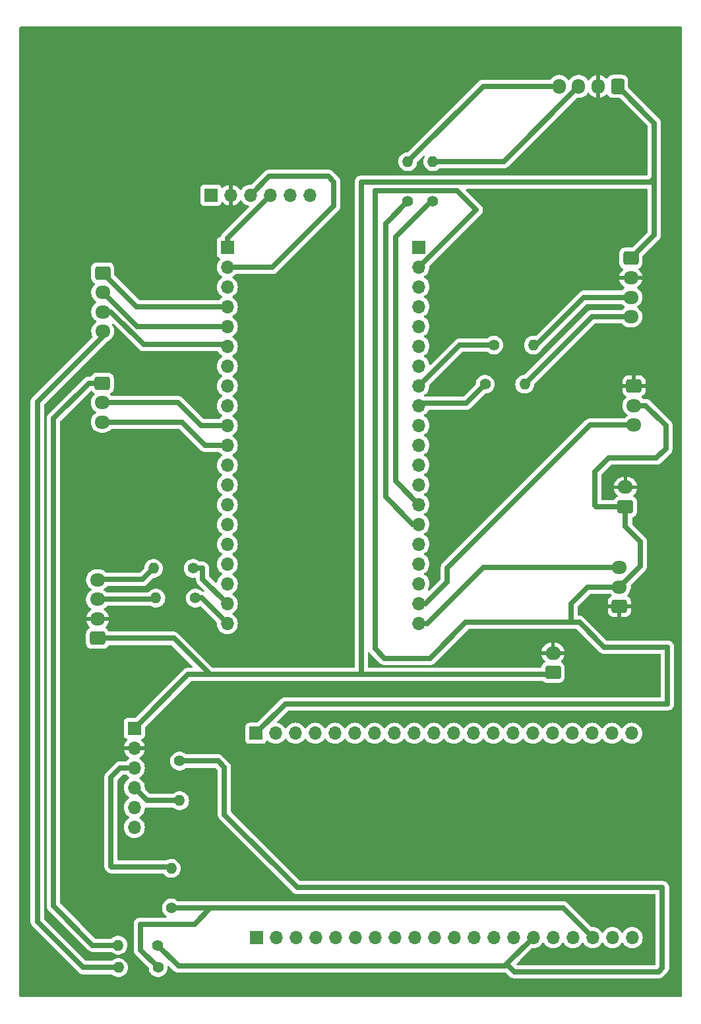
<source format=gbl>
%TF.GenerationSoftware,KiCad,Pcbnew,8.0.8-8.0.8-0~ubuntu24.04.1*%
%TF.CreationDate,2025-01-19T21:35:44-03:00*%
%TF.ProjectId,conection,636f6e65-6374-4696-9f6e-2e6b69636164,rev?*%
%TF.SameCoordinates,Original*%
%TF.FileFunction,Copper,L2,Bot*%
%TF.FilePolarity,Positive*%
%FSLAX46Y46*%
G04 Gerber Fmt 4.6, Leading zero omitted, Abs format (unit mm)*
G04 Created by KiCad (PCBNEW 8.0.8-8.0.8-0~ubuntu24.04.1) date 2025-01-19 21:35:44*
%MOMM*%
%LPD*%
G01*
G04 APERTURE LIST*
G04 Aperture macros list*
%AMRoundRect*
0 Rectangle with rounded corners*
0 $1 Rounding radius*
0 $2 $3 $4 $5 $6 $7 $8 $9 X,Y pos of 4 corners*
0 Add a 4 corners polygon primitive as box body*
4,1,4,$2,$3,$4,$5,$6,$7,$8,$9,$2,$3,0*
0 Add four circle primitives for the rounded corners*
1,1,$1+$1,$2,$3*
1,1,$1+$1,$4,$5*
1,1,$1+$1,$6,$7*
1,1,$1+$1,$8,$9*
0 Add four rect primitives between the rounded corners*
20,1,$1+$1,$2,$3,$4,$5,0*
20,1,$1+$1,$4,$5,$6,$7,0*
20,1,$1+$1,$6,$7,$8,$9,0*
20,1,$1+$1,$8,$9,$2,$3,0*%
G04 Aperture macros list end*
%TA.AperFunction,ComponentPad*%
%ADD10RoundRect,0.250000X-0.725000X0.600000X-0.725000X-0.600000X0.725000X-0.600000X0.725000X0.600000X0*%
%TD*%
%TA.AperFunction,ComponentPad*%
%ADD11O,1.950000X1.700000*%
%TD*%
%TA.AperFunction,ComponentPad*%
%ADD12C,1.400000*%
%TD*%
%TA.AperFunction,ComponentPad*%
%ADD13O,1.400000X1.400000*%
%TD*%
%TA.AperFunction,ComponentPad*%
%ADD14RoundRect,0.250000X0.725000X-0.600000X0.725000X0.600000X-0.725000X0.600000X-0.725000X-0.600000X0*%
%TD*%
%TA.AperFunction,ComponentPad*%
%ADD15R,1.700000X1.700000*%
%TD*%
%TA.AperFunction,ComponentPad*%
%ADD16O,1.700000X1.700000*%
%TD*%
%TA.AperFunction,ComponentPad*%
%ADD17RoundRect,0.250000X0.600000X0.725000X-0.600000X0.725000X-0.600000X-0.725000X0.600000X-0.725000X0*%
%TD*%
%TA.AperFunction,ComponentPad*%
%ADD18O,1.700000X1.950000*%
%TD*%
%TA.AperFunction,ComponentPad*%
%ADD19RoundRect,0.250000X0.750000X-0.600000X0.750000X0.600000X-0.750000X0.600000X-0.750000X-0.600000X0*%
%TD*%
%TA.AperFunction,ComponentPad*%
%ADD20O,2.000000X1.700000*%
%TD*%
%TA.AperFunction,Conductor*%
%ADD21C,0.700000*%
%TD*%
%TA.AperFunction,Conductor*%
%ADD22C,0.200000*%
%TD*%
G04 APERTURE END LIST*
D10*
%TO.P,J3,1,Pin_1*%
%TO.N,/3.3V*%
X155970000Y-58520000D03*
D11*
%TO.P,J3,2,Pin_2*%
%TO.N,/GND*%
X155970000Y-61020000D03*
%TO.P,J3,3,Pin_3*%
%TO.N,/SCL_MPU_R*%
X155970000Y-63520000D03*
%TO.P,J3,4,Pin_4*%
%TO.N,/SDA_MPU_R*%
X155970000Y-66020000D03*
%TD*%
D12*
%TO.P,R8,1*%
%TO.N,/SDA_tof2*%
X127350000Y-51200000D03*
D13*
%TO.P,R8,2*%
%TO.N,/SDA_tof2_R*%
X127350000Y-46120000D03*
%TD*%
D12*
%TO.P,R2,1*%
%TO.N,/SDA_ESP*%
X98050000Y-123040000D03*
D13*
%TO.P,R2,2*%
%TO.N,/SDA-INA219*%
X98050000Y-128120000D03*
%TD*%
D14*
%TO.P,J1,1,Pin_1*%
%TO.N,/3.3V*%
X87510000Y-107290000D03*
D11*
%TO.P,J1,2,Pin_2*%
%TO.N,/GND*%
X87510000Y-104790000D03*
%TO.P,J1,3,Pin_3*%
%TO.N,/SCL_tof1_R*%
X87510000Y-102290000D03*
%TO.P,J1,4,Pin_4*%
%TO.N,/SDA_tof1_R*%
X87510000Y-99790000D03*
%TD*%
D12*
%TO.P,R7,1*%
%TO.N,/SCL_tof2*%
X130550000Y-51190000D03*
D13*
%TO.P,R7,2*%
%TO.N,/SCL_tof2_R*%
X130550000Y-46110000D03*
%TD*%
D11*
%TO.P,J10,3,Pin_3*%
%TO.N,/PWM-motor2*%
X154500000Y-98190000D03*
%TO.P,J10,2,Pin_2*%
%TO.N,/5V*%
X154500000Y-100690000D03*
D14*
%TO.P,J10,1,Pin_1*%
%TO.N,/GND*%
X154500000Y-103190000D03*
%TD*%
D12*
%TO.P,R10,1*%
%TO.N,/SDA_MPU*%
X137260000Y-74680000D03*
D13*
%TO.P,R10,2*%
%TO.N,/SDA_MPU_R*%
X142340000Y-74680000D03*
%TD*%
D15*
%TO.P,J11,1,Pin_1*%
%TO.N,unconnected-(J11-Pin_1-Pad1)*%
X102060000Y-50410000D03*
D16*
%TO.P,J11,2,Pin_2*%
%TO.N,/GND*%
X104600000Y-50410000D03*
%TO.P,J11,3,Pin_3*%
%TO.N,/Rx_Uart*%
X107140000Y-50410000D03*
%TO.P,J11,4,Pin_4*%
%TO.N,/Tx_Uart*%
X109680000Y-50410000D03*
%TO.P,J11,5,Pin_5*%
%TO.N,unconnected-(J11-Pin_5-Pad5)*%
X112220000Y-50410000D03*
%TO.P,J11,6,Pin_6*%
%TO.N,unconnected-(J11-Pin_6-Pad6)*%
X114760000Y-50410000D03*
%TD*%
D12*
%TO.P,R6,1*%
%TO.N,/SDA_tof1*%
X99780000Y-98310000D03*
D13*
%TO.P,R6,2*%
%TO.N,/SDA_tof1_R*%
X94700000Y-98310000D03*
%TD*%
D15*
%TO.P,J6,1,Pin_1*%
%TO.N,/Tx_Uart*%
X104170000Y-57140000D03*
D16*
%TO.P,J6,2,Pin_2*%
%TO.N,/Rx_Uart*%
X104170000Y-59680000D03*
%TO.P,J6,3,Pin_3*%
%TO.N,unconnected-(J6-Pin_3-Pad3)*%
X104170000Y-62220000D03*
%TO.P,J6,4,Pin_4*%
%TO.N,/Data1_Interface*%
X104170000Y-64760000D03*
%TO.P,J6,5,Pin_5*%
%TO.N,/Data3_Interface*%
X104170000Y-67300000D03*
%TO.P,J6,6,Pin_6*%
%TO.N,/Data0_Interface*%
X104170000Y-69840000D03*
%TO.P,J6,7,Pin_7*%
%TO.N,unconnected-(J6-Pin_7-Pad7)*%
X104170000Y-72380000D03*
%TO.P,J6,8,Pin_8*%
%TO.N,unconnected-(J6-Pin_8-Pad8)*%
X104170000Y-74920000D03*
%TO.P,J6,9,Pin_9*%
%TO.N,unconnected-(J6-Pin_9-Pad9)*%
X104170000Y-77460000D03*
%TO.P,J6,10,Pin_10*%
%TO.N,/Data2_Interface*%
X104170000Y-80000000D03*
%TO.P,J6,11,Pin_11*%
%TO.N,/Data4_Interface*%
X104170000Y-82540000D03*
%TO.P,J6,12,Pin_12*%
%TO.N,unconnected-(J6-Pin_12-Pad12)*%
X104170000Y-85080000D03*
%TO.P,J6,13,Pin_13*%
%TO.N,unconnected-(J6-Pin_13-Pad13)*%
X104170000Y-87620000D03*
%TO.P,J6,14,Pin_14*%
%TO.N,unconnected-(J6-Pin_14-Pad14)*%
X104170000Y-90160000D03*
%TO.P,J6,15,Pin_15*%
%TO.N,unconnected-(J6-Pin_15-Pad15)*%
X104170000Y-92700000D03*
%TO.P,J6,16,Pin_16*%
%TO.N,unconnected-(J6-Pin_16-Pad16)*%
X104170000Y-95240000D03*
%TO.P,J6,17,Pin_17*%
%TO.N,unconnected-(J6-Pin_17-Pad17)*%
X104170000Y-97780000D03*
%TO.P,J6,18,Pin_18*%
%TO.N,unconnected-(J6-Pin_18-Pad18)*%
X104170000Y-100320000D03*
%TO.P,J6,19,Pin_19*%
%TO.N,/SDA_tof1*%
X104170000Y-102860000D03*
%TO.P,J6,20,Pin_20*%
%TO.N,/SCL_tof1*%
X104170000Y-105400000D03*
%TD*%
D12*
%TO.P,R9,1*%
%TO.N,/SCL_MPU*%
X138390000Y-69660000D03*
D13*
%TO.P,R9,2*%
%TO.N,/SCL_MPU_R*%
X143470000Y-69660000D03*
%TD*%
D15*
%TO.P,J9,1,Pin_1*%
%TO.N,/3.3V*%
X92230000Y-118840000D03*
D16*
%TO.P,J9,2,Pin_2*%
%TO.N,/GND*%
X92230000Y-121380000D03*
%TO.P,J9,3,Pin_3*%
%TO.N,/SCL-INA219*%
X92230000Y-123920000D03*
%TO.P,J9,4,Pin_4*%
%TO.N,/SDA-INA219*%
X92230000Y-126460000D03*
%TO.P,J9,5,Pin_5*%
%TO.N,unconnected-(J9-Pin_5-Pad5)*%
X92230000Y-129000000D03*
%TO.P,J9,6,Pin_6*%
%TO.N,unconnected-(J9-Pin_6-Pad6)*%
X92230000Y-131540000D03*
%TD*%
D15*
%TO.P,J8,1,Pin_1*%
%TO.N,unconnected-(J8-Pin_1-Pad1)*%
X107890000Y-145700000D03*
D16*
%TO.P,J8,2,Pin_2*%
%TO.N,unconnected-(J8-Pin_2-Pad2)*%
X110430000Y-145700000D03*
%TO.P,J8,3,Pin_3*%
%TO.N,unconnected-(J8-Pin_3-Pad3)*%
X112970000Y-145700000D03*
%TO.P,J8,4,Pin_4*%
%TO.N,unconnected-(J8-Pin_4-Pad4)*%
X115510000Y-145700000D03*
%TO.P,J8,5,Pin_5*%
%TO.N,unconnected-(J8-Pin_5-Pad5)*%
X118050000Y-145700000D03*
%TO.P,J8,6,Pin_6*%
%TO.N,unconnected-(J8-Pin_6-Pad6)*%
X120590000Y-145700000D03*
%TO.P,J8,7,Pin_7*%
%TO.N,unconnected-(J8-Pin_7-Pad7)*%
X123130000Y-145700000D03*
%TO.P,J8,8,Pin_8*%
%TO.N,unconnected-(J8-Pin_8-Pad8)*%
X125670000Y-145700000D03*
%TO.P,J8,9,Pin_9*%
%TO.N,unconnected-(J8-Pin_9-Pad9)*%
X128210000Y-145700000D03*
%TO.P,J8,10,Pin_10*%
%TO.N,unconnected-(J8-Pin_10-Pad10)*%
X130750000Y-145700000D03*
%TO.P,J8,11,Pin_11*%
%TO.N,unconnected-(J8-Pin_11-Pad11)*%
X133290000Y-145700000D03*
%TO.P,J8,12,Pin_12*%
%TO.N,unconnected-(J8-Pin_12-Pad12)*%
X135830000Y-145700000D03*
%TO.P,J8,13,Pin_13*%
%TO.N,unconnected-(J8-Pin_13-Pad13)*%
X138370000Y-145700000D03*
%TO.P,J8,14,Pin_14*%
%TO.N,unconnected-(J8-Pin_14-Pad14)*%
X140910000Y-145700000D03*
%TO.P,J8,15,Pin_15*%
%TO.N,/SDA_ESP*%
X143450000Y-145700000D03*
%TO.P,J8,16,Pin_16*%
%TO.N,unconnected-(J8-Pin_16-Pad16)*%
X145990000Y-145700000D03*
%TO.P,J8,17,Pin_17*%
%TO.N,unconnected-(J8-Pin_17-Pad17)*%
X148530000Y-145700000D03*
%TO.P,J8,18,Pin_18*%
%TO.N,/SCL_ESP*%
X151070000Y-145700000D03*
%TO.P,J8,19,Pin_19*%
%TO.N,unconnected-(J8-Pin_19-Pad19)*%
X153610000Y-145700000D03*
%TO.P,J8,20,Pin_20*%
%TO.N,unconnected-(J8-Pin_20-Pad20)*%
X156150000Y-145700000D03*
%TD*%
D17*
%TO.P,J2,1,Pin_1*%
%TO.N,/3.3V*%
X154280000Y-36460000D03*
D18*
%TO.P,J2,2,Pin_2*%
%TO.N,/GND*%
X151780000Y-36460000D03*
%TO.P,J2,3,Pin_3*%
%TO.N,/SCL_tof2_R*%
X149280000Y-36460000D03*
%TO.P,J2,4,Pin_4*%
%TO.N,/SDA_tof2_R*%
X146780000Y-36460000D03*
%TD*%
D12*
%TO.P,R4,1*%
%TO.N,/SDA_ESP*%
X95230000Y-146670000D03*
D13*
%TO.P,R4,2*%
%TO.N,/SCL_Interface_R*%
X90150000Y-146670000D03*
%TD*%
D15*
%TO.P,J5,1,Pin_1*%
%TO.N,unconnected-(J5-Pin_1-Pad1)*%
X128780000Y-57100000D03*
D16*
%TO.P,J5,2,Pin_2*%
%TO.N,/5V*%
X128780000Y-59640000D03*
%TO.P,J5,3,Pin_3*%
%TO.N,unconnected-(J5-Pin_3-Pad3)*%
X128780000Y-62180000D03*
%TO.P,J5,4,Pin_4*%
%TO.N,unconnected-(J5-Pin_4-Pad4)*%
X128780000Y-64720000D03*
%TO.P,J5,5,Pin_5*%
%TO.N,unconnected-(J5-Pin_5-Pad5)*%
X128780000Y-67260000D03*
%TO.P,J5,6,Pin_6*%
%TO.N,unconnected-(J5-Pin_6-Pad6)*%
X128780000Y-69800000D03*
%TO.P,J5,7,Pin_7*%
%TO.N,unconnected-(J5-Pin_7-Pad7)*%
X128780000Y-72340000D03*
%TO.P,J5,8,Pin_8*%
%TO.N,/SCL_MPU*%
X128780000Y-74880000D03*
%TO.P,J5,9,Pin_9*%
%TO.N,/SDA_MPU*%
X128780000Y-77420000D03*
%TO.P,J5,10,Pin_10*%
%TO.N,unconnected-(J5-Pin_10-Pad10)*%
X128780000Y-79960000D03*
%TO.P,J5,11,Pin_11*%
%TO.N,unconnected-(J5-Pin_11-Pad11)*%
X128780000Y-82500000D03*
%TO.P,J5,12,Pin_12*%
%TO.N,unconnected-(J5-Pin_12-Pad12)*%
X128780000Y-85040000D03*
%TO.P,J5,13,Pin_13*%
%TO.N,unconnected-(J5-Pin_13-Pad13)*%
X128780000Y-87580000D03*
%TO.P,J5,14,Pin_14*%
%TO.N,/SCL_tof2*%
X128780000Y-90120000D03*
%TO.P,J5,15,Pin_15*%
%TO.N,/SDA_tof2*%
X128780000Y-92660000D03*
%TO.P,J5,16,Pin_16*%
%TO.N,unconnected-(J5-Pin_16-Pad16)*%
X128780000Y-95200000D03*
%TO.P,J5,17,Pin_17*%
%TO.N,unconnected-(J5-Pin_17-Pad17)*%
X128780000Y-97740000D03*
%TO.P,J5,18,Pin_18*%
%TO.N,unconnected-(J5-Pin_18-Pad18)*%
X128780000Y-100280000D03*
%TO.P,J5,19,Pin_19*%
%TO.N,/PWM-motor1*%
X128780000Y-102820000D03*
%TO.P,J5,20,Pin_20*%
%TO.N,/PWM-motor2*%
X128780000Y-105360000D03*
%TD*%
D12*
%TO.P,R5,1*%
%TO.N,/SCL_tof1*%
X100070000Y-102120000D03*
D13*
%TO.P,R5,2*%
%TO.N,/SCL_tof1_R*%
X94990000Y-102120000D03*
%TD*%
D12*
%TO.P,R1,1*%
%TO.N,/SCL_ESP*%
X96980000Y-141890000D03*
D13*
%TO.P,R1,2*%
%TO.N,/SCL-INA219*%
X96980000Y-136810000D03*
%TD*%
D10*
%TO.P,J4,1,Pin_1*%
%TO.N,/GND*%
X156370000Y-74930000D03*
D11*
%TO.P,J4,2,Pin_2*%
%TO.N,/5V*%
X156370000Y-77430000D03*
%TO.P,J4,3,Pin_3*%
%TO.N,/PWM-motor1*%
X156370000Y-79930000D03*
%TD*%
D12*
%TO.P,R3,1*%
%TO.N,/SCL_ESP*%
X95280000Y-149540000D03*
D13*
%TO.P,R3,2*%
%TO.N,/SDA_Interface_R*%
X90200000Y-149540000D03*
%TD*%
D10*
%TO.P,J13,1,Pin_1*%
%TO.N,/Data1_Interface*%
X88170000Y-60390000D03*
D11*
%TO.P,J13,2,Pin_2*%
%TO.N,/Data3_Interface*%
X88170000Y-62890000D03*
%TO.P,J13,3,Pin_3*%
%TO.N,/Data0_Interface*%
X88170000Y-65390000D03*
%TO.P,J13,4,Pin_4*%
%TO.N,/SDA_Interface_R*%
X88170000Y-67890000D03*
%TD*%
D19*
%TO.P,J15,1,Pin_1*%
%TO.N,/5V*%
X155290000Y-90400000D03*
D20*
%TO.P,J15,2,Pin_2*%
%TO.N,/GND*%
X155290000Y-87900000D03*
%TD*%
D15*
%TO.P,J7,1,Pin_1*%
%TO.N,/5V*%
X107850000Y-119480000D03*
D16*
%TO.P,J7,2,Pin_2*%
%TO.N,unconnected-(J7-Pin_2-Pad2)*%
X110390000Y-119480000D03*
%TO.P,J7,3,Pin_3*%
%TO.N,unconnected-(J7-Pin_3-Pad3)*%
X112930000Y-119480000D03*
%TO.P,J7,4,Pin_4*%
%TO.N,unconnected-(J7-Pin_4-Pad4)*%
X115470000Y-119480000D03*
%TO.P,J7,5,Pin_5*%
%TO.N,unconnected-(J7-Pin_5-Pad5)*%
X118010000Y-119480000D03*
%TO.P,J7,6,Pin_6*%
%TO.N,unconnected-(J7-Pin_6-Pad6)*%
X120550000Y-119480000D03*
%TO.P,J7,7,Pin_7*%
%TO.N,unconnected-(J7-Pin_7-Pad7)*%
X123090000Y-119480000D03*
%TO.P,J7,8,Pin_8*%
%TO.N,unconnected-(J7-Pin_8-Pad8)*%
X125630000Y-119480000D03*
%TO.P,J7,9,Pin_9*%
%TO.N,unconnected-(J7-Pin_9-Pad9)*%
X128170000Y-119480000D03*
%TO.P,J7,10,Pin_10*%
%TO.N,unconnected-(J7-Pin_10-Pad10)*%
X130710000Y-119480000D03*
%TO.P,J7,11,Pin_11*%
%TO.N,unconnected-(J7-Pin_11-Pad11)*%
X133250000Y-119480000D03*
%TO.P,J7,12,Pin_12*%
%TO.N,unconnected-(J7-Pin_12-Pad12)*%
X135790000Y-119480000D03*
%TO.P,J7,13,Pin_13*%
%TO.N,unconnected-(J7-Pin_13-Pad13)*%
X138330000Y-119480000D03*
%TO.P,J7,14,Pin_14*%
%TO.N,unconnected-(J7-Pin_14-Pad14)*%
X140870000Y-119480000D03*
%TO.P,J7,15,Pin_15*%
%TO.N,unconnected-(J7-Pin_15-Pad15)*%
X143410000Y-119480000D03*
%TO.P,J7,16,Pin_16*%
%TO.N,unconnected-(J7-Pin_16-Pad16)*%
X145950000Y-119480000D03*
%TO.P,J7,17,Pin_17*%
%TO.N,unconnected-(J7-Pin_17-Pad17)*%
X148490000Y-119480000D03*
%TO.P,J7,18,Pin_18*%
%TO.N,unconnected-(J7-Pin_18-Pad18)*%
X151030000Y-119480000D03*
%TO.P,J7,19,Pin_19*%
%TO.N,unconnected-(J7-Pin_19-Pad19)*%
X153570000Y-119480000D03*
%TO.P,J7,20,Pin_20*%
%TO.N,/3V3_ESP*%
X156110000Y-119480000D03*
%TD*%
D10*
%TO.P,J14,1,Pin_1*%
%TO.N,/SCL_Interface_R*%
X88120000Y-74540000D03*
D11*
%TO.P,J14,2,Pin_2*%
%TO.N,/Data2_Interface*%
X88120000Y-77040000D03*
%TO.P,J14,3,Pin_3*%
%TO.N,/Data4_Interface*%
X88120000Y-79540000D03*
%TD*%
D19*
%TO.P,J12,1,Pin_1*%
%TO.N,/3.3V*%
X145980000Y-111670000D03*
D20*
%TO.P,J12,2,Pin_2*%
%TO.N,/GND*%
X145980000Y-109170000D03*
%TD*%
D21*
%TO.N,/SDA_ESP*%
X160030000Y-149580000D02*
X159540000Y-150070000D01*
X160030000Y-139270000D02*
X160030000Y-149580000D01*
X159540000Y-150070000D02*
X141020000Y-150070000D01*
X103810000Y-129920000D02*
X113160000Y-139270000D01*
X113160000Y-139270000D02*
X160030000Y-139270000D01*
X140050000Y-149100000D02*
X143450000Y-145700000D01*
X141020000Y-150070000D02*
X140050000Y-149100000D01*
X139810000Y-149340000D02*
X140050000Y-149100000D01*
%TO.N,/SCL_ESP*%
X96980000Y-141890000D02*
X102020000Y-141890000D01*
X93000000Y-143980000D02*
X99930000Y-143980000D01*
X102020000Y-141890000D02*
X147260000Y-141890000D01*
X99930000Y-143980000D02*
X102020000Y-141890000D01*
X147260000Y-141890000D02*
X151070000Y-145700000D01*
%TO.N,/SDA_ESP*%
X95230000Y-146670000D02*
X97900000Y-149340000D01*
X97900000Y-149340000D02*
X139810000Y-149340000D01*
%TO.N,/5V*%
X148330000Y-105250000D02*
X149380000Y-105250000D01*
X160690000Y-108440000D02*
X160690000Y-115690000D01*
X149380000Y-105250000D02*
X152570000Y-108440000D01*
X152570000Y-108440000D02*
X160690000Y-108440000D01*
X160690000Y-115690000D02*
X111640000Y-115690000D01*
X111640000Y-115690000D02*
X107850000Y-119480000D01*
%TO.N,/3.3V*%
X121350000Y-111930000D02*
X121350000Y-48770000D01*
X121350000Y-48770000D02*
X158430000Y-48770000D01*
X158430000Y-48770000D02*
X159000000Y-48200000D01*
%TO.N,/5V*%
X148330000Y-105250000D02*
X134800000Y-105250000D01*
X134800000Y-105250000D02*
X130190000Y-109860000D01*
X130190000Y-109860000D02*
X124370000Y-109860000D01*
X124370000Y-109860000D02*
X123140000Y-108630000D01*
X123140000Y-108630000D02*
X123140000Y-49860000D01*
X123140000Y-49860000D02*
X123170000Y-49830000D01*
X123170000Y-49830000D02*
X133630000Y-49830000D01*
X133630000Y-49830000D02*
X136110000Y-52310000D01*
X136110000Y-52310000D02*
X128780000Y-59640000D01*
%TO.N,/SCL_tof2_R*%
X130550000Y-46110000D02*
X139630000Y-46110000D01*
X139630000Y-46110000D02*
X149280000Y-36460000D01*
%TO.N,/SDA_tof2_R*%
X127350000Y-46120000D02*
X137010000Y-36460000D01*
X137010000Y-36460000D02*
X146780000Y-36460000D01*
%TO.N,/3.3V*%
X159000000Y-55490000D02*
X159000000Y-48200000D01*
X159000000Y-48200000D02*
X159000000Y-41180000D01*
%TO.N,/SCL_tof2*%
X128780000Y-90120000D02*
X125750000Y-87090000D01*
X125750000Y-87090000D02*
X125750000Y-55800000D01*
X125750000Y-55800000D02*
X130360000Y-51190000D01*
X130360000Y-51190000D02*
X130550000Y-51190000D01*
%TO.N,/SDA_tof2*%
X127350000Y-51200000D02*
X124480000Y-54070000D01*
X124480000Y-54070000D02*
X124480000Y-89170000D01*
X124480000Y-89170000D02*
X127970000Y-92660000D01*
%TO.N,/3.3V*%
X155970000Y-58520000D02*
X159000000Y-55490000D01*
X159000000Y-41180000D02*
X154280000Y-36460000D01*
%TO.N,/5V*%
X156370000Y-77430000D02*
X157890000Y-77430000D01*
X157890000Y-77430000D02*
X160480000Y-80020000D01*
X151510000Y-90400000D02*
X155290000Y-90400000D01*
X160480000Y-80020000D02*
X160480000Y-82940000D01*
X160480000Y-82940000D02*
X159260000Y-84160000D01*
X151320000Y-90210000D02*
X151510000Y-90400000D01*
X159260000Y-84160000D02*
X153110000Y-84160000D01*
X153110000Y-84160000D02*
X151320000Y-85950000D01*
X151320000Y-85950000D02*
X151320000Y-90210000D01*
%TO.N,/PWM-motor1*%
X156370000Y-79930000D02*
X150730000Y-79930000D01*
X150730000Y-79930000D02*
X132410000Y-98250000D01*
%TO.N,/5V*%
X155290000Y-90400000D02*
X155290000Y-92980000D01*
X155290000Y-92980000D02*
X157210000Y-94900000D01*
X157210000Y-94900000D02*
X157210000Y-97980000D01*
X157210000Y-97980000D02*
X154500000Y-100690000D01*
%TO.N,/PWM-motor2*%
X154500000Y-98190000D02*
X137010000Y-98190000D01*
X137010000Y-98190000D02*
X129840000Y-105360000D01*
X129840000Y-105360000D02*
X128780000Y-105360000D01*
%TO.N,/5V*%
X148330000Y-105250000D02*
X148330000Y-102820000D01*
X148330000Y-102820000D02*
X150460000Y-100690000D01*
X150460000Y-100690000D02*
X154500000Y-100690000D01*
%TO.N,/SCL_tof1*%
X100070000Y-102120000D02*
X100890000Y-102120000D01*
X100890000Y-102120000D02*
X104170000Y-105400000D01*
%TO.N,/SDA_tof1*%
X101000000Y-99690000D02*
X101000000Y-98310000D01*
X104170000Y-102860000D02*
X101000000Y-99690000D01*
X101000000Y-98310000D02*
X99780000Y-98310000D01*
%TO.N,/SDA_MPU*%
X137260000Y-74680000D02*
X134802843Y-77137157D01*
X134802843Y-77137157D02*
X129062843Y-77137157D01*
%TO.N,/SCL_MPU*%
X138390000Y-69660000D02*
X134000000Y-69660000D01*
X134000000Y-69660000D02*
X128780000Y-74880000D01*
D22*
%TO.N,/SDA_tof2*%
X127970000Y-92660000D02*
X128780000Y-92660000D01*
D21*
%TO.N,/Tx_Uart*%
X104170000Y-55920000D02*
X109680000Y-50410000D01*
X104170000Y-57140000D02*
X104170000Y-55920000D01*
%TO.N,/Data4_Interface*%
X88120000Y-79540000D02*
X98350000Y-79540000D01*
X88130000Y-79910000D02*
X88500000Y-79540000D01*
X98350000Y-79540000D02*
X101350000Y-82540000D01*
X101350000Y-82540000D02*
X104170000Y-82540000D01*
D22*
%TO.N,/Data0_Interface*%
X103940000Y-69610000D02*
X104170000Y-69840000D01*
D21*
%TO.N,/Data2_Interface*%
X100810000Y-80000000D02*
X104170000Y-80000000D01*
X97850000Y-77040000D02*
X100810000Y-80000000D01*
X88130000Y-77410000D02*
X88500000Y-77040000D01*
X88120000Y-77040000D02*
X97850000Y-77040000D01*
%TO.N,/Rx_Uart*%
X109540000Y-48010000D02*
X107140000Y-50410000D01*
X104170000Y-59680000D02*
X109960000Y-59680000D01*
X117840000Y-51800000D02*
X117840000Y-48720000D01*
X109960000Y-59680000D02*
X117840000Y-51800000D01*
X117840000Y-48720000D02*
X117130000Y-48010000D01*
X117130000Y-48010000D02*
X109540000Y-48010000D01*
D22*
%TO.N,/Data3_Interface*%
X103980000Y-67110000D02*
X104170000Y-67300000D01*
D21*
X103680000Y-67410000D02*
X103980000Y-67110000D01*
D22*
%TO.N,/Data1_Interface*%
X104020000Y-64610000D02*
X104170000Y-64760000D01*
D21*
X104170000Y-64760000D02*
X92540000Y-64760000D01*
X92540000Y-64760000D02*
X88170000Y-60390000D01*
%TO.N,/SDA-INA219*%
X93890000Y-128120000D02*
X92230000Y-126460000D01*
X98050000Y-128120000D02*
X98030000Y-128100000D01*
X98050000Y-128120000D02*
X93890000Y-128120000D01*
%TO.N,/SCL-INA219*%
X89300000Y-136600000D02*
X89240000Y-136540000D01*
X89240000Y-136540000D02*
X89240000Y-125100000D01*
X90420000Y-123920000D02*
X92150000Y-123920000D01*
X97130000Y-136600000D02*
X89300000Y-136600000D01*
X92150000Y-123920000D02*
X92230000Y-123840000D01*
X89240000Y-125100000D02*
X90420000Y-123920000D01*
%TO.N,/SCL_tof1_R*%
X87550000Y-102250000D02*
X94670000Y-102250000D01*
X87510000Y-102290000D02*
X87550000Y-102250000D01*
%TO.N,/SDA_tof1_R*%
X87510000Y-99790000D02*
X87570000Y-99730000D01*
X93280000Y-99730000D02*
X94700000Y-98310000D01*
X87570000Y-99730000D02*
X93280000Y-99730000D01*
%TO.N,/SDA_MPU_R*%
X151000000Y-66020000D02*
X155970000Y-66020000D01*
X142340000Y-74680000D02*
X151000000Y-66020000D01*
%TO.N,/SCL_MPU_R*%
X149940000Y-63520000D02*
X143800000Y-69660000D01*
X143800000Y-69660000D02*
X143470000Y-69660000D01*
X155970000Y-63520000D02*
X149940000Y-63520000D01*
%TO.N,/3.3V*%
X92230000Y-118840000D02*
X99140000Y-111930000D01*
X101870000Y-111860000D02*
X97300000Y-107290000D01*
X121350000Y-111930000D02*
X99810000Y-111930000D01*
X155630000Y-58520000D02*
X155970000Y-58520000D01*
X97300000Y-107290000D02*
X87510000Y-107290000D01*
X145980000Y-111670000D02*
X145720000Y-111930000D01*
X99140000Y-111930000D02*
X99810000Y-111930000D01*
X145720000Y-111930000D02*
X121350000Y-111930000D01*
X87510000Y-107290000D02*
X87330000Y-107470000D01*
D22*
%TO.N,unconnected-(J6-Pin_7-Pad7)*%
X103900000Y-72110000D02*
X104170000Y-72380000D01*
D21*
%TO.N,/SCL_Interface_R*%
X86390000Y-74540000D02*
X81850000Y-79080000D01*
X81850000Y-141640000D02*
X86880000Y-146670000D01*
X88130000Y-74910000D02*
X88500000Y-74540000D01*
X88120000Y-74540000D02*
X86390000Y-74540000D01*
X81850000Y-79080000D02*
X81850000Y-141640000D01*
X86880000Y-146670000D02*
X90150000Y-146670000D01*
%TO.N,/SDA_ESP*%
X103810000Y-123840000D02*
X103810000Y-129920000D01*
X103010000Y-123040000D02*
X98050000Y-123040000D01*
X103810000Y-123840000D02*
X103010000Y-123040000D01*
%TO.N,/SCL_ESP*%
X95280000Y-149540000D02*
X93000000Y-147260000D01*
X93000000Y-147260000D02*
X93000000Y-143980000D01*
%TO.N,/PWM-motor1*%
X132410000Y-100040000D02*
X129630000Y-102820000D01*
X132410000Y-98250000D02*
X132410000Y-100040000D01*
D22*
X129630000Y-102820000D02*
X128780000Y-102820000D01*
D21*
%TO.N,/SDA_Interface_R*%
X90200000Y-149540000D02*
X85660000Y-149540000D01*
X85660000Y-149540000D02*
X79770000Y-143650000D01*
X79770000Y-143650000D02*
X79770000Y-76920000D01*
X88170000Y-68520000D02*
X88170000Y-67890000D01*
X79770000Y-76920000D02*
X88170000Y-68520000D01*
%TO.N,/Data0_Interface*%
X88170000Y-65390000D02*
X89230000Y-65390000D01*
X89230000Y-65390000D02*
X93450000Y-69610000D01*
X93450000Y-69610000D02*
X103940000Y-69610000D01*
%TO.N,/Data3_Interface*%
X104170000Y-67300000D02*
X92580000Y-67300000D01*
X92580000Y-67300000D02*
X88170000Y-62890000D01*
%TD*%
%TA.AperFunction,Conductor*%
%TO.N,/GND*%
G36*
X162492539Y-28820185D02*
G01*
X162538294Y-28872989D01*
X162549500Y-28924500D01*
X162549500Y-153175500D01*
X162529815Y-153242539D01*
X162477011Y-153288294D01*
X162425500Y-153299500D01*
X77604500Y-153299500D01*
X77537461Y-153279815D01*
X77491706Y-153227011D01*
X77480500Y-153175500D01*
X77480500Y-76836228D01*
X78919500Y-76836228D01*
X78919500Y-143733771D01*
X78952181Y-143898073D01*
X78952184Y-143898082D01*
X79016296Y-144052863D01*
X79016297Y-144052866D01*
X79109372Y-144192161D01*
X79109375Y-144192165D01*
X85117834Y-150200624D01*
X85117838Y-150200627D01*
X85257137Y-150293704D01*
X85257139Y-150293705D01*
X85257143Y-150293707D01*
X85339222Y-150327703D01*
X85366584Y-150339037D01*
X85411918Y-150357816D01*
X85576228Y-150390499D01*
X85576232Y-150390500D01*
X85576233Y-150390500D01*
X85743767Y-150390500D01*
X89302954Y-150390500D01*
X89369993Y-150410185D01*
X89386492Y-150422863D01*
X89473437Y-150502123D01*
X89473439Y-150502125D01*
X89662595Y-150619245D01*
X89662596Y-150619245D01*
X89662599Y-150619247D01*
X89870060Y-150699618D01*
X90088757Y-150740500D01*
X90088759Y-150740500D01*
X90311241Y-150740500D01*
X90311243Y-150740500D01*
X90529940Y-150699618D01*
X90737401Y-150619247D01*
X90926562Y-150502124D01*
X91090981Y-150352236D01*
X91225058Y-150174689D01*
X91251214Y-150122162D01*
X91324224Y-149975538D01*
X91324223Y-149975538D01*
X91324229Y-149975528D01*
X91385115Y-149761536D01*
X91405643Y-149540000D01*
X91385115Y-149318464D01*
X91324229Y-149104472D01*
X91324224Y-149104461D01*
X91225061Y-148905316D01*
X91225056Y-148905308D01*
X91090979Y-148727761D01*
X90926562Y-148577876D01*
X90926560Y-148577874D01*
X90737404Y-148460754D01*
X90737398Y-148460752D01*
X90717855Y-148453181D01*
X90529940Y-148380382D01*
X90311243Y-148339500D01*
X90088757Y-148339500D01*
X89870060Y-148380382D01*
X89738864Y-148431207D01*
X89662601Y-148460752D01*
X89662595Y-148460754D01*
X89473439Y-148577874D01*
X89473437Y-148577876D01*
X89386492Y-148657137D01*
X89323688Y-148687754D01*
X89302954Y-148689500D01*
X86063651Y-148689500D01*
X85996612Y-148669815D01*
X85975970Y-148653181D01*
X80656819Y-143334030D01*
X80623334Y-143272707D01*
X80620500Y-143246349D01*
X80620500Y-77323650D01*
X80640185Y-77256611D01*
X80656814Y-77235974D01*
X88700255Y-69192532D01*
X88749615Y-69162285D01*
X88813412Y-69141557D01*
X89002816Y-69045051D01*
X89163100Y-68928599D01*
X89174786Y-68920109D01*
X89174788Y-68920106D01*
X89174792Y-68920104D01*
X89325104Y-68769792D01*
X89325106Y-68769788D01*
X89325109Y-68769786D01*
X89450048Y-68597820D01*
X89450047Y-68597820D01*
X89450051Y-68597816D01*
X89546557Y-68408412D01*
X89612246Y-68206243D01*
X89645500Y-67996287D01*
X89645500Y-67783713D01*
X89612246Y-67573757D01*
X89546557Y-67371588D01*
X89450051Y-67182184D01*
X89394844Y-67106197D01*
X89371365Y-67040393D01*
X89387190Y-66972339D01*
X89437296Y-66923644D01*
X89505774Y-66909769D01*
X89570883Y-66935118D01*
X89582844Y-66945633D01*
X92907831Y-70270620D01*
X92907834Y-70270622D01*
X92907838Y-70270626D01*
X93047137Y-70363704D01*
X93124525Y-70395758D01*
X93124526Y-70395759D01*
X93156583Y-70409037D01*
X93201918Y-70427816D01*
X93366228Y-70460499D01*
X93366232Y-70460500D01*
X93366233Y-70460500D01*
X102891274Y-70460500D01*
X102958313Y-70480185D01*
X102991156Y-70514588D01*
X102992860Y-70513396D01*
X103068993Y-70622125D01*
X103103492Y-70671395D01*
X103131501Y-70711395D01*
X103131506Y-70711402D01*
X103298597Y-70878493D01*
X103298603Y-70878498D01*
X103484158Y-71008425D01*
X103527783Y-71063002D01*
X103534977Y-71132500D01*
X103503454Y-71194855D01*
X103484158Y-71211575D01*
X103298597Y-71341505D01*
X103131505Y-71508597D01*
X102995965Y-71702169D01*
X102995964Y-71702171D01*
X102896098Y-71916335D01*
X102896094Y-71916344D01*
X102834938Y-72144586D01*
X102834936Y-72144596D01*
X102814341Y-72379999D01*
X102814341Y-72380000D01*
X102834936Y-72615403D01*
X102834938Y-72615413D01*
X102896094Y-72843655D01*
X102896096Y-72843659D01*
X102896097Y-72843663D01*
X102977313Y-73017830D01*
X102995965Y-73057830D01*
X102995967Y-73057834D01*
X103131501Y-73251395D01*
X103131506Y-73251402D01*
X103298597Y-73418493D01*
X103298603Y-73418498D01*
X103484158Y-73548425D01*
X103527783Y-73603002D01*
X103534977Y-73672500D01*
X103503454Y-73734855D01*
X103484158Y-73751575D01*
X103298597Y-73881505D01*
X103131505Y-74048597D01*
X102995965Y-74242169D01*
X102995964Y-74242171D01*
X102914750Y-74416335D01*
X102896721Y-74455000D01*
X102896098Y-74456335D01*
X102896094Y-74456344D01*
X102834938Y-74684586D01*
X102834936Y-74684596D01*
X102814341Y-74919999D01*
X102814341Y-74920000D01*
X102834936Y-75155403D01*
X102834938Y-75155413D01*
X102896094Y-75383655D01*
X102896096Y-75383659D01*
X102896097Y-75383663D01*
X102983030Y-75570091D01*
X102995965Y-75597830D01*
X102995967Y-75597834D01*
X103131501Y-75791395D01*
X103131506Y-75791402D01*
X103298597Y-75958493D01*
X103298603Y-75958498D01*
X103484158Y-76088425D01*
X103527783Y-76143002D01*
X103534977Y-76212500D01*
X103503454Y-76274855D01*
X103484158Y-76291575D01*
X103298597Y-76421505D01*
X103131505Y-76588597D01*
X102995965Y-76782169D01*
X102995964Y-76782171D01*
X102896098Y-76996335D01*
X102896094Y-76996344D01*
X102834938Y-77224586D01*
X102834936Y-77224596D01*
X102814341Y-77459999D01*
X102814341Y-77460000D01*
X102834936Y-77695403D01*
X102834938Y-77695413D01*
X102896094Y-77923655D01*
X102896096Y-77923659D01*
X102896097Y-77923663D01*
X102925938Y-77987656D01*
X102995965Y-78137830D01*
X102995967Y-78137834D01*
X103131501Y-78331395D01*
X103131506Y-78331402D01*
X103298597Y-78498493D01*
X103298603Y-78498498D01*
X103484158Y-78628425D01*
X103527783Y-78683002D01*
X103534977Y-78752500D01*
X103503454Y-78814855D01*
X103484158Y-78831575D01*
X103298597Y-78961505D01*
X103146922Y-79113181D01*
X103085599Y-79146666D01*
X103059241Y-79149500D01*
X101213650Y-79149500D01*
X101146611Y-79129815D01*
X101125969Y-79113181D01*
X98392165Y-76379375D01*
X98392161Y-76379372D01*
X98252866Y-76286297D01*
X98252863Y-76286296D01*
X98130613Y-76235659D01*
X98098082Y-76222184D01*
X98098074Y-76222182D01*
X97933771Y-76189500D01*
X97933767Y-76189500D01*
X89355758Y-76189500D01*
X89288719Y-76169815D01*
X89268077Y-76153181D01*
X89136294Y-76021398D01*
X89102809Y-75960075D01*
X89107793Y-75890383D01*
X89149665Y-75834450D01*
X89158879Y-75828178D01*
X89164331Y-75824814D01*
X89164334Y-75824814D01*
X89313656Y-75732712D01*
X89437712Y-75608656D01*
X89529814Y-75459334D01*
X89584999Y-75292797D01*
X89595500Y-75190009D01*
X89595499Y-73889992D01*
X89594414Y-73879375D01*
X89584999Y-73787203D01*
X89584998Y-73787200D01*
X89567919Y-73735659D01*
X89529814Y-73620666D01*
X89437712Y-73471344D01*
X89313656Y-73347288D01*
X89164334Y-73255186D01*
X88997797Y-73200001D01*
X88997795Y-73200000D01*
X88895010Y-73189500D01*
X87344998Y-73189500D01*
X87344981Y-73189501D01*
X87242203Y-73200000D01*
X87242200Y-73200001D01*
X87075668Y-73255185D01*
X87075663Y-73255187D01*
X86926342Y-73347289D01*
X86802289Y-73471342D01*
X86802288Y-73471344D01*
X86721082Y-73603002D01*
X86706395Y-73626813D01*
X86704600Y-73625706D01*
X86665313Y-73670337D01*
X86599092Y-73689500D01*
X86306228Y-73689500D01*
X86141925Y-73722182D01*
X86141917Y-73722184D01*
X86109387Y-73735659D01*
X86109386Y-73735659D01*
X85987139Y-73786294D01*
X85987136Y-73786296D01*
X85847842Y-73879369D01*
X85847834Y-73879375D01*
X81189375Y-78537834D01*
X81189372Y-78537838D01*
X81096299Y-78677130D01*
X81096292Y-78677143D01*
X81055487Y-78775659D01*
X81032184Y-78831916D01*
X81032181Y-78831925D01*
X80999500Y-78996228D01*
X80999500Y-141723771D01*
X81032182Y-141888074D01*
X81032185Y-141888086D01*
X81050961Y-141933414D01*
X81050962Y-141933416D01*
X81096296Y-142042863D01*
X81096297Y-142042866D01*
X81189372Y-142182161D01*
X81189375Y-142182165D01*
X86337830Y-147330619D01*
X86337831Y-147330620D01*
X86337834Y-147330622D01*
X86337838Y-147330626D01*
X86477137Y-147423704D01*
X86586584Y-147469037D01*
X86631918Y-147487816D01*
X86733768Y-147508075D01*
X86796228Y-147520499D01*
X86796232Y-147520500D01*
X86796233Y-147520500D01*
X89252954Y-147520500D01*
X89319993Y-147540185D01*
X89336492Y-147552863D01*
X89423437Y-147632123D01*
X89423439Y-147632125D01*
X89612595Y-147749245D01*
X89612596Y-147749245D01*
X89612599Y-147749247D01*
X89820060Y-147829618D01*
X90038757Y-147870500D01*
X90038759Y-147870500D01*
X90261241Y-147870500D01*
X90261243Y-147870500D01*
X90479940Y-147829618D01*
X90687401Y-147749247D01*
X90876562Y-147632124D01*
X91040981Y-147482236D01*
X91175058Y-147304689D01*
X91274229Y-147105528D01*
X91335115Y-146891536D01*
X91355643Y-146670000D01*
X91349618Y-146604984D01*
X91335115Y-146448464D01*
X91335114Y-146448462D01*
X91308793Y-146355954D01*
X91274229Y-146234472D01*
X91274224Y-146234461D01*
X91175061Y-146035316D01*
X91175056Y-146035308D01*
X91040979Y-145857761D01*
X90876562Y-145707876D01*
X90876560Y-145707874D01*
X90687404Y-145590754D01*
X90687398Y-145590752D01*
X90479940Y-145510382D01*
X90261243Y-145469500D01*
X90038757Y-145469500D01*
X89820060Y-145510382D01*
X89688864Y-145561207D01*
X89612601Y-145590752D01*
X89612595Y-145590754D01*
X89423439Y-145707874D01*
X89423437Y-145707876D01*
X89336492Y-145787137D01*
X89273688Y-145817754D01*
X89252954Y-145819500D01*
X87283650Y-145819500D01*
X87216611Y-145799815D01*
X87195969Y-145783181D01*
X85309016Y-143896228D01*
X92149500Y-143896228D01*
X92149500Y-147343771D01*
X92182182Y-147508075D01*
X92182184Y-147508081D01*
X92187328Y-147520499D01*
X92187329Y-147520503D01*
X92246296Y-147662863D01*
X92246297Y-147662866D01*
X92339372Y-147802161D01*
X92339375Y-147802165D01*
X94042406Y-149505195D01*
X94075891Y-149566518D01*
X94078196Y-149581435D01*
X94094884Y-149761535D01*
X94094885Y-149761537D01*
X94155769Y-149975523D01*
X94155775Y-149975538D01*
X94254938Y-150174683D01*
X94254943Y-150174691D01*
X94389020Y-150352238D01*
X94553437Y-150502123D01*
X94553439Y-150502125D01*
X94742595Y-150619245D01*
X94742596Y-150619245D01*
X94742599Y-150619247D01*
X94950060Y-150699618D01*
X95168757Y-150740500D01*
X95168759Y-150740500D01*
X95391241Y-150740500D01*
X95391243Y-150740500D01*
X95609940Y-150699618D01*
X95817401Y-150619247D01*
X96006562Y-150502124D01*
X96170981Y-150352236D01*
X96305058Y-150174689D01*
X96331214Y-150122162D01*
X96404224Y-149975538D01*
X96404223Y-149975538D01*
X96404229Y-149975528D01*
X96465115Y-149761536D01*
X96485643Y-149540000D01*
X96475298Y-149428359D01*
X96488713Y-149359792D01*
X96537070Y-149309360D01*
X96605016Y-149293077D01*
X96670978Y-149316114D01*
X96686450Y-149329239D01*
X97357831Y-150000620D01*
X97357834Y-150000622D01*
X97357838Y-150000626D01*
X97497137Y-150093704D01*
X97565842Y-150122162D01*
X97651918Y-150157816D01*
X97816228Y-150190499D01*
X97816232Y-150190500D01*
X139886349Y-150190500D01*
X139953388Y-150210185D01*
X139974030Y-150226819D01*
X140477831Y-150730620D01*
X140477834Y-150730622D01*
X140477838Y-150730626D01*
X140617137Y-150823704D01*
X140726584Y-150869037D01*
X140771918Y-150887816D01*
X140936228Y-150920499D01*
X140936232Y-150920500D01*
X140936233Y-150920500D01*
X159623768Y-150920500D01*
X159623769Y-150920499D01*
X159678538Y-150909605D01*
X159788074Y-150887818D01*
X159788078Y-150887816D01*
X159788082Y-150887816D01*
X159833415Y-150869037D01*
X159942863Y-150823704D01*
X160082162Y-150730627D01*
X160690627Y-150122162D01*
X160690629Y-150122160D01*
X160783702Y-149982866D01*
X160783702Y-149982865D01*
X160783704Y-149982863D01*
X160847816Y-149828081D01*
X160847816Y-149828078D01*
X160847818Y-149828074D01*
X160855773Y-149788082D01*
X160880499Y-149663771D01*
X160880500Y-149663768D01*
X160880500Y-139186232D01*
X160880499Y-139186228D01*
X160847817Y-139021925D01*
X160847816Y-139021918D01*
X160783703Y-138867137D01*
X160752537Y-138820494D01*
X160690626Y-138727837D01*
X160572162Y-138609373D01*
X160432860Y-138516295D01*
X160278082Y-138452184D01*
X160278074Y-138452182D01*
X160113771Y-138419500D01*
X160113767Y-138419500D01*
X113563651Y-138419500D01*
X113496612Y-138399815D01*
X113475970Y-138383181D01*
X104696819Y-129604030D01*
X104663334Y-129542707D01*
X104660500Y-129516349D01*
X104660500Y-123756232D01*
X104660499Y-123756228D01*
X104627817Y-123591924D01*
X104627816Y-123591918D01*
X104609037Y-123546584D01*
X104563704Y-123437137D01*
X104470627Y-123297838D01*
X104470624Y-123297834D01*
X103552165Y-122379375D01*
X103552161Y-122379372D01*
X103412866Y-122286297D01*
X103412863Y-122286296D01*
X103303416Y-122240962D01*
X103303414Y-122240961D01*
X103258086Y-122222185D01*
X103258074Y-122222182D01*
X103093771Y-122189500D01*
X103093767Y-122189500D01*
X98947046Y-122189500D01*
X98880007Y-122169815D01*
X98863508Y-122157137D01*
X98776562Y-122077876D01*
X98776560Y-122077874D01*
X98587404Y-121960754D01*
X98587398Y-121960752D01*
X98379940Y-121880382D01*
X98161243Y-121839500D01*
X97938757Y-121839500D01*
X97720060Y-121880382D01*
X97588864Y-121931207D01*
X97512601Y-121960752D01*
X97512595Y-121960754D01*
X97323439Y-122077874D01*
X97323437Y-122077876D01*
X97159020Y-122227761D01*
X97024943Y-122405308D01*
X97024938Y-122405316D01*
X96925775Y-122604461D01*
X96925769Y-122604476D01*
X96864885Y-122818462D01*
X96864884Y-122818464D01*
X96844357Y-123039999D01*
X96844357Y-123040000D01*
X96864884Y-123261535D01*
X96864885Y-123261537D01*
X96925769Y-123475523D01*
X96925775Y-123475538D01*
X97024938Y-123674683D01*
X97024943Y-123674691D01*
X97159020Y-123852238D01*
X97323437Y-124002123D01*
X97323439Y-124002125D01*
X97512595Y-124119245D01*
X97512596Y-124119245D01*
X97512599Y-124119247D01*
X97720060Y-124199618D01*
X97938757Y-124240500D01*
X97938759Y-124240500D01*
X98161241Y-124240500D01*
X98161243Y-124240500D01*
X98379940Y-124199618D01*
X98587401Y-124119247D01*
X98776562Y-124002124D01*
X98816049Y-123966125D01*
X98863508Y-123922863D01*
X98926312Y-123892246D01*
X98947046Y-123890500D01*
X102606349Y-123890500D01*
X102673388Y-123910185D01*
X102694030Y-123926819D01*
X102923181Y-124155970D01*
X102956666Y-124217293D01*
X102959500Y-124243651D01*
X102959500Y-130003771D01*
X102992181Y-130168073D01*
X102992184Y-130168082D01*
X103056296Y-130322863D01*
X103056297Y-130322866D01*
X103149372Y-130462161D01*
X103149375Y-130462165D01*
X112617834Y-139930624D01*
X112617838Y-139930627D01*
X112757137Y-140023704D01*
X112757139Y-140023705D01*
X112757143Y-140023707D01*
X112839222Y-140057703D01*
X112866584Y-140069037D01*
X112911918Y-140087816D01*
X113076228Y-140120499D01*
X113076232Y-140120500D01*
X113076233Y-140120500D01*
X159055500Y-140120500D01*
X159122539Y-140140185D01*
X159168294Y-140192989D01*
X159179500Y-140244500D01*
X159179500Y-149095500D01*
X159159815Y-149162539D01*
X159107011Y-149208294D01*
X159055500Y-149219500D01*
X141432650Y-149219500D01*
X141365611Y-149199815D01*
X141319856Y-149147011D01*
X141309912Y-149077853D01*
X141338937Y-149014297D01*
X141344969Y-149007819D01*
X141774914Y-148577874D01*
X143268542Y-147084244D01*
X143329863Y-147050761D01*
X143367024Y-147048399D01*
X143450000Y-147055659D01*
X143685408Y-147035063D01*
X143913663Y-146973903D01*
X144127830Y-146874035D01*
X144321401Y-146738495D01*
X144488495Y-146571401D01*
X144618425Y-146385842D01*
X144673002Y-146342217D01*
X144742500Y-146335023D01*
X144804855Y-146366546D01*
X144821575Y-146385842D01*
X144951500Y-146571395D01*
X144951505Y-146571401D01*
X145118599Y-146738495D01*
X145215384Y-146806265D01*
X145312165Y-146874032D01*
X145312167Y-146874033D01*
X145312170Y-146874035D01*
X145526337Y-146973903D01*
X145754592Y-147035063D01*
X145931034Y-147050500D01*
X145989999Y-147055659D01*
X145990000Y-147055659D01*
X145990001Y-147055659D01*
X146048966Y-147050500D01*
X146225408Y-147035063D01*
X146453663Y-146973903D01*
X146667830Y-146874035D01*
X146861401Y-146738495D01*
X147028495Y-146571401D01*
X147158425Y-146385842D01*
X147213002Y-146342217D01*
X147282500Y-146335023D01*
X147344855Y-146366546D01*
X147361575Y-146385842D01*
X147491500Y-146571395D01*
X147491505Y-146571401D01*
X147658599Y-146738495D01*
X147755384Y-146806265D01*
X147852165Y-146874032D01*
X147852167Y-146874033D01*
X147852170Y-146874035D01*
X148066337Y-146973903D01*
X148294592Y-147035063D01*
X148471034Y-147050500D01*
X148529999Y-147055659D01*
X148530000Y-147055659D01*
X148530001Y-147055659D01*
X148588966Y-147050500D01*
X148765408Y-147035063D01*
X148993663Y-146973903D01*
X149207830Y-146874035D01*
X149401401Y-146738495D01*
X149568495Y-146571401D01*
X149698425Y-146385842D01*
X149753002Y-146342217D01*
X149822500Y-146335023D01*
X149884855Y-146366546D01*
X149901575Y-146385842D01*
X150031500Y-146571395D01*
X150031505Y-146571401D01*
X150198599Y-146738495D01*
X150295384Y-146806265D01*
X150392165Y-146874032D01*
X150392167Y-146874033D01*
X150392170Y-146874035D01*
X150606337Y-146973903D01*
X150834592Y-147035063D01*
X151011034Y-147050500D01*
X151069999Y-147055659D01*
X151070000Y-147055659D01*
X151070001Y-147055659D01*
X151128966Y-147050500D01*
X151305408Y-147035063D01*
X151533663Y-146973903D01*
X151747830Y-146874035D01*
X151941401Y-146738495D01*
X152108495Y-146571401D01*
X152238425Y-146385842D01*
X152293002Y-146342217D01*
X152362500Y-146335023D01*
X152424855Y-146366546D01*
X152441575Y-146385842D01*
X152571500Y-146571395D01*
X152571505Y-146571401D01*
X152738599Y-146738495D01*
X152835384Y-146806265D01*
X152932165Y-146874032D01*
X152932167Y-146874033D01*
X152932170Y-146874035D01*
X153146337Y-146973903D01*
X153374592Y-147035063D01*
X153551034Y-147050500D01*
X153609999Y-147055659D01*
X153610000Y-147055659D01*
X153610001Y-147055659D01*
X153668966Y-147050500D01*
X153845408Y-147035063D01*
X154073663Y-146973903D01*
X154287830Y-146874035D01*
X154481401Y-146738495D01*
X154648495Y-146571401D01*
X154778425Y-146385842D01*
X154833002Y-146342217D01*
X154902500Y-146335023D01*
X154964855Y-146366546D01*
X154981575Y-146385842D01*
X155111500Y-146571395D01*
X155111505Y-146571401D01*
X155278599Y-146738495D01*
X155375384Y-146806265D01*
X155472165Y-146874032D01*
X155472167Y-146874033D01*
X155472170Y-146874035D01*
X155686337Y-146973903D01*
X155914592Y-147035063D01*
X156091034Y-147050500D01*
X156149999Y-147055659D01*
X156150000Y-147055659D01*
X156150001Y-147055659D01*
X156208966Y-147050500D01*
X156385408Y-147035063D01*
X156613663Y-146973903D01*
X156827830Y-146874035D01*
X157021401Y-146738495D01*
X157188495Y-146571401D01*
X157324035Y-146377830D01*
X157423903Y-146163663D01*
X157485063Y-145935408D01*
X157505659Y-145700000D01*
X157485063Y-145464592D01*
X157423903Y-145236337D01*
X157324035Y-145022171D01*
X157318425Y-145014158D01*
X157188494Y-144828597D01*
X157021402Y-144661506D01*
X157021395Y-144661501D01*
X156827834Y-144525967D01*
X156827830Y-144525965D01*
X156827828Y-144525964D01*
X156613663Y-144426097D01*
X156613659Y-144426096D01*
X156613655Y-144426094D01*
X156385413Y-144364938D01*
X156385403Y-144364936D01*
X156150001Y-144344341D01*
X156149999Y-144344341D01*
X155914596Y-144364936D01*
X155914586Y-144364938D01*
X155686344Y-144426094D01*
X155686335Y-144426098D01*
X155472171Y-144525964D01*
X155472169Y-144525965D01*
X155278597Y-144661505D01*
X155111505Y-144828597D01*
X154981575Y-145014158D01*
X154926998Y-145057783D01*
X154857500Y-145064977D01*
X154795145Y-145033454D01*
X154778425Y-145014158D01*
X154648494Y-144828597D01*
X154481402Y-144661506D01*
X154481395Y-144661501D01*
X154287834Y-144525967D01*
X154287830Y-144525965D01*
X154287828Y-144525964D01*
X154073663Y-144426097D01*
X154073659Y-144426096D01*
X154073655Y-144426094D01*
X153845413Y-144364938D01*
X153845403Y-144364936D01*
X153610001Y-144344341D01*
X153609999Y-144344341D01*
X153374596Y-144364936D01*
X153374586Y-144364938D01*
X153146344Y-144426094D01*
X153146335Y-144426098D01*
X152932171Y-144525964D01*
X152932169Y-144525965D01*
X152738597Y-144661505D01*
X152571505Y-144828597D01*
X152441575Y-145014158D01*
X152386998Y-145057783D01*
X152317500Y-145064977D01*
X152255145Y-145033454D01*
X152238425Y-145014158D01*
X152108494Y-144828597D01*
X151941402Y-144661506D01*
X151941395Y-144661501D01*
X151747834Y-144525967D01*
X151747830Y-144525965D01*
X151747828Y-144525964D01*
X151533663Y-144426097D01*
X151533659Y-144426096D01*
X151533655Y-144426094D01*
X151305413Y-144364938D01*
X151305403Y-144364936D01*
X151070001Y-144344341D01*
X151069996Y-144344341D01*
X150987028Y-144351599D01*
X150918528Y-144337832D01*
X150888541Y-144315752D01*
X147802165Y-141229375D01*
X147802161Y-141229372D01*
X147662866Y-141136297D01*
X147662863Y-141136296D01*
X147553416Y-141090962D01*
X147553414Y-141090961D01*
X147508086Y-141072185D01*
X147508074Y-141072182D01*
X147343771Y-141039500D01*
X147343767Y-141039500D01*
X102103767Y-141039500D01*
X97877046Y-141039500D01*
X97810007Y-141019815D01*
X97793508Y-141007137D01*
X97706562Y-140927876D01*
X97706560Y-140927874D01*
X97517404Y-140810754D01*
X97517398Y-140810752D01*
X97309940Y-140730382D01*
X97091243Y-140689500D01*
X96868757Y-140689500D01*
X96650060Y-140730382D01*
X96518864Y-140781207D01*
X96442601Y-140810752D01*
X96442595Y-140810754D01*
X96253439Y-140927874D01*
X96253437Y-140927876D01*
X96089020Y-141077761D01*
X95954943Y-141255308D01*
X95954938Y-141255316D01*
X95855775Y-141454461D01*
X95855769Y-141454476D01*
X95794885Y-141668462D01*
X95794884Y-141668464D01*
X95774357Y-141889999D01*
X95774357Y-141890000D01*
X95794884Y-142111535D01*
X95794885Y-142111537D01*
X95855769Y-142325523D01*
X95855775Y-142325538D01*
X95954938Y-142524683D01*
X95954943Y-142524691D01*
X96089020Y-142702238D01*
X96253437Y-142852123D01*
X96253439Y-142852125D01*
X96330878Y-142900073D01*
X96377514Y-142952101D01*
X96388618Y-143021082D01*
X96360665Y-143085117D01*
X96302530Y-143123873D01*
X96265601Y-143129500D01*
X92916228Y-143129500D01*
X92751925Y-143162182D01*
X92751917Y-143162184D01*
X92597139Y-143226295D01*
X92457837Y-143319373D01*
X92339373Y-143437837D01*
X92246295Y-143577139D01*
X92182184Y-143731917D01*
X92182182Y-143731925D01*
X92149500Y-143896228D01*
X85309016Y-143896228D01*
X82736819Y-141324030D01*
X82703334Y-141262707D01*
X82700500Y-141236349D01*
X82700500Y-99683713D01*
X86034500Y-99683713D01*
X86034500Y-99896287D01*
X86041120Y-99938082D01*
X86065635Y-100092869D01*
X86067754Y-100106243D01*
X86131696Y-100303036D01*
X86133444Y-100308414D01*
X86229951Y-100497820D01*
X86354890Y-100669786D01*
X86505209Y-100820105D01*
X86505214Y-100820109D01*
X86669793Y-100939682D01*
X86712459Y-100995011D01*
X86718438Y-101064625D01*
X86685833Y-101126420D01*
X86669793Y-101140318D01*
X86505214Y-101259890D01*
X86505209Y-101259894D01*
X86354890Y-101410213D01*
X86229951Y-101582179D01*
X86133444Y-101771585D01*
X86067753Y-101973760D01*
X86034500Y-102183713D01*
X86034500Y-102396286D01*
X86064324Y-102584592D01*
X86067754Y-102606243D01*
X86115987Y-102754689D01*
X86133444Y-102808414D01*
X86229951Y-102997820D01*
X86354890Y-103169786D01*
X86505209Y-103320105D01*
X86505214Y-103320109D01*
X86670218Y-103439991D01*
X86712884Y-103495320D01*
X86718863Y-103564934D01*
X86686258Y-103626729D01*
X86670218Y-103640627D01*
X86505540Y-103760272D01*
X86505535Y-103760276D01*
X86355276Y-103910535D01*
X86355272Y-103910540D01*
X86230379Y-104082442D01*
X86133904Y-104271782D01*
X86068242Y-104473870D01*
X86068242Y-104473873D01*
X86057769Y-104540000D01*
X87105854Y-104540000D01*
X87067370Y-104606657D01*
X87035000Y-104727465D01*
X87035000Y-104852535D01*
X87067370Y-104973343D01*
X87105854Y-105040000D01*
X86057769Y-105040000D01*
X86068242Y-105106126D01*
X86068242Y-105106129D01*
X86133904Y-105308217D01*
X86230379Y-105497557D01*
X86355272Y-105669459D01*
X86355276Y-105669464D01*
X86494143Y-105808331D01*
X86527628Y-105869654D01*
X86522644Y-105939346D01*
X86480772Y-105995279D01*
X86471559Y-106001551D01*
X86316342Y-106097289D01*
X86192289Y-106221342D01*
X86100187Y-106370663D01*
X86100185Y-106370668D01*
X86077710Y-106438493D01*
X86045001Y-106537203D01*
X86045001Y-106537204D01*
X86045000Y-106537204D01*
X86034500Y-106639983D01*
X86034500Y-107940001D01*
X86034501Y-107940018D01*
X86045000Y-108042796D01*
X86045001Y-108042799D01*
X86100185Y-108209331D01*
X86100187Y-108209336D01*
X86135069Y-108265888D01*
X86192288Y-108358656D01*
X86316344Y-108482712D01*
X86465666Y-108574814D01*
X86632203Y-108629999D01*
X86734991Y-108640500D01*
X88285008Y-108640499D01*
X88387797Y-108629999D01*
X88554334Y-108574814D01*
X88703656Y-108482712D01*
X88827712Y-108358656D01*
X88919814Y-108209334D01*
X88919815Y-108209331D01*
X88923605Y-108203187D01*
X88925399Y-108204293D01*
X88964687Y-108159663D01*
X89030908Y-108140500D01*
X96896349Y-108140500D01*
X96963388Y-108160185D01*
X96984030Y-108176819D01*
X99675030Y-110867819D01*
X99708515Y-110929142D01*
X99703531Y-110998834D01*
X99661659Y-111054767D01*
X99596195Y-111079184D01*
X99587349Y-111079500D01*
X99056228Y-111079500D01*
X98891925Y-111112182D01*
X98891913Y-111112185D01*
X98854125Y-111127838D01*
X98737143Y-111176292D01*
X98737130Y-111176299D01*
X98597838Y-111269372D01*
X98597834Y-111269375D01*
X92414028Y-117453181D01*
X92352705Y-117486666D01*
X92326347Y-117489500D01*
X91332129Y-117489500D01*
X91332123Y-117489501D01*
X91272516Y-117495908D01*
X91137671Y-117546202D01*
X91137664Y-117546206D01*
X91022455Y-117632452D01*
X91022452Y-117632455D01*
X90936206Y-117747664D01*
X90936202Y-117747671D01*
X90885908Y-117882517D01*
X90879501Y-117942116D01*
X90879500Y-117942135D01*
X90879500Y-119737870D01*
X90879501Y-119737876D01*
X90885908Y-119797483D01*
X90936202Y-119932328D01*
X90936206Y-119932335D01*
X91022452Y-120047544D01*
X91022455Y-120047547D01*
X91137664Y-120133793D01*
X91137671Y-120133797D01*
X91199902Y-120157007D01*
X91269598Y-120183002D01*
X91325531Y-120224873D01*
X91349949Y-120290337D01*
X91335098Y-120358610D01*
X91313947Y-120386865D01*
X91191886Y-120508926D01*
X91056400Y-120702420D01*
X91056399Y-120702422D01*
X90956570Y-120916507D01*
X90956567Y-120916513D01*
X90899364Y-121129999D01*
X90899364Y-121130000D01*
X91796988Y-121130000D01*
X91764075Y-121187007D01*
X91730000Y-121314174D01*
X91730000Y-121445826D01*
X91764075Y-121572993D01*
X91796988Y-121630000D01*
X90899364Y-121630000D01*
X90956567Y-121843486D01*
X90956570Y-121843492D01*
X91056399Y-122057578D01*
X91191894Y-122251082D01*
X91358917Y-122418105D01*
X91544595Y-122548119D01*
X91588219Y-122602696D01*
X91595412Y-122672195D01*
X91563890Y-122734549D01*
X91544595Y-122751269D01*
X91358594Y-122881508D01*
X91206922Y-123033181D01*
X91145599Y-123066666D01*
X91119241Y-123069500D01*
X90336228Y-123069500D01*
X90171925Y-123102182D01*
X90171913Y-123102185D01*
X90126583Y-123120962D01*
X90017143Y-123166292D01*
X90017130Y-123166299D01*
X89877838Y-123259372D01*
X89877834Y-123259375D01*
X88579375Y-124557834D01*
X88579372Y-124557838D01*
X88486299Y-124697130D01*
X88486292Y-124697143D01*
X88447251Y-124791400D01*
X88447251Y-124791401D01*
X88422184Y-124851917D01*
X88422182Y-124851925D01*
X88389500Y-125016228D01*
X88389500Y-136623771D01*
X88422181Y-136788073D01*
X88422184Y-136788082D01*
X88486296Y-136942863D01*
X88486297Y-136942866D01*
X88579372Y-137082161D01*
X88579375Y-137082165D01*
X88757834Y-137260624D01*
X88757838Y-137260627D01*
X88897132Y-137353701D01*
X88897133Y-137353701D01*
X88897137Y-137353704D01*
X88985972Y-137390500D01*
X89051918Y-137417816D01*
X89186989Y-137444683D01*
X89216228Y-137450499D01*
X89216232Y-137450500D01*
X89216233Y-137450500D01*
X95897585Y-137450500D01*
X95964624Y-137470185D01*
X95996539Y-137499773D01*
X96089020Y-137622238D01*
X96253437Y-137772123D01*
X96253439Y-137772125D01*
X96442595Y-137889245D01*
X96442596Y-137889245D01*
X96442599Y-137889247D01*
X96650060Y-137969618D01*
X96868757Y-138010500D01*
X96868759Y-138010500D01*
X97091241Y-138010500D01*
X97091243Y-138010500D01*
X97309940Y-137969618D01*
X97517401Y-137889247D01*
X97706562Y-137772124D01*
X97870981Y-137622236D01*
X98005058Y-137444689D01*
X98104229Y-137245528D01*
X98165115Y-137031536D01*
X98185643Y-136810000D01*
X98165115Y-136588464D01*
X98104229Y-136374472D01*
X98104224Y-136374461D01*
X98005061Y-136175316D01*
X98005056Y-136175308D01*
X97870979Y-135997761D01*
X97706562Y-135847876D01*
X97706560Y-135847874D01*
X97517404Y-135730754D01*
X97517398Y-135730752D01*
X97309940Y-135650382D01*
X97091243Y-135609500D01*
X96868757Y-135609500D01*
X96650060Y-135650382D01*
X96581323Y-135677011D01*
X96442601Y-135730752D01*
X96442595Y-135730754D01*
X96442321Y-135730925D01*
X96442164Y-135730969D01*
X96437473Y-135733306D01*
X96437036Y-135732428D01*
X96377041Y-135749500D01*
X90214500Y-135749500D01*
X90147461Y-135729815D01*
X90101706Y-135677011D01*
X90090500Y-135625500D01*
X90090500Y-125503651D01*
X90110185Y-125436612D01*
X90126819Y-125415970D01*
X90735970Y-124806819D01*
X90797293Y-124773334D01*
X90823651Y-124770500D01*
X91119241Y-124770500D01*
X91186280Y-124790185D01*
X91206922Y-124806818D01*
X91358599Y-124958495D01*
X91358602Y-124958497D01*
X91358603Y-124958498D01*
X91544158Y-125088425D01*
X91587783Y-125143002D01*
X91594977Y-125212500D01*
X91563454Y-125274855D01*
X91544158Y-125291575D01*
X91358597Y-125421505D01*
X91191505Y-125588597D01*
X91055965Y-125782169D01*
X91055964Y-125782171D01*
X90956098Y-125996335D01*
X90956094Y-125996344D01*
X90894938Y-126224586D01*
X90894936Y-126224596D01*
X90874341Y-126459999D01*
X90874341Y-126460000D01*
X90894936Y-126695403D01*
X90894938Y-126695413D01*
X90956094Y-126923655D01*
X90956096Y-126923659D01*
X90956097Y-126923663D01*
X91010697Y-127040752D01*
X91055965Y-127137830D01*
X91055967Y-127137834D01*
X91191501Y-127331395D01*
X91191506Y-127331402D01*
X91358597Y-127498493D01*
X91358603Y-127498498D01*
X91544158Y-127628425D01*
X91587783Y-127683002D01*
X91594977Y-127752500D01*
X91563454Y-127814855D01*
X91544158Y-127831575D01*
X91358597Y-127961505D01*
X91191505Y-128128597D01*
X91055965Y-128322169D01*
X91055964Y-128322171D01*
X90956098Y-128536335D01*
X90956094Y-128536344D01*
X90894938Y-128764586D01*
X90894936Y-128764596D01*
X90874341Y-128999999D01*
X90874341Y-129000000D01*
X90894936Y-129235403D01*
X90894938Y-129235413D01*
X90956094Y-129463655D01*
X90956096Y-129463659D01*
X90956097Y-129463663D01*
X91055965Y-129677830D01*
X91055967Y-129677834D01*
X91191501Y-129871395D01*
X91191506Y-129871402D01*
X91358597Y-130038493D01*
X91358603Y-130038498D01*
X91544158Y-130168425D01*
X91587783Y-130223002D01*
X91594977Y-130292500D01*
X91563454Y-130354855D01*
X91544158Y-130371575D01*
X91358597Y-130501505D01*
X91191505Y-130668597D01*
X91055965Y-130862169D01*
X91055964Y-130862171D01*
X90956098Y-131076335D01*
X90956094Y-131076344D01*
X90894938Y-131304586D01*
X90894936Y-131304596D01*
X90874341Y-131539999D01*
X90874341Y-131540000D01*
X90894936Y-131775403D01*
X90894938Y-131775413D01*
X90956094Y-132003655D01*
X90956096Y-132003659D01*
X90956097Y-132003663D01*
X91055965Y-132217830D01*
X91055967Y-132217834D01*
X91164281Y-132372521D01*
X91191505Y-132411401D01*
X91358599Y-132578495D01*
X91455384Y-132646265D01*
X91552165Y-132714032D01*
X91552167Y-132714033D01*
X91552170Y-132714035D01*
X91766337Y-132813903D01*
X91994592Y-132875063D01*
X92182918Y-132891539D01*
X92229999Y-132895659D01*
X92230000Y-132895659D01*
X92230001Y-132895659D01*
X92269234Y-132892226D01*
X92465408Y-132875063D01*
X92693663Y-132813903D01*
X92907830Y-132714035D01*
X93101401Y-132578495D01*
X93268495Y-132411401D01*
X93404035Y-132217830D01*
X93503903Y-132003663D01*
X93565063Y-131775408D01*
X93585659Y-131540000D01*
X93565063Y-131304592D01*
X93503903Y-131076337D01*
X93404035Y-130862171D01*
X93268495Y-130668599D01*
X93268494Y-130668597D01*
X93101402Y-130501506D01*
X93101396Y-130501501D01*
X92915842Y-130371575D01*
X92872217Y-130316998D01*
X92865023Y-130247500D01*
X92896546Y-130185145D01*
X92915842Y-130168425D01*
X92938026Y-130152891D01*
X93101401Y-130038495D01*
X93268495Y-129871401D01*
X93404035Y-129677830D01*
X93503903Y-129463663D01*
X93565063Y-129235408D01*
X93579913Y-129065673D01*
X93605366Y-129000606D01*
X93661956Y-128959627D01*
X93727630Y-128954865D01*
X93806231Y-128970499D01*
X93806232Y-128970500D01*
X93806233Y-128970500D01*
X93806234Y-128970500D01*
X93973767Y-128970500D01*
X97152954Y-128970500D01*
X97219993Y-128990185D01*
X97236492Y-129002863D01*
X97323437Y-129082123D01*
X97323439Y-129082125D01*
X97512595Y-129199245D01*
X97512596Y-129199245D01*
X97512599Y-129199247D01*
X97720060Y-129279618D01*
X97938757Y-129320500D01*
X97938759Y-129320500D01*
X98161241Y-129320500D01*
X98161243Y-129320500D01*
X98379940Y-129279618D01*
X98587401Y-129199247D01*
X98776562Y-129082124D01*
X98940981Y-128932236D01*
X99075058Y-128754689D01*
X99174229Y-128555528D01*
X99235115Y-128341536D01*
X99255643Y-128120000D01*
X99235115Y-127898464D01*
X99174229Y-127684472D01*
X99174224Y-127684461D01*
X99075061Y-127485316D01*
X99075056Y-127485308D01*
X98940979Y-127307761D01*
X98776562Y-127157876D01*
X98776560Y-127157874D01*
X98587404Y-127040754D01*
X98587398Y-127040752D01*
X98379940Y-126960382D01*
X98161243Y-126919500D01*
X97938757Y-126919500D01*
X97720060Y-126960382D01*
X97588864Y-127011207D01*
X97512601Y-127040752D01*
X97512595Y-127040754D01*
X97323439Y-127157874D01*
X97323437Y-127157876D01*
X97236492Y-127237137D01*
X97173688Y-127267754D01*
X97152954Y-127269500D01*
X94293651Y-127269500D01*
X94226612Y-127249815D01*
X94205970Y-127233181D01*
X93614246Y-126641457D01*
X93580761Y-126580134D01*
X93578399Y-126542973D01*
X93585659Y-126460000D01*
X93565063Y-126224592D01*
X93503903Y-125996337D01*
X93404035Y-125782171D01*
X93268495Y-125588599D01*
X93268494Y-125588597D01*
X93101402Y-125421506D01*
X93101396Y-125421501D01*
X92915842Y-125291575D01*
X92872217Y-125236998D01*
X92865023Y-125167500D01*
X92896546Y-125105145D01*
X92915842Y-125088425D01*
X92938026Y-125072891D01*
X93101401Y-124958495D01*
X93268495Y-124791401D01*
X93404035Y-124597830D01*
X93503903Y-124383663D01*
X93565063Y-124155408D01*
X93585659Y-123920000D01*
X93565063Y-123684592D01*
X93503903Y-123456337D01*
X93404035Y-123242171D01*
X93350905Y-123166292D01*
X93268494Y-123048597D01*
X93101402Y-122881506D01*
X93101401Y-122881505D01*
X92915405Y-122751269D01*
X92871781Y-122696692D01*
X92864588Y-122627193D01*
X92896110Y-122564839D01*
X92915405Y-122548119D01*
X93101082Y-122418105D01*
X93268105Y-122251082D01*
X93403600Y-122057578D01*
X93503429Y-121843492D01*
X93503432Y-121843486D01*
X93560636Y-121630000D01*
X92663012Y-121630000D01*
X92695925Y-121572993D01*
X92730000Y-121445826D01*
X92730000Y-121314174D01*
X92695925Y-121187007D01*
X92663012Y-121130000D01*
X93560636Y-121130000D01*
X93560635Y-121129999D01*
X93503432Y-120916513D01*
X93503429Y-120916507D01*
X93403600Y-120702422D01*
X93403599Y-120702420D01*
X93268113Y-120508926D01*
X93268108Y-120508920D01*
X93146053Y-120386865D01*
X93112568Y-120325542D01*
X93117552Y-120255850D01*
X93159424Y-120199917D01*
X93190400Y-120183002D01*
X93279847Y-120149641D01*
X93322326Y-120133798D01*
X93322326Y-120133797D01*
X93322331Y-120133796D01*
X93437546Y-120047546D01*
X93523796Y-119932331D01*
X93574091Y-119797483D01*
X93580500Y-119737873D01*
X93580499Y-118743649D01*
X93600183Y-118676611D01*
X93616813Y-118655974D01*
X99455970Y-112816819D01*
X99517293Y-112783334D01*
X99543651Y-112780500D01*
X99726233Y-112780500D01*
X121266233Y-112780500D01*
X144627770Y-112780500D01*
X144694809Y-112800185D01*
X144715451Y-112816819D01*
X144761344Y-112862712D01*
X144910666Y-112954814D01*
X145077203Y-113009999D01*
X145179991Y-113020500D01*
X146780008Y-113020499D01*
X146882797Y-113009999D01*
X147049334Y-112954814D01*
X147198656Y-112862712D01*
X147322712Y-112738656D01*
X147414814Y-112589334D01*
X147469999Y-112422797D01*
X147480500Y-112320009D01*
X147480499Y-111019992D01*
X147469999Y-110917203D01*
X147414814Y-110750666D01*
X147322712Y-110601344D01*
X147198656Y-110477288D01*
X147049334Y-110385186D01*
X147049332Y-110385185D01*
X147043440Y-110381551D01*
X146996716Y-110329603D01*
X146985493Y-110260641D01*
X147013337Y-110196558D01*
X147020856Y-110188330D01*
X147159728Y-110049458D01*
X147284620Y-109877557D01*
X147381095Y-109688217D01*
X147446757Y-109486129D01*
X147446757Y-109486126D01*
X147457231Y-109420000D01*
X146413012Y-109420000D01*
X146445925Y-109362993D01*
X146480000Y-109235826D01*
X146480000Y-109104174D01*
X146445925Y-108977007D01*
X146413012Y-108920000D01*
X147457231Y-108920000D01*
X147446757Y-108853873D01*
X147446757Y-108853870D01*
X147381095Y-108651782D01*
X147284620Y-108462442D01*
X147159727Y-108290540D01*
X147159723Y-108290535D01*
X147009464Y-108140276D01*
X147009459Y-108140272D01*
X146837557Y-108015379D01*
X146648217Y-107918904D01*
X146446129Y-107853242D01*
X146236246Y-107820000D01*
X146230000Y-107820000D01*
X146230000Y-108736988D01*
X146172993Y-108704075D01*
X146045826Y-108670000D01*
X145914174Y-108670000D01*
X145787007Y-108704075D01*
X145730000Y-108736988D01*
X145730000Y-107820000D01*
X145723754Y-107820000D01*
X145513872Y-107853242D01*
X145513869Y-107853242D01*
X145311782Y-107918904D01*
X145122442Y-108015379D01*
X144950540Y-108140272D01*
X144950535Y-108140276D01*
X144800276Y-108290535D01*
X144800272Y-108290540D01*
X144675379Y-108462442D01*
X144578904Y-108651782D01*
X144513242Y-108853870D01*
X144513242Y-108853873D01*
X144502769Y-108920000D01*
X145546988Y-108920000D01*
X145514075Y-108977007D01*
X145480000Y-109104174D01*
X145480000Y-109235826D01*
X145514075Y-109362993D01*
X145546988Y-109420000D01*
X144502769Y-109420000D01*
X144513242Y-109486126D01*
X144513242Y-109486129D01*
X144578904Y-109688217D01*
X144675379Y-109877557D01*
X144800272Y-110049459D01*
X144800276Y-110049464D01*
X144939143Y-110188331D01*
X144972628Y-110249654D01*
X144967644Y-110319346D01*
X144925772Y-110375279D01*
X144916559Y-110381551D01*
X144761342Y-110477289D01*
X144637289Y-110601342D01*
X144545187Y-110750663D01*
X144545185Y-110750668D01*
X144490001Y-110917204D01*
X144490000Y-110917205D01*
X144484801Y-110968102D01*
X144458405Y-111032794D01*
X144401224Y-111072946D01*
X144361443Y-111079500D01*
X122324500Y-111079500D01*
X122257461Y-111059815D01*
X122211706Y-111007011D01*
X122200500Y-110955500D01*
X122200500Y-109163573D01*
X122220185Y-109096534D01*
X122272989Y-109050779D01*
X122342147Y-109040835D01*
X122405703Y-109069860D01*
X122427602Y-109094682D01*
X122479372Y-109172161D01*
X122479375Y-109172165D01*
X123827834Y-110520624D01*
X123827838Y-110520627D01*
X123967137Y-110613704D01*
X123967139Y-110613705D01*
X123967143Y-110613707D01*
X124049222Y-110647703D01*
X124076584Y-110659037D01*
X124121918Y-110677816D01*
X124286228Y-110710499D01*
X124286232Y-110710500D01*
X124286233Y-110710500D01*
X130273768Y-110710500D01*
X130273769Y-110710499D01*
X130328538Y-110699605D01*
X130438074Y-110677818D01*
X130438078Y-110677816D01*
X130438082Y-110677816D01*
X130483415Y-110659037D01*
X130592863Y-110613704D01*
X130732162Y-110520627D01*
X135115970Y-106136819D01*
X135177293Y-106103334D01*
X135203651Y-106100500D01*
X148246233Y-106100500D01*
X148413767Y-106100500D01*
X148976349Y-106100500D01*
X149043388Y-106120185D01*
X149064030Y-106136819D01*
X152027831Y-109100620D01*
X152027834Y-109100622D01*
X152027838Y-109100626D01*
X152167137Y-109193704D01*
X152244525Y-109225758D01*
X152244526Y-109225759D01*
X152268830Y-109235826D01*
X152321918Y-109257816D01*
X152486228Y-109290499D01*
X152486232Y-109290500D01*
X152486233Y-109290500D01*
X159715500Y-109290500D01*
X159782539Y-109310185D01*
X159828294Y-109362989D01*
X159839500Y-109414500D01*
X159839500Y-114715500D01*
X159819815Y-114782539D01*
X159767011Y-114828294D01*
X159715500Y-114839500D01*
X111556228Y-114839500D01*
X111391925Y-114872182D01*
X111391917Y-114872184D01*
X111237139Y-114936295D01*
X111097837Y-115029373D01*
X111097834Y-115029376D01*
X108034028Y-118093181D01*
X107972705Y-118126666D01*
X107946347Y-118129500D01*
X106952129Y-118129500D01*
X106952123Y-118129501D01*
X106892516Y-118135908D01*
X106757671Y-118186202D01*
X106757664Y-118186206D01*
X106642455Y-118272452D01*
X106642452Y-118272455D01*
X106556206Y-118387664D01*
X106556202Y-118387671D01*
X106505908Y-118522517D01*
X106499501Y-118582116D01*
X106499500Y-118582135D01*
X106499500Y-120377870D01*
X106499501Y-120377876D01*
X106505908Y-120437483D01*
X106556202Y-120572328D01*
X106556206Y-120572335D01*
X106642452Y-120687544D01*
X106642455Y-120687547D01*
X106757664Y-120773793D01*
X106757671Y-120773797D01*
X106892517Y-120824091D01*
X106892516Y-120824091D01*
X106899444Y-120824835D01*
X106952127Y-120830500D01*
X108747872Y-120830499D01*
X108807483Y-120824091D01*
X108942331Y-120773796D01*
X109057546Y-120687546D01*
X109143796Y-120572331D01*
X109192810Y-120440916D01*
X109234681Y-120384984D01*
X109300145Y-120360566D01*
X109368418Y-120375417D01*
X109396673Y-120396569D01*
X109518599Y-120518495D01*
X109615384Y-120586265D01*
X109712165Y-120654032D01*
X109712167Y-120654033D01*
X109712170Y-120654035D01*
X109926337Y-120753903D01*
X110154592Y-120815063D01*
X110331034Y-120830500D01*
X110389999Y-120835659D01*
X110390000Y-120835659D01*
X110390001Y-120835659D01*
X110448966Y-120830500D01*
X110625408Y-120815063D01*
X110853663Y-120753903D01*
X111067830Y-120654035D01*
X111261401Y-120518495D01*
X111428495Y-120351401D01*
X111558425Y-120165842D01*
X111613002Y-120122217D01*
X111682500Y-120115023D01*
X111744855Y-120146546D01*
X111761575Y-120165842D01*
X111891500Y-120351395D01*
X111891505Y-120351401D01*
X112058599Y-120518495D01*
X112155384Y-120586265D01*
X112252165Y-120654032D01*
X112252167Y-120654033D01*
X112252170Y-120654035D01*
X112466337Y-120753903D01*
X112694592Y-120815063D01*
X112871034Y-120830500D01*
X112929999Y-120835659D01*
X112930000Y-120835659D01*
X112930001Y-120835659D01*
X112988966Y-120830500D01*
X113165408Y-120815063D01*
X113393663Y-120753903D01*
X113607830Y-120654035D01*
X113801401Y-120518495D01*
X113968495Y-120351401D01*
X114098425Y-120165842D01*
X114153002Y-120122217D01*
X114222500Y-120115023D01*
X114284855Y-120146546D01*
X114301575Y-120165842D01*
X114431500Y-120351395D01*
X114431505Y-120351401D01*
X114598599Y-120518495D01*
X114695384Y-120586265D01*
X114792165Y-120654032D01*
X114792167Y-120654033D01*
X114792170Y-120654035D01*
X115006337Y-120753903D01*
X115234592Y-120815063D01*
X115411034Y-120830500D01*
X115469999Y-120835659D01*
X115470000Y-120835659D01*
X115470001Y-120835659D01*
X115528966Y-120830500D01*
X115705408Y-120815063D01*
X115933663Y-120753903D01*
X116147830Y-120654035D01*
X116341401Y-120518495D01*
X116508495Y-120351401D01*
X116638425Y-120165842D01*
X116693002Y-120122217D01*
X116762500Y-120115023D01*
X116824855Y-120146546D01*
X116841575Y-120165842D01*
X116971500Y-120351395D01*
X116971505Y-120351401D01*
X117138599Y-120518495D01*
X117235384Y-120586265D01*
X117332165Y-120654032D01*
X117332167Y-120654033D01*
X117332170Y-120654035D01*
X117546337Y-120753903D01*
X117774592Y-120815063D01*
X117951034Y-120830500D01*
X118009999Y-120835659D01*
X118010000Y-120835659D01*
X118010001Y-120835659D01*
X118068966Y-120830500D01*
X118245408Y-120815063D01*
X118473663Y-120753903D01*
X118687830Y-120654035D01*
X118881401Y-120518495D01*
X119048495Y-120351401D01*
X119178425Y-120165842D01*
X119233002Y-120122217D01*
X119302500Y-120115023D01*
X119364855Y-120146546D01*
X119381575Y-120165842D01*
X119511500Y-120351395D01*
X119511505Y-120351401D01*
X119678599Y-120518495D01*
X119775384Y-120586265D01*
X119872165Y-120654032D01*
X119872167Y-120654033D01*
X119872170Y-120654035D01*
X120086337Y-120753903D01*
X120314592Y-120815063D01*
X120491034Y-120830500D01*
X120549999Y-120835659D01*
X120550000Y-120835659D01*
X120550001Y-120835659D01*
X120608966Y-120830500D01*
X120785408Y-120815063D01*
X121013663Y-120753903D01*
X121227830Y-120654035D01*
X121421401Y-120518495D01*
X121588495Y-120351401D01*
X121718425Y-120165842D01*
X121773002Y-120122217D01*
X121842500Y-120115023D01*
X121904855Y-120146546D01*
X121921575Y-120165842D01*
X122051500Y-120351395D01*
X122051505Y-120351401D01*
X122218599Y-120518495D01*
X122315384Y-120586265D01*
X122412165Y-120654032D01*
X122412167Y-120654033D01*
X122412170Y-120654035D01*
X122626337Y-120753903D01*
X122854592Y-120815063D01*
X123031034Y-120830500D01*
X123089999Y-120835659D01*
X123090000Y-120835659D01*
X123090001Y-120835659D01*
X123148966Y-120830500D01*
X123325408Y-120815063D01*
X123553663Y-120753903D01*
X123767830Y-120654035D01*
X123961401Y-120518495D01*
X124128495Y-120351401D01*
X124258425Y-120165842D01*
X124313002Y-120122217D01*
X124382500Y-120115023D01*
X124444855Y-120146546D01*
X124461575Y-120165842D01*
X124591500Y-120351395D01*
X124591505Y-120351401D01*
X124758599Y-120518495D01*
X124855384Y-120586265D01*
X124952165Y-120654032D01*
X124952167Y-120654033D01*
X124952170Y-120654035D01*
X125166337Y-120753903D01*
X125394592Y-120815063D01*
X125571034Y-120830500D01*
X125629999Y-120835659D01*
X125630000Y-120835659D01*
X125630001Y-120835659D01*
X125688966Y-120830500D01*
X125865408Y-120815063D01*
X126093663Y-120753903D01*
X126307830Y-120654035D01*
X126501401Y-120518495D01*
X126668495Y-120351401D01*
X126798425Y-120165842D01*
X126853002Y-120122217D01*
X126922500Y-120115023D01*
X126984855Y-120146546D01*
X127001575Y-120165842D01*
X127131500Y-120351395D01*
X127131505Y-120351401D01*
X127298599Y-120518495D01*
X127395384Y-120586265D01*
X127492165Y-120654032D01*
X127492167Y-120654033D01*
X127492170Y-120654035D01*
X127706337Y-120753903D01*
X127934592Y-120815063D01*
X128111034Y-120830500D01*
X128169999Y-120835659D01*
X128170000Y-120835659D01*
X128170001Y-120835659D01*
X128228966Y-120830500D01*
X128405408Y-120815063D01*
X128633663Y-120753903D01*
X128847830Y-120654035D01*
X129041401Y-120518495D01*
X129208495Y-120351401D01*
X129338425Y-120165842D01*
X129393002Y-120122217D01*
X129462500Y-120115023D01*
X129524855Y-120146546D01*
X129541575Y-120165842D01*
X129671500Y-120351395D01*
X129671505Y-120351401D01*
X129838599Y-120518495D01*
X129935384Y-120586265D01*
X130032165Y-120654032D01*
X130032167Y-120654033D01*
X130032170Y-120654035D01*
X130246337Y-120753903D01*
X130474592Y-120815063D01*
X130651034Y-120830500D01*
X130709999Y-120835659D01*
X130710000Y-120835659D01*
X130710001Y-120835659D01*
X130768966Y-120830500D01*
X130945408Y-120815063D01*
X131173663Y-120753903D01*
X131387830Y-120654035D01*
X131581401Y-120518495D01*
X131748495Y-120351401D01*
X131878425Y-120165842D01*
X131933002Y-120122217D01*
X132002500Y-120115023D01*
X132064855Y-120146546D01*
X132081575Y-120165842D01*
X132211500Y-120351395D01*
X132211505Y-120351401D01*
X132378599Y-120518495D01*
X132475384Y-120586265D01*
X132572165Y-120654032D01*
X132572167Y-120654033D01*
X132572170Y-120654035D01*
X132786337Y-120753903D01*
X133014592Y-120815063D01*
X133191034Y-120830500D01*
X133249999Y-120835659D01*
X133250000Y-120835659D01*
X133250001Y-120835659D01*
X133308966Y-120830500D01*
X133485408Y-120815063D01*
X133713663Y-120753903D01*
X133927830Y-120654035D01*
X134121401Y-120518495D01*
X134288495Y-120351401D01*
X134418425Y-120165842D01*
X134473002Y-120122217D01*
X134542500Y-120115023D01*
X134604855Y-120146546D01*
X134621575Y-120165842D01*
X134751500Y-120351395D01*
X134751505Y-120351401D01*
X134918599Y-120518495D01*
X135015384Y-120586265D01*
X135112165Y-120654032D01*
X135112167Y-120654033D01*
X135112170Y-120654035D01*
X135326337Y-120753903D01*
X135554592Y-120815063D01*
X135731034Y-120830500D01*
X135789999Y-120835659D01*
X135790000Y-120835659D01*
X135790001Y-120835659D01*
X135848966Y-120830500D01*
X136025408Y-120815063D01*
X136253663Y-120753903D01*
X136467830Y-120654035D01*
X136661401Y-120518495D01*
X136828495Y-120351401D01*
X136958425Y-120165842D01*
X137013002Y-120122217D01*
X137082500Y-120115023D01*
X137144855Y-120146546D01*
X137161575Y-120165842D01*
X137291500Y-120351395D01*
X137291505Y-120351401D01*
X137458599Y-120518495D01*
X137555384Y-120586265D01*
X137652165Y-120654032D01*
X137652167Y-120654033D01*
X137652170Y-120654035D01*
X137866337Y-120753903D01*
X138094592Y-120815063D01*
X138271034Y-120830500D01*
X138329999Y-120835659D01*
X138330000Y-120835659D01*
X138330001Y-120835659D01*
X138388966Y-120830500D01*
X138565408Y-120815063D01*
X138793663Y-120753903D01*
X139007830Y-120654035D01*
X139201401Y-120518495D01*
X139368495Y-120351401D01*
X139498425Y-120165842D01*
X139553002Y-120122217D01*
X139622500Y-120115023D01*
X139684855Y-120146546D01*
X139701575Y-120165842D01*
X139831500Y-120351395D01*
X139831505Y-120351401D01*
X139998599Y-120518495D01*
X140095384Y-120586265D01*
X140192165Y-120654032D01*
X140192167Y-120654033D01*
X140192170Y-120654035D01*
X140406337Y-120753903D01*
X140634592Y-120815063D01*
X140811034Y-120830500D01*
X140869999Y-120835659D01*
X140870000Y-120835659D01*
X140870001Y-120835659D01*
X140928966Y-120830500D01*
X141105408Y-120815063D01*
X141333663Y-120753903D01*
X141547830Y-120654035D01*
X141741401Y-120518495D01*
X141908495Y-120351401D01*
X142038425Y-120165842D01*
X142093002Y-120122217D01*
X142162500Y-120115023D01*
X142224855Y-120146546D01*
X142241575Y-120165842D01*
X142371500Y-120351395D01*
X142371505Y-120351401D01*
X142538599Y-120518495D01*
X142635384Y-120586265D01*
X142732165Y-120654032D01*
X142732167Y-120654033D01*
X142732170Y-120654035D01*
X142946337Y-120753903D01*
X143174592Y-120815063D01*
X143351034Y-120830500D01*
X143409999Y-120835659D01*
X143410000Y-120835659D01*
X143410001Y-120835659D01*
X143468966Y-120830500D01*
X143645408Y-120815063D01*
X143873663Y-120753903D01*
X144087830Y-120654035D01*
X144281401Y-120518495D01*
X144448495Y-120351401D01*
X144578425Y-120165842D01*
X144633002Y-120122217D01*
X144702500Y-120115023D01*
X144764855Y-120146546D01*
X144781575Y-120165842D01*
X144911500Y-120351395D01*
X144911505Y-120351401D01*
X145078599Y-120518495D01*
X145175384Y-120586265D01*
X145272165Y-120654032D01*
X145272167Y-120654033D01*
X145272170Y-120654035D01*
X145486337Y-120753903D01*
X145714592Y-120815063D01*
X145891034Y-120830500D01*
X145949999Y-120835659D01*
X145950000Y-120835659D01*
X145950001Y-120835659D01*
X146008966Y-120830500D01*
X146185408Y-120815063D01*
X146413663Y-120753903D01*
X146627830Y-120654035D01*
X146821401Y-120518495D01*
X146988495Y-120351401D01*
X147118425Y-120165842D01*
X147173002Y-120122217D01*
X147242500Y-120115023D01*
X147304855Y-120146546D01*
X147321575Y-120165842D01*
X147451500Y-120351395D01*
X147451505Y-120351401D01*
X147618599Y-120518495D01*
X147715384Y-120586265D01*
X147812165Y-120654032D01*
X147812167Y-120654033D01*
X147812170Y-120654035D01*
X148026337Y-120753903D01*
X148254592Y-120815063D01*
X148431034Y-120830500D01*
X148489999Y-120835659D01*
X148490000Y-120835659D01*
X148490001Y-120835659D01*
X148548966Y-120830500D01*
X148725408Y-120815063D01*
X148953663Y-120753903D01*
X149167830Y-120654035D01*
X149361401Y-120518495D01*
X149528495Y-120351401D01*
X149658425Y-120165842D01*
X149713002Y-120122217D01*
X149782500Y-120115023D01*
X149844855Y-120146546D01*
X149861575Y-120165842D01*
X149991500Y-120351395D01*
X149991505Y-120351401D01*
X150158599Y-120518495D01*
X150255384Y-120586265D01*
X150352165Y-120654032D01*
X150352167Y-120654033D01*
X150352170Y-120654035D01*
X150566337Y-120753903D01*
X150794592Y-120815063D01*
X150971034Y-120830500D01*
X151029999Y-120835659D01*
X151030000Y-120835659D01*
X151030001Y-120835659D01*
X151088966Y-120830500D01*
X151265408Y-120815063D01*
X151493663Y-120753903D01*
X151707830Y-120654035D01*
X151901401Y-120518495D01*
X152068495Y-120351401D01*
X152198425Y-120165842D01*
X152253002Y-120122217D01*
X152322500Y-120115023D01*
X152384855Y-120146546D01*
X152401575Y-120165842D01*
X152531500Y-120351395D01*
X152531505Y-120351401D01*
X152698599Y-120518495D01*
X152795384Y-120586265D01*
X152892165Y-120654032D01*
X152892167Y-120654033D01*
X152892170Y-120654035D01*
X153106337Y-120753903D01*
X153334592Y-120815063D01*
X153511034Y-120830500D01*
X153569999Y-120835659D01*
X153570000Y-120835659D01*
X153570001Y-120835659D01*
X153628966Y-120830500D01*
X153805408Y-120815063D01*
X154033663Y-120753903D01*
X154247830Y-120654035D01*
X154441401Y-120518495D01*
X154608495Y-120351401D01*
X154738425Y-120165842D01*
X154793002Y-120122217D01*
X154862500Y-120115023D01*
X154924855Y-120146546D01*
X154941575Y-120165842D01*
X155071500Y-120351395D01*
X155071505Y-120351401D01*
X155238599Y-120518495D01*
X155335384Y-120586265D01*
X155432165Y-120654032D01*
X155432167Y-120654033D01*
X155432170Y-120654035D01*
X155646337Y-120753903D01*
X155874592Y-120815063D01*
X156051034Y-120830500D01*
X156109999Y-120835659D01*
X156110000Y-120835659D01*
X156110001Y-120835659D01*
X156168966Y-120830500D01*
X156345408Y-120815063D01*
X156573663Y-120753903D01*
X156787830Y-120654035D01*
X156981401Y-120518495D01*
X157148495Y-120351401D01*
X157284035Y-120157830D01*
X157383903Y-119943663D01*
X157445063Y-119715408D01*
X157465659Y-119480000D01*
X157445063Y-119244592D01*
X157383903Y-119016337D01*
X157284035Y-118802171D01*
X157278425Y-118794158D01*
X157148494Y-118608597D01*
X156981402Y-118441506D01*
X156981395Y-118441501D01*
X156787834Y-118305967D01*
X156787830Y-118305965D01*
X156787828Y-118305964D01*
X156573663Y-118206097D01*
X156573659Y-118206096D01*
X156573655Y-118206094D01*
X156345413Y-118144938D01*
X156345403Y-118144936D01*
X156110001Y-118124341D01*
X156109999Y-118124341D01*
X155874596Y-118144936D01*
X155874586Y-118144938D01*
X155646344Y-118206094D01*
X155646335Y-118206098D01*
X155432171Y-118305964D01*
X155432169Y-118305965D01*
X155238597Y-118441505D01*
X155071505Y-118608597D01*
X154941575Y-118794158D01*
X154886998Y-118837783D01*
X154817500Y-118844977D01*
X154755145Y-118813454D01*
X154738425Y-118794158D01*
X154608494Y-118608597D01*
X154441402Y-118441506D01*
X154441395Y-118441501D01*
X154247834Y-118305967D01*
X154247830Y-118305965D01*
X154247828Y-118305964D01*
X154033663Y-118206097D01*
X154033659Y-118206096D01*
X154033655Y-118206094D01*
X153805413Y-118144938D01*
X153805403Y-118144936D01*
X153570001Y-118124341D01*
X153569999Y-118124341D01*
X153334596Y-118144936D01*
X153334586Y-118144938D01*
X153106344Y-118206094D01*
X153106335Y-118206098D01*
X152892171Y-118305964D01*
X152892169Y-118305965D01*
X152698597Y-118441505D01*
X152531505Y-118608597D01*
X152401575Y-118794158D01*
X152346998Y-118837783D01*
X152277500Y-118844977D01*
X152215145Y-118813454D01*
X152198425Y-118794158D01*
X152068494Y-118608597D01*
X151901402Y-118441506D01*
X151901395Y-118441501D01*
X151707834Y-118305967D01*
X151707830Y-118305965D01*
X151707828Y-118305964D01*
X151493663Y-118206097D01*
X151493659Y-118206096D01*
X151493655Y-118206094D01*
X151265413Y-118144938D01*
X151265403Y-118144936D01*
X151030001Y-118124341D01*
X151029999Y-118124341D01*
X150794596Y-118144936D01*
X150794586Y-118144938D01*
X150566344Y-118206094D01*
X150566335Y-118206098D01*
X150352171Y-118305964D01*
X150352169Y-118305965D01*
X150158597Y-118441505D01*
X149991505Y-118608597D01*
X149861575Y-118794158D01*
X149806998Y-118837783D01*
X149737500Y-118844977D01*
X149675145Y-118813454D01*
X149658425Y-118794158D01*
X149528494Y-118608597D01*
X149361402Y-118441506D01*
X149361395Y-118441501D01*
X149167834Y-118305967D01*
X149167830Y-118305965D01*
X149167828Y-118305964D01*
X148953663Y-118206097D01*
X148953659Y-118206096D01*
X148953655Y-118206094D01*
X148725413Y-118144938D01*
X148725403Y-118144936D01*
X148490001Y-118124341D01*
X148489999Y-118124341D01*
X148254596Y-118144936D01*
X148254586Y-118144938D01*
X148026344Y-118206094D01*
X148026335Y-118206098D01*
X147812171Y-118305964D01*
X147812169Y-118305965D01*
X147618597Y-118441505D01*
X147451505Y-118608597D01*
X147321575Y-118794158D01*
X147266998Y-118837783D01*
X147197500Y-118844977D01*
X147135145Y-118813454D01*
X147118425Y-118794158D01*
X146988494Y-118608597D01*
X146821402Y-118441506D01*
X146821395Y-118441501D01*
X146627834Y-118305967D01*
X146627830Y-118305965D01*
X146627828Y-118305964D01*
X146413663Y-118206097D01*
X146413659Y-118206096D01*
X146413655Y-118206094D01*
X146185413Y-118144938D01*
X146185403Y-118144936D01*
X145950001Y-118124341D01*
X145949999Y-118124341D01*
X145714596Y-118144936D01*
X145714586Y-118144938D01*
X145486344Y-118206094D01*
X145486335Y-118206098D01*
X145272171Y-118305964D01*
X145272169Y-118305965D01*
X145078597Y-118441505D01*
X144911505Y-118608597D01*
X144781575Y-118794158D01*
X144726998Y-118837783D01*
X144657500Y-118844977D01*
X144595145Y-118813454D01*
X144578425Y-118794158D01*
X144448494Y-118608597D01*
X144281402Y-118441506D01*
X144281395Y-118441501D01*
X144087834Y-118305967D01*
X144087830Y-118305965D01*
X144087828Y-118305964D01*
X143873663Y-118206097D01*
X143873659Y-118206096D01*
X143873655Y-118206094D01*
X143645413Y-118144938D01*
X143645403Y-118144936D01*
X143410001Y-118124341D01*
X143409999Y-118124341D01*
X143174596Y-118144936D01*
X143174586Y-118144938D01*
X142946344Y-118206094D01*
X142946335Y-118206098D01*
X142732171Y-118305964D01*
X142732169Y-118305965D01*
X142538597Y-118441505D01*
X142371505Y-118608597D01*
X142241575Y-118794158D01*
X142186998Y-118837783D01*
X142117500Y-118844977D01*
X142055145Y-118813454D01*
X142038425Y-118794158D01*
X141908494Y-118608597D01*
X141741402Y-118441506D01*
X141741395Y-118441501D01*
X141547834Y-118305967D01*
X141547830Y-118305965D01*
X141547828Y-118305964D01*
X141333663Y-118206097D01*
X141333659Y-118206096D01*
X141333655Y-118206094D01*
X141105413Y-118144938D01*
X141105403Y-118144936D01*
X140870001Y-118124341D01*
X140869999Y-118124341D01*
X140634596Y-118144936D01*
X140634586Y-118144938D01*
X140406344Y-118206094D01*
X140406335Y-118206098D01*
X140192171Y-118305964D01*
X140192169Y-118305965D01*
X139998597Y-118441505D01*
X139831505Y-118608597D01*
X139701575Y-118794158D01*
X139646998Y-118837783D01*
X139577500Y-118844977D01*
X139515145Y-118813454D01*
X139498425Y-118794158D01*
X139368494Y-118608597D01*
X139201402Y-118441506D01*
X139201395Y-118441501D01*
X139007834Y-118305967D01*
X139007830Y-118305965D01*
X139007828Y-118305964D01*
X138793663Y-118206097D01*
X138793659Y-118206096D01*
X138793655Y-118206094D01*
X138565413Y-118144938D01*
X138565403Y-118144936D01*
X138330001Y-118124341D01*
X138329999Y-118124341D01*
X138094596Y-118144936D01*
X138094586Y-118144938D01*
X137866344Y-118206094D01*
X137866335Y-118206098D01*
X137652171Y-118305964D01*
X137652169Y-118305965D01*
X137458597Y-118441505D01*
X137291505Y-118608597D01*
X137161575Y-118794158D01*
X137106998Y-118837783D01*
X137037500Y-118844977D01*
X136975145Y-118813454D01*
X136958425Y-118794158D01*
X136828494Y-118608597D01*
X136661402Y-118441506D01*
X136661395Y-118441501D01*
X136467834Y-118305967D01*
X136467830Y-118305965D01*
X136467828Y-118305964D01*
X136253663Y-118206097D01*
X136253659Y-118206096D01*
X136253655Y-118206094D01*
X136025413Y-118144938D01*
X136025403Y-118144936D01*
X135790001Y-118124341D01*
X135789999Y-118124341D01*
X135554596Y-118144936D01*
X135554586Y-118144938D01*
X135326344Y-118206094D01*
X135326335Y-118206098D01*
X135112171Y-118305964D01*
X135112169Y-118305965D01*
X134918597Y-118441505D01*
X134751505Y-118608597D01*
X134621575Y-118794158D01*
X134566998Y-118837783D01*
X134497500Y-118844977D01*
X134435145Y-118813454D01*
X134418425Y-118794158D01*
X134288494Y-118608597D01*
X134121402Y-118441506D01*
X134121395Y-118441501D01*
X133927834Y-118305967D01*
X133927830Y-118305965D01*
X133927828Y-118305964D01*
X133713663Y-118206097D01*
X133713659Y-118206096D01*
X133713655Y-118206094D01*
X133485413Y-118144938D01*
X133485403Y-118144936D01*
X133250001Y-118124341D01*
X133249999Y-118124341D01*
X133014596Y-118144936D01*
X133014586Y-118144938D01*
X132786344Y-118206094D01*
X132786335Y-118206098D01*
X132572171Y-118305964D01*
X132572169Y-118305965D01*
X132378597Y-118441505D01*
X132211505Y-118608597D01*
X132081575Y-118794158D01*
X132026998Y-118837783D01*
X131957500Y-118844977D01*
X131895145Y-118813454D01*
X131878425Y-118794158D01*
X131748494Y-118608597D01*
X131581402Y-118441506D01*
X131581395Y-118441501D01*
X131387834Y-118305967D01*
X131387830Y-118305965D01*
X131387828Y-118305964D01*
X131173663Y-118206097D01*
X131173659Y-118206096D01*
X131173655Y-118206094D01*
X130945413Y-118144938D01*
X130945403Y-118144936D01*
X130710001Y-118124341D01*
X130709999Y-118124341D01*
X130474596Y-118144936D01*
X130474586Y-118144938D01*
X130246344Y-118206094D01*
X130246335Y-118206098D01*
X130032171Y-118305964D01*
X130032169Y-118305965D01*
X129838597Y-118441505D01*
X129671505Y-118608597D01*
X129541575Y-118794158D01*
X129486998Y-118837783D01*
X129417500Y-118844977D01*
X129355145Y-118813454D01*
X129338425Y-118794158D01*
X129208494Y-118608597D01*
X129041402Y-118441506D01*
X129041395Y-118441501D01*
X128847834Y-118305967D01*
X128847830Y-118305965D01*
X128847828Y-118305964D01*
X128633663Y-118206097D01*
X128633659Y-118206096D01*
X128633655Y-118206094D01*
X128405413Y-118144938D01*
X128405403Y-118144936D01*
X128170001Y-118124341D01*
X128169999Y-118124341D01*
X127934596Y-118144936D01*
X127934586Y-118144938D01*
X127706344Y-118206094D01*
X127706335Y-118206098D01*
X127492171Y-118305964D01*
X127492169Y-118305965D01*
X127298597Y-118441505D01*
X127131505Y-118608597D01*
X127001575Y-118794158D01*
X126946998Y-118837783D01*
X126877500Y-118844977D01*
X126815145Y-118813454D01*
X126798425Y-118794158D01*
X126668494Y-118608597D01*
X126501402Y-118441506D01*
X126501395Y-118441501D01*
X126307834Y-118305967D01*
X126307830Y-118305965D01*
X126307828Y-118305964D01*
X126093663Y-118206097D01*
X126093659Y-118206096D01*
X126093655Y-118206094D01*
X125865413Y-118144938D01*
X125865403Y-118144936D01*
X125630001Y-118124341D01*
X125629999Y-118124341D01*
X125394596Y-118144936D01*
X125394586Y-118144938D01*
X125166344Y-118206094D01*
X125166335Y-118206098D01*
X124952171Y-118305964D01*
X124952169Y-118305965D01*
X124758597Y-118441505D01*
X124591505Y-118608597D01*
X124461575Y-118794158D01*
X124406998Y-118837783D01*
X124337500Y-118844977D01*
X124275145Y-118813454D01*
X124258425Y-118794158D01*
X124128494Y-118608597D01*
X123961402Y-118441506D01*
X123961395Y-118441501D01*
X123767834Y-118305967D01*
X123767830Y-118305965D01*
X123767828Y-118305964D01*
X123553663Y-118206097D01*
X123553659Y-118206096D01*
X123553655Y-118206094D01*
X123325413Y-118144938D01*
X123325403Y-118144936D01*
X123090001Y-118124341D01*
X123089999Y-118124341D01*
X122854596Y-118144936D01*
X122854586Y-118144938D01*
X122626344Y-118206094D01*
X122626335Y-118206098D01*
X122412171Y-118305964D01*
X122412169Y-118305965D01*
X122218597Y-118441505D01*
X122051505Y-118608597D01*
X121921575Y-118794158D01*
X121866998Y-118837783D01*
X121797500Y-118844977D01*
X121735145Y-118813454D01*
X121718425Y-118794158D01*
X121588494Y-118608597D01*
X121421402Y-118441506D01*
X121421395Y-118441501D01*
X121227834Y-118305967D01*
X121227830Y-118305965D01*
X121227828Y-118305964D01*
X121013663Y-118206097D01*
X121013659Y-118206096D01*
X121013655Y-118206094D01*
X120785413Y-118144938D01*
X120785403Y-118144936D01*
X120550001Y-118124341D01*
X120549999Y-118124341D01*
X120314596Y-118144936D01*
X120314586Y-118144938D01*
X120086344Y-118206094D01*
X120086335Y-118206098D01*
X119872171Y-118305964D01*
X119872169Y-118305965D01*
X119678597Y-118441505D01*
X119511505Y-118608597D01*
X119381575Y-118794158D01*
X119326998Y-118837783D01*
X119257500Y-118844977D01*
X119195145Y-118813454D01*
X119178425Y-118794158D01*
X119048494Y-118608597D01*
X118881402Y-118441506D01*
X118881395Y-118441501D01*
X118687834Y-118305967D01*
X118687830Y-118305965D01*
X118687828Y-118305964D01*
X118473663Y-118206097D01*
X118473659Y-118206096D01*
X118473655Y-118206094D01*
X118245413Y-118144938D01*
X118245403Y-118144936D01*
X118010001Y-118124341D01*
X118009999Y-118124341D01*
X117774596Y-118144936D01*
X117774586Y-118144938D01*
X117546344Y-118206094D01*
X117546335Y-118206098D01*
X117332171Y-118305964D01*
X117332169Y-118305965D01*
X117138597Y-118441505D01*
X116971505Y-118608597D01*
X116841575Y-118794158D01*
X116786998Y-118837783D01*
X116717500Y-118844977D01*
X116655145Y-118813454D01*
X116638425Y-118794158D01*
X116508494Y-118608597D01*
X116341402Y-118441506D01*
X116341395Y-118441501D01*
X116147834Y-118305967D01*
X116147830Y-118305965D01*
X116147828Y-118305964D01*
X115933663Y-118206097D01*
X115933659Y-118206096D01*
X115933655Y-118206094D01*
X115705413Y-118144938D01*
X115705403Y-118144936D01*
X115470001Y-118124341D01*
X115469999Y-118124341D01*
X115234596Y-118144936D01*
X115234586Y-118144938D01*
X115006344Y-118206094D01*
X115006335Y-118206098D01*
X114792171Y-118305964D01*
X114792169Y-118305965D01*
X114598597Y-118441505D01*
X114431505Y-118608597D01*
X114301575Y-118794158D01*
X114246998Y-118837783D01*
X114177500Y-118844977D01*
X114115145Y-118813454D01*
X114098425Y-118794158D01*
X113968494Y-118608597D01*
X113801402Y-118441506D01*
X113801395Y-118441501D01*
X113607834Y-118305967D01*
X113607830Y-118305965D01*
X113607828Y-118305964D01*
X113393663Y-118206097D01*
X113393659Y-118206096D01*
X113393655Y-118206094D01*
X113165413Y-118144938D01*
X113165403Y-118144936D01*
X112930001Y-118124341D01*
X112929999Y-118124341D01*
X112694596Y-118144936D01*
X112694586Y-118144938D01*
X112466344Y-118206094D01*
X112466335Y-118206098D01*
X112252171Y-118305964D01*
X112252169Y-118305965D01*
X112058597Y-118441505D01*
X111891505Y-118608597D01*
X111761575Y-118794158D01*
X111706998Y-118837783D01*
X111637500Y-118844977D01*
X111575145Y-118813454D01*
X111558425Y-118794158D01*
X111428494Y-118608597D01*
X111261402Y-118441506D01*
X111261395Y-118441501D01*
X111067834Y-118305967D01*
X111067830Y-118305965D01*
X111067828Y-118305964D01*
X110853663Y-118206097D01*
X110853659Y-118206096D01*
X110853655Y-118206094D01*
X110697705Y-118164308D01*
X110645507Y-118150322D01*
X110585848Y-118113958D01*
X110555318Y-118051112D01*
X110563612Y-117981736D01*
X110589917Y-117942870D01*
X111955969Y-116576819D01*
X112017292Y-116543334D01*
X112043650Y-116540500D01*
X160773768Y-116540500D01*
X160773769Y-116540499D01*
X160938082Y-116507816D01*
X161092863Y-116443703D01*
X161232162Y-116350626D01*
X161350626Y-116232162D01*
X161443703Y-116092863D01*
X161507816Y-115938082D01*
X161540500Y-115773767D01*
X161540500Y-108356233D01*
X161507816Y-108191918D01*
X161446048Y-108042799D01*
X161443704Y-108037139D01*
X161350626Y-107897837D01*
X161232162Y-107779373D01*
X161092860Y-107686295D01*
X160938082Y-107622184D01*
X160938074Y-107622182D01*
X160773771Y-107589500D01*
X160773767Y-107589500D01*
X152973650Y-107589500D01*
X152906611Y-107569815D01*
X152885969Y-107553181D01*
X149922165Y-104589375D01*
X149922161Y-104589372D01*
X149782866Y-104496297D01*
X149782863Y-104496296D01*
X149673416Y-104450962D01*
X149673414Y-104450961D01*
X149628086Y-104432185D01*
X149628074Y-104432182D01*
X149463771Y-104399500D01*
X149463767Y-104399500D01*
X149304500Y-104399500D01*
X149237461Y-104379815D01*
X149191706Y-104327011D01*
X149180500Y-104275500D01*
X149180500Y-103223651D01*
X149200185Y-103156612D01*
X149216819Y-103135970D01*
X150775970Y-101576819D01*
X150837293Y-101543334D01*
X150863651Y-101540500D01*
X153264242Y-101540500D01*
X153331281Y-101560185D01*
X153351923Y-101576819D01*
X153484068Y-101708964D01*
X153517553Y-101770287D01*
X153512569Y-101839979D01*
X153470697Y-101895912D01*
X153461484Y-101902183D01*
X153306659Y-101997680D01*
X153306655Y-101997683D01*
X153182684Y-102121654D01*
X153090643Y-102270875D01*
X153090641Y-102270880D01*
X153035494Y-102437302D01*
X153035493Y-102437309D01*
X153025000Y-102540013D01*
X153025000Y-102940000D01*
X154095854Y-102940000D01*
X154057370Y-103006657D01*
X154025000Y-103127465D01*
X154025000Y-103252535D01*
X154057370Y-103373343D01*
X154095854Y-103440000D01*
X153025001Y-103440000D01*
X153025001Y-103839986D01*
X153035494Y-103942697D01*
X153090641Y-104109119D01*
X153090643Y-104109124D01*
X153182684Y-104258345D01*
X153306654Y-104382315D01*
X153455875Y-104474356D01*
X153455880Y-104474358D01*
X153622302Y-104529505D01*
X153622309Y-104529506D01*
X153725019Y-104539999D01*
X154249999Y-104539999D01*
X154250000Y-104539998D01*
X154250000Y-103594145D01*
X154316657Y-103632630D01*
X154437465Y-103665000D01*
X154562535Y-103665000D01*
X154683343Y-103632630D01*
X154750000Y-103594145D01*
X154750000Y-104539999D01*
X155274972Y-104539999D01*
X155274986Y-104539998D01*
X155377697Y-104529505D01*
X155544119Y-104474358D01*
X155544124Y-104474356D01*
X155693345Y-104382315D01*
X155817315Y-104258345D01*
X155909356Y-104109124D01*
X155909358Y-104109119D01*
X155964505Y-103942697D01*
X155964506Y-103942690D01*
X155974999Y-103839986D01*
X155975000Y-103839973D01*
X155975000Y-103440000D01*
X154904146Y-103440000D01*
X154942630Y-103373343D01*
X154975000Y-103252535D01*
X154975000Y-103127465D01*
X154942630Y-103006657D01*
X154904146Y-102940000D01*
X155974999Y-102940000D01*
X155974999Y-102540028D01*
X155974998Y-102540013D01*
X155964505Y-102437302D01*
X155909358Y-102270880D01*
X155909356Y-102270875D01*
X155817315Y-102121654D01*
X155693345Y-101997684D01*
X155538515Y-101902184D01*
X155491791Y-101850236D01*
X155480568Y-101781273D01*
X155508412Y-101717191D01*
X155515909Y-101708986D01*
X155655104Y-101569792D01*
X155702073Y-101505145D01*
X155771048Y-101410208D01*
X155780051Y-101397816D01*
X155876557Y-101208412D01*
X155942246Y-101006243D01*
X155975500Y-100796287D01*
X155975500Y-100583713D01*
X155962628Y-100502446D01*
X155971582Y-100433153D01*
X155997417Y-100395370D01*
X157870627Y-98522162D01*
X157963704Y-98382863D01*
X158027816Y-98228081D01*
X158040120Y-98166228D01*
X158055589Y-98088462D01*
X158058044Y-98076115D01*
X158060500Y-98063767D01*
X158060500Y-94816233D01*
X158027816Y-94651918D01*
X157990661Y-94562218D01*
X157963704Y-94497137D01*
X157963702Y-94497135D01*
X157963702Y-94497133D01*
X157870627Y-94357838D01*
X157870624Y-94357834D01*
X156176819Y-92664029D01*
X156143334Y-92602706D01*
X156140500Y-92576348D01*
X156140500Y-91846869D01*
X156160185Y-91779830D01*
X156212989Y-91734075D01*
X156225486Y-91729166D01*
X156359334Y-91684814D01*
X156508656Y-91592712D01*
X156632712Y-91468656D01*
X156724814Y-91319334D01*
X156779999Y-91152797D01*
X156790500Y-91050009D01*
X156790499Y-89749992D01*
X156779999Y-89647203D01*
X156724814Y-89480666D01*
X156632712Y-89331344D01*
X156508656Y-89207288D01*
X156359334Y-89115186D01*
X156359332Y-89115185D01*
X156353440Y-89111551D01*
X156306716Y-89059603D01*
X156295493Y-88990641D01*
X156323337Y-88926558D01*
X156330856Y-88918330D01*
X156469728Y-88779458D01*
X156594620Y-88607557D01*
X156691095Y-88418217D01*
X156756757Y-88216129D01*
X156756757Y-88216126D01*
X156767231Y-88150000D01*
X155723012Y-88150000D01*
X155755925Y-88092993D01*
X155790000Y-87965826D01*
X155790000Y-87834174D01*
X155755925Y-87707007D01*
X155723012Y-87650000D01*
X156767231Y-87650000D01*
X156756757Y-87583873D01*
X156756757Y-87583870D01*
X156691095Y-87381782D01*
X156594620Y-87192442D01*
X156469727Y-87020540D01*
X156469723Y-87020535D01*
X156319464Y-86870276D01*
X156319459Y-86870272D01*
X156147557Y-86745379D01*
X155958217Y-86648904D01*
X155756129Y-86583242D01*
X155546246Y-86550000D01*
X155540000Y-86550000D01*
X155540000Y-87466988D01*
X155482993Y-87434075D01*
X155355826Y-87400000D01*
X155224174Y-87400000D01*
X155097007Y-87434075D01*
X155040000Y-87466988D01*
X155040000Y-86550000D01*
X155033754Y-86550000D01*
X154823872Y-86583242D01*
X154823869Y-86583242D01*
X154621782Y-86648904D01*
X154432442Y-86745379D01*
X154260540Y-86870272D01*
X154260535Y-86870276D01*
X154110276Y-87020535D01*
X154110272Y-87020540D01*
X153985379Y-87192442D01*
X153888904Y-87381782D01*
X153823242Y-87583870D01*
X153823242Y-87583873D01*
X153812769Y-87650000D01*
X154856988Y-87650000D01*
X154824075Y-87707007D01*
X154790000Y-87834174D01*
X154790000Y-87965826D01*
X154824075Y-88092993D01*
X154856988Y-88150000D01*
X153812769Y-88150000D01*
X153823242Y-88216126D01*
X153823242Y-88216129D01*
X153888904Y-88418217D01*
X153985379Y-88607557D01*
X154110272Y-88779459D01*
X154110276Y-88779464D01*
X154249143Y-88918331D01*
X154282628Y-88979654D01*
X154277644Y-89049346D01*
X154235772Y-89105279D01*
X154226559Y-89111551D01*
X154071342Y-89207289D01*
X153947289Y-89331342D01*
X153947288Y-89331344D01*
X153857441Y-89477011D01*
X153851395Y-89486813D01*
X153849600Y-89485706D01*
X153810313Y-89530337D01*
X153744092Y-89549500D01*
X152294500Y-89549500D01*
X152227461Y-89529815D01*
X152181706Y-89477011D01*
X152170500Y-89425500D01*
X152170500Y-86353650D01*
X152190185Y-86286611D01*
X152206819Y-86265969D01*
X153425969Y-85046819D01*
X153487292Y-85013334D01*
X153513650Y-85010500D01*
X159343768Y-85010500D01*
X159343769Y-85010499D01*
X159398538Y-84999605D01*
X159508074Y-84977818D01*
X159508078Y-84977816D01*
X159508082Y-84977816D01*
X159553415Y-84959037D01*
X159662863Y-84913704D01*
X159802162Y-84820627D01*
X161140627Y-83482162D01*
X161233704Y-83342862D01*
X161285494Y-83217830D01*
X161297816Y-83188082D01*
X161330500Y-83023767D01*
X161330500Y-79936233D01*
X161297816Y-79771918D01*
X161294783Y-79764596D01*
X161278213Y-79724591D01*
X161233707Y-79617143D01*
X161233705Y-79617140D01*
X161233704Y-79617137D01*
X161140626Y-79477838D01*
X161140622Y-79477834D01*
X161140620Y-79477831D01*
X161140619Y-79477830D01*
X158432165Y-76769375D01*
X158432161Y-76769372D01*
X158292866Y-76676297D01*
X158292863Y-76676296D01*
X158183416Y-76630962D01*
X158183414Y-76630961D01*
X158138086Y-76612185D01*
X158138074Y-76612182D01*
X157973771Y-76579500D01*
X157973767Y-76579500D01*
X157605758Y-76579500D01*
X157538719Y-76559815D01*
X157518077Y-76543181D01*
X157385931Y-76411035D01*
X157352446Y-76349712D01*
X157357430Y-76280020D01*
X157399302Y-76224087D01*
X157408516Y-76217815D01*
X157563343Y-76122317D01*
X157687315Y-75998345D01*
X157779356Y-75849124D01*
X157779358Y-75849119D01*
X157834505Y-75682697D01*
X157834506Y-75682690D01*
X157844999Y-75579986D01*
X157845000Y-75579973D01*
X157845000Y-75180000D01*
X156774146Y-75180000D01*
X156812630Y-75113343D01*
X156845000Y-74992535D01*
X156845000Y-74867465D01*
X156812630Y-74746657D01*
X156774146Y-74680000D01*
X157844999Y-74680000D01*
X157844999Y-74280028D01*
X157844998Y-74280013D01*
X157834505Y-74177302D01*
X157779358Y-74010880D01*
X157779356Y-74010875D01*
X157687315Y-73861654D01*
X157563345Y-73737684D01*
X157414124Y-73645643D01*
X157414119Y-73645641D01*
X157247697Y-73590494D01*
X157247690Y-73590493D01*
X157144986Y-73580000D01*
X156620000Y-73580000D01*
X156620000Y-74525854D01*
X156553343Y-74487370D01*
X156432535Y-74455000D01*
X156307465Y-74455000D01*
X156186657Y-74487370D01*
X156120000Y-74525854D01*
X156120000Y-73580000D01*
X155595028Y-73580000D01*
X155595012Y-73580001D01*
X155492302Y-73590494D01*
X155325880Y-73645641D01*
X155325875Y-73645643D01*
X155176654Y-73737684D01*
X155052684Y-73861654D01*
X154960643Y-74010875D01*
X154960641Y-74010880D01*
X154905494Y-74177302D01*
X154905493Y-74177309D01*
X154895000Y-74280013D01*
X154895000Y-74680000D01*
X155965854Y-74680000D01*
X155927370Y-74746657D01*
X155895000Y-74867465D01*
X155895000Y-74992535D01*
X155927370Y-75113343D01*
X155965854Y-75180000D01*
X154895001Y-75180000D01*
X154895001Y-75579986D01*
X154905494Y-75682697D01*
X154960641Y-75849119D01*
X154960643Y-75849124D01*
X155052684Y-75998345D01*
X155176654Y-76122315D01*
X155331484Y-76217815D01*
X155378208Y-76269763D01*
X155389431Y-76338726D01*
X155361587Y-76402808D01*
X155354069Y-76411035D01*
X155214889Y-76550215D01*
X155089951Y-76722179D01*
X154993444Y-76911585D01*
X154927753Y-77113760D01*
X154894500Y-77323713D01*
X154894500Y-77536286D01*
X154919701Y-77695403D01*
X154927754Y-77746243D01*
X154981022Y-77910185D01*
X154993444Y-77948414D01*
X155089951Y-78137820D01*
X155214890Y-78309786D01*
X155365209Y-78460105D01*
X155365214Y-78460109D01*
X155529793Y-78579682D01*
X155572459Y-78635011D01*
X155578438Y-78704625D01*
X155545833Y-78766420D01*
X155529793Y-78780318D01*
X155365214Y-78899890D01*
X155365209Y-78899894D01*
X155221923Y-79043181D01*
X155160600Y-79076666D01*
X155134242Y-79079500D01*
X150646228Y-79079500D01*
X150481925Y-79112182D01*
X150481917Y-79112184D01*
X150336835Y-79172280D01*
X150336833Y-79172281D01*
X150327137Y-79176296D01*
X150327130Y-79176300D01*
X150187838Y-79269373D01*
X150187834Y-79269376D01*
X131749375Y-97707834D01*
X131749372Y-97707838D01*
X131656297Y-97847133D01*
X131656296Y-97847136D01*
X131617037Y-97941917D01*
X131617037Y-97941918D01*
X131592184Y-98001917D01*
X131592182Y-98001925D01*
X131559500Y-98166228D01*
X131559500Y-99636348D01*
X131539815Y-99703387D01*
X131523181Y-99724029D01*
X130158294Y-101088915D01*
X130096971Y-101122400D01*
X130027279Y-101117416D01*
X129971346Y-101075544D01*
X129946929Y-101010080D01*
X129958230Y-100948833D01*
X130053903Y-100743663D01*
X130115063Y-100515408D01*
X130135659Y-100280000D01*
X130115063Y-100044592D01*
X130064620Y-99856335D01*
X130053905Y-99816344D01*
X130053904Y-99816343D01*
X130053903Y-99816337D01*
X129954035Y-99602171D01*
X129915278Y-99546819D01*
X129818494Y-99408597D01*
X129651402Y-99241506D01*
X129651396Y-99241501D01*
X129465842Y-99111575D01*
X129422217Y-99056998D01*
X129415023Y-98987500D01*
X129446546Y-98925145D01*
X129465842Y-98908425D01*
X129559020Y-98843181D01*
X129651401Y-98778495D01*
X129818495Y-98611401D01*
X129954035Y-98417830D01*
X130053903Y-98203663D01*
X130115063Y-97975408D01*
X130135659Y-97740000D01*
X130115063Y-97504592D01*
X130053903Y-97276337D01*
X129954035Y-97062171D01*
X129934976Y-97034951D01*
X129818494Y-96868597D01*
X129651402Y-96701506D01*
X129651396Y-96701501D01*
X129465842Y-96571575D01*
X129422217Y-96516998D01*
X129415023Y-96447500D01*
X129446546Y-96385145D01*
X129465842Y-96368425D01*
X129488026Y-96352891D01*
X129651401Y-96238495D01*
X129818495Y-96071401D01*
X129954035Y-95877830D01*
X130053903Y-95663663D01*
X130115063Y-95435408D01*
X130135659Y-95200000D01*
X130115063Y-94964592D01*
X130053903Y-94736337D01*
X129954035Y-94522171D01*
X129936506Y-94497136D01*
X129818494Y-94328597D01*
X129651402Y-94161506D01*
X129651396Y-94161501D01*
X129465842Y-94031575D01*
X129422217Y-93976998D01*
X129415023Y-93907500D01*
X129446546Y-93845145D01*
X129465842Y-93828425D01*
X129488026Y-93812891D01*
X129651401Y-93698495D01*
X129818495Y-93531401D01*
X129954035Y-93337830D01*
X130053903Y-93123663D01*
X130115063Y-92895408D01*
X130135659Y-92660000D01*
X130115063Y-92424592D01*
X130053903Y-92196337D01*
X129954035Y-91982171D01*
X129846504Y-91828599D01*
X129818494Y-91788597D01*
X129651402Y-91621506D01*
X129651396Y-91621501D01*
X129465842Y-91491575D01*
X129422217Y-91436998D01*
X129415023Y-91367500D01*
X129446546Y-91305145D01*
X129465842Y-91288425D01*
X129566682Y-91217816D01*
X129651401Y-91158495D01*
X129818495Y-90991401D01*
X129954035Y-90797830D01*
X130053903Y-90583663D01*
X130115063Y-90355408D01*
X130135659Y-90120000D01*
X130115063Y-89884592D01*
X130053903Y-89656337D01*
X129954035Y-89442171D01*
X129876434Y-89331344D01*
X129818494Y-89248597D01*
X129651402Y-89081506D01*
X129651396Y-89081501D01*
X129465842Y-88951575D01*
X129422217Y-88896998D01*
X129415023Y-88827500D01*
X129446546Y-88765145D01*
X129465842Y-88748425D01*
X129488026Y-88732891D01*
X129651401Y-88618495D01*
X129818495Y-88451401D01*
X129954035Y-88257830D01*
X130053903Y-88043663D01*
X130115063Y-87815408D01*
X130135659Y-87580000D01*
X130115063Y-87344592D01*
X130053903Y-87116337D01*
X129954035Y-86902171D01*
X129931700Y-86870272D01*
X129818494Y-86708597D01*
X129651402Y-86541506D01*
X129651396Y-86541501D01*
X129465842Y-86411575D01*
X129422217Y-86356998D01*
X129415023Y-86287500D01*
X129446546Y-86225145D01*
X129465842Y-86208425D01*
X129488026Y-86192891D01*
X129651401Y-86078495D01*
X129818495Y-85911401D01*
X129954035Y-85717830D01*
X130053903Y-85503663D01*
X130115063Y-85275408D01*
X130135659Y-85040000D01*
X130115063Y-84804592D01*
X130053903Y-84576337D01*
X129954035Y-84362171D01*
X129846504Y-84208599D01*
X129818494Y-84168597D01*
X129651402Y-84001506D01*
X129651396Y-84001501D01*
X129465842Y-83871575D01*
X129422217Y-83816998D01*
X129415023Y-83747500D01*
X129446546Y-83685145D01*
X129465842Y-83668425D01*
X129488026Y-83652891D01*
X129651401Y-83538495D01*
X129818495Y-83371401D01*
X129954035Y-83177830D01*
X130053903Y-82963663D01*
X130115063Y-82735408D01*
X130135659Y-82500000D01*
X130115063Y-82264592D01*
X130053903Y-82036337D01*
X129954035Y-81822171D01*
X129861139Y-81689500D01*
X129818494Y-81628597D01*
X129651402Y-81461506D01*
X129651396Y-81461501D01*
X129465842Y-81331575D01*
X129422217Y-81276998D01*
X129415023Y-81207500D01*
X129446546Y-81145145D01*
X129465842Y-81128425D01*
X129527786Y-81085051D01*
X129651401Y-80998495D01*
X129818495Y-80831401D01*
X129954035Y-80637830D01*
X130053903Y-80423663D01*
X130053905Y-80423653D01*
X130053907Y-80423650D01*
X130101443Y-80246239D01*
X130115063Y-80195408D01*
X130135659Y-79960000D01*
X130115063Y-79724592D01*
X130053903Y-79496337D01*
X129954035Y-79282171D01*
X129945075Y-79269374D01*
X129818494Y-79088597D01*
X129651402Y-78921506D01*
X129651396Y-78921501D01*
X129465842Y-78791575D01*
X129422217Y-78736998D01*
X129415023Y-78667500D01*
X129446546Y-78605145D01*
X129465842Y-78588425D01*
X129536225Y-78539142D01*
X129651401Y-78458495D01*
X129818495Y-78291401D01*
X129954035Y-78097830D01*
X129972025Y-78059251D01*
X130018198Y-78006812D01*
X130084407Y-77987657D01*
X134886611Y-77987657D01*
X134886612Y-77987656D01*
X134941381Y-77976762D01*
X135050917Y-77954975D01*
X135050921Y-77954973D01*
X135050925Y-77954973D01*
X135096258Y-77936194D01*
X135205706Y-77890861D01*
X135345005Y-77797784D01*
X137225970Y-75916819D01*
X137287293Y-75883334D01*
X137313651Y-75880500D01*
X137371241Y-75880500D01*
X137371243Y-75880500D01*
X137589940Y-75839618D01*
X137797401Y-75759247D01*
X137986562Y-75642124D01*
X138150981Y-75492236D01*
X138285058Y-75314689D01*
X138384229Y-75115528D01*
X138445115Y-74901536D01*
X138465643Y-74680000D01*
X138462361Y-74644586D01*
X138445115Y-74458464D01*
X138445114Y-74458462D01*
X138444511Y-74456344D01*
X138384229Y-74244472D01*
X138384224Y-74244461D01*
X138285061Y-74045316D01*
X138285056Y-74045308D01*
X138150979Y-73867761D01*
X137986562Y-73717876D01*
X137986560Y-73717874D01*
X137797404Y-73600754D01*
X137797398Y-73600752D01*
X137589940Y-73520382D01*
X137371243Y-73479500D01*
X137148757Y-73479500D01*
X136930060Y-73520382D01*
X136814514Y-73565145D01*
X136722601Y-73600752D01*
X136722595Y-73600754D01*
X136533439Y-73717874D01*
X136533437Y-73717876D01*
X136369020Y-73867761D01*
X136234943Y-74045308D01*
X136234938Y-74045316D01*
X136135775Y-74244461D01*
X136135769Y-74244476D01*
X136074885Y-74458462D01*
X136074885Y-74458463D01*
X136058196Y-74638564D01*
X136032410Y-74703501D01*
X136022406Y-74714803D01*
X134486873Y-76250338D01*
X134425550Y-76283823D01*
X134399192Y-76286657D01*
X129555042Y-76286657D01*
X129488003Y-76266972D01*
X129483917Y-76264231D01*
X129465840Y-76251573D01*
X129422216Y-76196995D01*
X129415024Y-76127497D01*
X129446547Y-76065143D01*
X129465836Y-76048428D01*
X129651401Y-75918495D01*
X129818495Y-75751401D01*
X129954035Y-75557830D01*
X130053903Y-75343663D01*
X130115063Y-75115408D01*
X130135659Y-74880000D01*
X130128399Y-74797028D01*
X130142165Y-74728531D01*
X130164243Y-74698544D01*
X134315970Y-70546819D01*
X134377293Y-70513334D01*
X134403651Y-70510500D01*
X137492954Y-70510500D01*
X137559993Y-70530185D01*
X137576492Y-70542863D01*
X137663437Y-70622123D01*
X137663439Y-70622125D01*
X137852595Y-70739245D01*
X137852596Y-70739245D01*
X137852599Y-70739247D01*
X138060060Y-70819618D01*
X138278757Y-70860500D01*
X138278759Y-70860500D01*
X138501241Y-70860500D01*
X138501243Y-70860500D01*
X138719940Y-70819618D01*
X138927401Y-70739247D01*
X139116562Y-70622124D01*
X139256282Y-70494751D01*
X139280979Y-70472238D01*
X139289844Y-70460500D01*
X139415058Y-70294689D01*
X139514229Y-70095528D01*
X139575115Y-69881536D01*
X139595643Y-69660000D01*
X139575115Y-69438464D01*
X139514229Y-69224472D01*
X139487844Y-69171484D01*
X139415061Y-69025316D01*
X139415056Y-69025308D01*
X139280979Y-68847761D01*
X139116562Y-68697876D01*
X139116560Y-68697874D01*
X138927404Y-68580754D01*
X138927398Y-68580752D01*
X138899644Y-68570000D01*
X138719940Y-68500382D01*
X138501243Y-68459500D01*
X138278757Y-68459500D01*
X138060060Y-68500382D01*
X137938435Y-68547500D01*
X137852601Y-68580752D01*
X137852595Y-68580754D01*
X137663439Y-68697874D01*
X137663437Y-68697876D01*
X137576492Y-68777137D01*
X137513688Y-68807754D01*
X137492954Y-68809500D01*
X133916228Y-68809500D01*
X133751925Y-68842182D01*
X133751913Y-68842185D01*
X133717845Y-68856296D01*
X133717846Y-68856297D01*
X133597133Y-68906297D01*
X133457838Y-68999372D01*
X133457834Y-68999375D01*
X130317132Y-72140077D01*
X130255809Y-72173562D01*
X130186117Y-72168578D01*
X130130184Y-72126706D01*
X130109676Y-72084489D01*
X130053905Y-71876344D01*
X130053904Y-71876343D01*
X130053903Y-71876337D01*
X129954035Y-71662171D01*
X129846504Y-71508599D01*
X129818494Y-71468597D01*
X129651402Y-71301506D01*
X129651396Y-71301501D01*
X129465842Y-71171575D01*
X129422217Y-71116998D01*
X129415023Y-71047500D01*
X129446546Y-70985145D01*
X129465842Y-70968425D01*
X129488026Y-70952891D01*
X129651401Y-70838495D01*
X129818495Y-70671401D01*
X129954035Y-70477830D01*
X130053903Y-70263663D01*
X130115063Y-70035408D01*
X130135659Y-69800000D01*
X130115063Y-69564592D01*
X130053903Y-69336337D01*
X129954035Y-69122171D01*
X129900036Y-69045051D01*
X129818494Y-68928597D01*
X129651402Y-68761506D01*
X129651396Y-68761501D01*
X129465842Y-68631575D01*
X129422217Y-68576998D01*
X129415023Y-68507500D01*
X129446546Y-68445145D01*
X129465842Y-68428425D01*
X129560448Y-68362181D01*
X129651401Y-68298495D01*
X129818495Y-68131401D01*
X129954035Y-67937830D01*
X130053903Y-67723663D01*
X130115063Y-67495408D01*
X130135659Y-67260000D01*
X130115063Y-67024592D01*
X130053903Y-66796337D01*
X129954035Y-66582171D01*
X129928044Y-66545051D01*
X129818494Y-66388597D01*
X129651402Y-66221506D01*
X129651396Y-66221501D01*
X129465842Y-66091575D01*
X129422217Y-66036998D01*
X129415023Y-65967500D01*
X129446546Y-65905145D01*
X129465842Y-65888425D01*
X129578664Y-65809426D01*
X129651401Y-65758495D01*
X129818495Y-65591401D01*
X129954035Y-65397830D01*
X130053903Y-65183663D01*
X130115063Y-64955408D01*
X130135659Y-64720000D01*
X130115063Y-64484592D01*
X130053903Y-64256337D01*
X129954035Y-64042171D01*
X129952293Y-64039682D01*
X129818494Y-63848597D01*
X129651402Y-63681506D01*
X129651396Y-63681501D01*
X129465842Y-63551575D01*
X129422217Y-63496998D01*
X129415023Y-63427500D01*
X129446546Y-63365145D01*
X129465842Y-63348425D01*
X129488026Y-63332891D01*
X129651401Y-63218495D01*
X129818495Y-63051401D01*
X129954035Y-62857830D01*
X130053903Y-62643663D01*
X130054828Y-62640213D01*
X130095104Y-62489896D01*
X130115063Y-62415408D01*
X130135659Y-62180000D01*
X130115063Y-61944592D01*
X130053903Y-61716337D01*
X129954035Y-61502171D01*
X129926349Y-61462630D01*
X129818494Y-61308597D01*
X129651402Y-61141506D01*
X129651396Y-61141501D01*
X129465842Y-61011575D01*
X129422217Y-60956998D01*
X129415023Y-60887500D01*
X129446546Y-60825145D01*
X129465842Y-60808425D01*
X129520718Y-60770000D01*
X129651401Y-60678495D01*
X129818495Y-60511401D01*
X129954035Y-60317830D01*
X130053903Y-60103663D01*
X130115063Y-59875408D01*
X130135659Y-59640000D01*
X130128399Y-59557028D01*
X130142165Y-59488531D01*
X130164243Y-59458544D01*
X136652159Y-52970628D01*
X136652162Y-52970627D01*
X136770627Y-52852162D01*
X136863704Y-52712863D01*
X136927816Y-52558082D01*
X136960500Y-52393767D01*
X136960500Y-52226234D01*
X136945759Y-52152123D01*
X136927818Y-52061926D01*
X136927815Y-52061917D01*
X136863704Y-51907137D01*
X136863702Y-51907135D01*
X136863702Y-51907133D01*
X136770627Y-51767838D01*
X136770624Y-51767834D01*
X134834970Y-49832181D01*
X134801485Y-49770858D01*
X134806469Y-49701166D01*
X134848341Y-49645233D01*
X134913805Y-49620816D01*
X134922651Y-49620500D01*
X158025500Y-49620500D01*
X158092539Y-49640185D01*
X158138294Y-49692989D01*
X158149500Y-49744500D01*
X158149500Y-55086348D01*
X158129815Y-55153387D01*
X158113181Y-55174029D01*
X156154028Y-57133181D01*
X156092705Y-57166666D01*
X156066347Y-57169500D01*
X155194998Y-57169500D01*
X155194980Y-57169501D01*
X155092203Y-57180000D01*
X155092200Y-57180001D01*
X154925668Y-57235185D01*
X154925663Y-57235187D01*
X154776342Y-57327289D01*
X154652289Y-57451342D01*
X154560187Y-57600663D01*
X154560186Y-57600666D01*
X154505001Y-57767203D01*
X154505001Y-57767204D01*
X154505000Y-57767204D01*
X154494500Y-57869983D01*
X154494500Y-59170001D01*
X154494501Y-59170018D01*
X154505000Y-59272796D01*
X154505001Y-59272799D01*
X154560185Y-59439331D01*
X154560187Y-59439336D01*
X154652289Y-59588657D01*
X154776344Y-59712712D01*
X154931558Y-59808448D01*
X154978283Y-59860396D01*
X154989506Y-59929358D01*
X154961663Y-59993441D01*
X154954144Y-60001668D01*
X154815271Y-60140541D01*
X154690379Y-60312442D01*
X154593904Y-60501782D01*
X154528242Y-60703870D01*
X154528242Y-60703873D01*
X154517769Y-60770000D01*
X155565854Y-60770000D01*
X155527370Y-60836657D01*
X155495000Y-60957465D01*
X155495000Y-61082535D01*
X155527370Y-61203343D01*
X155565854Y-61270000D01*
X154517769Y-61270000D01*
X154528242Y-61336126D01*
X154528242Y-61336129D01*
X154593904Y-61538217D01*
X154690379Y-61727557D01*
X154815272Y-61899459D01*
X154815276Y-61899464D01*
X154965535Y-62049723D01*
X154965540Y-62049727D01*
X155130218Y-62169372D01*
X155172884Y-62224701D01*
X155178863Y-62294315D01*
X155146258Y-62356110D01*
X155130218Y-62370008D01*
X154965214Y-62489890D01*
X154965209Y-62489894D01*
X154821923Y-62633181D01*
X154760600Y-62666666D01*
X154734242Y-62669500D01*
X149856228Y-62669500D01*
X149691925Y-62702181D01*
X149691916Y-62702184D01*
X149537143Y-62766292D01*
X149537137Y-62766295D01*
X149537137Y-62766296D01*
X149468470Y-62812179D01*
X149397831Y-62859379D01*
X149397830Y-62859380D01*
X143809835Y-68447374D01*
X143748512Y-68480859D01*
X143699370Y-68481581D01*
X143581243Y-68459500D01*
X143358757Y-68459500D01*
X143140060Y-68500382D01*
X143018435Y-68547500D01*
X142932601Y-68580752D01*
X142932595Y-68580754D01*
X142743439Y-68697874D01*
X142743437Y-68697876D01*
X142579020Y-68847761D01*
X142444943Y-69025308D01*
X142444938Y-69025316D01*
X142345775Y-69224461D01*
X142345769Y-69224476D01*
X142284885Y-69438462D01*
X142284884Y-69438464D01*
X142264357Y-69659999D01*
X142264357Y-69660000D01*
X142284884Y-69881535D01*
X142284885Y-69881537D01*
X142345769Y-70095523D01*
X142345775Y-70095538D01*
X142444938Y-70294683D01*
X142444943Y-70294691D01*
X142579020Y-70472238D01*
X142743437Y-70622123D01*
X142743439Y-70622125D01*
X142932595Y-70739245D01*
X142932596Y-70739245D01*
X142932599Y-70739247D01*
X143140060Y-70819618D01*
X143358757Y-70860500D01*
X143358759Y-70860500D01*
X143581241Y-70860500D01*
X143581243Y-70860500D01*
X143799940Y-70819618D01*
X144007401Y-70739247D01*
X144196562Y-70622124D01*
X144336282Y-70494751D01*
X144360979Y-70472238D01*
X144369844Y-70460500D01*
X144495058Y-70294689D01*
X144594229Y-70095528D01*
X144596139Y-70088811D01*
X144627724Y-70035063D01*
X150255969Y-64406819D01*
X150317292Y-64373334D01*
X150343650Y-64370500D01*
X154734242Y-64370500D01*
X154801281Y-64390185D01*
X154821923Y-64406819D01*
X154965209Y-64550105D01*
X154965214Y-64550109D01*
X155129793Y-64669682D01*
X155172459Y-64725011D01*
X155178438Y-64794625D01*
X155145833Y-64856420D01*
X155129793Y-64870318D01*
X154965214Y-64989890D01*
X154965209Y-64989894D01*
X154821923Y-65133181D01*
X154760600Y-65166666D01*
X154734242Y-65169500D01*
X150916228Y-65169500D01*
X150751925Y-65202182D01*
X150751917Y-65202184D01*
X150606835Y-65262280D01*
X150606833Y-65262281D01*
X150597137Y-65266296D01*
X150597130Y-65266300D01*
X150457838Y-65359373D01*
X150457834Y-65359376D01*
X142374030Y-73443181D01*
X142312707Y-73476666D01*
X142286349Y-73479500D01*
X142228757Y-73479500D01*
X142010060Y-73520382D01*
X141894514Y-73565145D01*
X141802601Y-73600752D01*
X141802595Y-73600754D01*
X141613439Y-73717874D01*
X141613437Y-73717876D01*
X141449020Y-73867761D01*
X141314943Y-74045308D01*
X141314938Y-74045316D01*
X141215775Y-74244461D01*
X141215769Y-74244476D01*
X141154885Y-74458462D01*
X141154884Y-74458464D01*
X141134357Y-74679999D01*
X141134357Y-74680000D01*
X141154884Y-74901535D01*
X141154885Y-74901537D01*
X141215769Y-75115523D01*
X141215775Y-75115538D01*
X141314938Y-75314683D01*
X141314943Y-75314691D01*
X141449020Y-75492238D01*
X141613437Y-75642123D01*
X141613439Y-75642125D01*
X141802595Y-75759245D01*
X141802596Y-75759245D01*
X141802599Y-75759247D01*
X142010060Y-75839618D01*
X142228757Y-75880500D01*
X142228759Y-75880500D01*
X142451241Y-75880500D01*
X142451243Y-75880500D01*
X142669940Y-75839618D01*
X142877401Y-75759247D01*
X143066562Y-75642124D01*
X143230981Y-75492236D01*
X143365058Y-75314689D01*
X143464229Y-75115528D01*
X143525115Y-74901536D01*
X143541803Y-74721430D01*
X143567589Y-74656496D01*
X143577585Y-74645201D01*
X151315969Y-66906819D01*
X151377292Y-66873334D01*
X151403650Y-66870500D01*
X154734242Y-66870500D01*
X154801281Y-66890185D01*
X154821923Y-66906819D01*
X154965213Y-67050109D01*
X155137179Y-67175048D01*
X155137181Y-67175049D01*
X155137184Y-67175051D01*
X155326588Y-67271557D01*
X155528757Y-67337246D01*
X155738713Y-67370500D01*
X155738714Y-67370500D01*
X156201286Y-67370500D01*
X156201287Y-67370500D01*
X156411243Y-67337246D01*
X156613412Y-67271557D01*
X156802816Y-67175051D01*
X156897582Y-67106200D01*
X156974786Y-67050109D01*
X156974788Y-67050106D01*
X156974792Y-67050104D01*
X157125104Y-66899792D01*
X157125106Y-66899788D01*
X157125109Y-66899786D01*
X157250048Y-66727820D01*
X157250047Y-66727820D01*
X157250051Y-66727816D01*
X157346557Y-66538412D01*
X157412246Y-66336243D01*
X157445500Y-66126287D01*
X157445500Y-65913713D01*
X157412246Y-65703757D01*
X157346557Y-65501588D01*
X157250051Y-65312184D01*
X157250049Y-65312181D01*
X157250048Y-65312179D01*
X157125109Y-65140213D01*
X156974792Y-64989896D01*
X156927316Y-64955403D01*
X156810204Y-64870316D01*
X156767540Y-64814989D01*
X156761561Y-64745376D01*
X156794166Y-64683580D01*
X156810199Y-64669686D01*
X156974792Y-64550104D01*
X157125104Y-64399792D01*
X157125106Y-64399788D01*
X157125109Y-64399786D01*
X157250048Y-64227820D01*
X157250047Y-64227820D01*
X157250051Y-64227816D01*
X157346557Y-64038412D01*
X157412246Y-63836243D01*
X157445500Y-63626287D01*
X157445500Y-63413713D01*
X157412246Y-63203757D01*
X157346557Y-63001588D01*
X157250051Y-62812184D01*
X157250049Y-62812181D01*
X157250048Y-62812179D01*
X157125109Y-62640213D01*
X156974790Y-62489894D01*
X156974785Y-62489890D01*
X156809781Y-62370008D01*
X156767115Y-62314678D01*
X156761136Y-62245065D01*
X156793741Y-62183270D01*
X156809781Y-62169371D01*
X156974466Y-62049721D01*
X157124723Y-61899464D01*
X157124727Y-61899459D01*
X157249620Y-61727557D01*
X157346095Y-61538217D01*
X157411757Y-61336129D01*
X157411757Y-61336126D01*
X157422231Y-61270000D01*
X156374146Y-61270000D01*
X156412630Y-61203343D01*
X156445000Y-61082535D01*
X156445000Y-60957465D01*
X156412630Y-60836657D01*
X156374146Y-60770000D01*
X157422231Y-60770000D01*
X157411757Y-60703873D01*
X157411757Y-60703870D01*
X157346095Y-60501782D01*
X157249620Y-60312442D01*
X157124727Y-60140540D01*
X157124723Y-60140535D01*
X156985856Y-60001668D01*
X156952371Y-59940345D01*
X156957355Y-59870653D01*
X156999227Y-59814720D01*
X157008441Y-59808448D01*
X157014331Y-59804814D01*
X157014334Y-59804814D01*
X157163656Y-59712712D01*
X157287712Y-59588656D01*
X157379814Y-59439334D01*
X157434999Y-59272797D01*
X157445500Y-59170009D01*
X157445499Y-58298649D01*
X157465183Y-58231611D01*
X157481813Y-58210974D01*
X159660626Y-56032162D01*
X159732174Y-55925085D01*
X159753700Y-55892870D01*
X159753701Y-55892867D01*
X159753704Y-55892863D01*
X159799035Y-55783418D01*
X159799037Y-55783417D01*
X159817815Y-55738084D01*
X159817818Y-55738074D01*
X159850499Y-55573771D01*
X159850500Y-55573768D01*
X159850500Y-41096232D01*
X159850499Y-41096228D01*
X159817817Y-40931924D01*
X159817816Y-40931918D01*
X159799037Y-40886584D01*
X159753704Y-40777137D01*
X159660627Y-40637838D01*
X159660624Y-40637834D01*
X155666818Y-36644028D01*
X155633333Y-36582705D01*
X155630499Y-36556347D01*
X155630499Y-35684998D01*
X155630498Y-35684981D01*
X155619999Y-35582203D01*
X155619998Y-35582200D01*
X155612106Y-35558384D01*
X155564814Y-35415666D01*
X155472712Y-35266344D01*
X155348656Y-35142288D01*
X155199334Y-35050186D01*
X155032797Y-34995001D01*
X155032795Y-34995000D01*
X154930010Y-34984500D01*
X153629998Y-34984500D01*
X153629981Y-34984501D01*
X153527203Y-34995000D01*
X153527200Y-34995001D01*
X153360668Y-35050185D01*
X153360663Y-35050187D01*
X153211342Y-35142289D01*
X153087289Y-35266342D01*
X152991551Y-35421559D01*
X152939603Y-35468283D01*
X152870640Y-35479506D01*
X152806558Y-35451662D01*
X152798331Y-35444143D01*
X152659464Y-35305276D01*
X152659459Y-35305272D01*
X152487557Y-35180379D01*
X152298215Y-35083903D01*
X152096124Y-35018241D01*
X152030000Y-35007768D01*
X152030000Y-36055854D01*
X151963343Y-36017370D01*
X151842535Y-35985000D01*
X151717465Y-35985000D01*
X151596657Y-36017370D01*
X151530000Y-36055854D01*
X151530000Y-35007768D01*
X151529999Y-35007768D01*
X151463875Y-35018241D01*
X151261784Y-35083903D01*
X151072442Y-35180379D01*
X150900540Y-35305272D01*
X150900535Y-35305276D01*
X150750276Y-35455535D01*
X150750272Y-35455540D01*
X150630627Y-35620218D01*
X150575297Y-35662884D01*
X150505684Y-35668863D01*
X150443889Y-35636257D01*
X150429991Y-35620218D01*
X150310109Y-35455214D01*
X150310105Y-35455209D01*
X150159786Y-35304890D01*
X149987820Y-35179951D01*
X149798414Y-35083444D01*
X149798413Y-35083443D01*
X149798412Y-35083443D01*
X149596243Y-35017754D01*
X149596241Y-35017753D01*
X149596240Y-35017753D01*
X149434957Y-34992208D01*
X149386287Y-34984500D01*
X149173713Y-34984500D01*
X149125042Y-34992208D01*
X148963760Y-35017753D01*
X148761585Y-35083444D01*
X148572179Y-35179951D01*
X148400213Y-35304890D01*
X148249894Y-35455209D01*
X148249890Y-35455214D01*
X148130318Y-35619793D01*
X148074989Y-35662459D01*
X148005375Y-35668438D01*
X147943580Y-35635833D01*
X147929682Y-35619793D01*
X147810109Y-35455214D01*
X147810105Y-35455209D01*
X147659786Y-35304890D01*
X147487820Y-35179951D01*
X147298414Y-35083444D01*
X147298413Y-35083443D01*
X147298412Y-35083443D01*
X147096243Y-35017754D01*
X147096241Y-35017753D01*
X147096240Y-35017753D01*
X146934957Y-34992208D01*
X146886287Y-34984500D01*
X146673713Y-34984500D01*
X146625042Y-34992208D01*
X146463760Y-35017753D01*
X146261585Y-35083444D01*
X146072179Y-35179951D01*
X145900213Y-35304890D01*
X145749892Y-35455211D01*
X145674935Y-35558384D01*
X145619605Y-35601051D01*
X145574616Y-35609500D01*
X136926228Y-35609500D01*
X136761925Y-35642182D01*
X136761913Y-35642185D01*
X136716583Y-35660962D01*
X136607143Y-35706292D01*
X136607130Y-35706299D01*
X136467838Y-35799372D01*
X136467834Y-35799375D01*
X127384030Y-44883181D01*
X127322707Y-44916666D01*
X127296349Y-44919500D01*
X127238757Y-44919500D01*
X127020060Y-44960382D01*
X126888864Y-45011207D01*
X126812601Y-45040752D01*
X126812595Y-45040754D01*
X126623439Y-45157874D01*
X126623437Y-45157876D01*
X126459020Y-45307761D01*
X126324943Y-45485308D01*
X126324938Y-45485316D01*
X126225775Y-45684461D01*
X126225769Y-45684476D01*
X126164885Y-45898462D01*
X126164884Y-45898464D01*
X126144357Y-46119999D01*
X126144357Y-46120000D01*
X126164884Y-46341535D01*
X126164885Y-46341537D01*
X126225769Y-46555523D01*
X126225775Y-46555538D01*
X126324938Y-46754683D01*
X126324943Y-46754691D01*
X126459020Y-46932238D01*
X126623437Y-47082123D01*
X126623439Y-47082125D01*
X126812595Y-47199245D01*
X126812596Y-47199245D01*
X126812599Y-47199247D01*
X127020060Y-47279618D01*
X127238757Y-47320500D01*
X127238759Y-47320500D01*
X127461241Y-47320500D01*
X127461243Y-47320500D01*
X127679940Y-47279618D01*
X127887401Y-47199247D01*
X128076562Y-47082124D01*
X128240981Y-46932236D01*
X128375058Y-46754689D01*
X128474229Y-46555528D01*
X128535115Y-46341536D01*
X128551803Y-46161431D01*
X128577589Y-46096497D01*
X128587585Y-46085202D01*
X129312207Y-45360580D01*
X129373530Y-45327096D01*
X129443222Y-45332080D01*
X129499155Y-45373952D01*
X129523572Y-45439416D01*
X129510888Y-45503534D01*
X129425775Y-45674461D01*
X129425769Y-45674476D01*
X129364885Y-45888462D01*
X129364884Y-45888464D01*
X129344357Y-46109999D01*
X129344357Y-46110000D01*
X129364884Y-46331535D01*
X129364885Y-46331537D01*
X129425769Y-46545523D01*
X129425775Y-46545538D01*
X129524938Y-46744683D01*
X129524943Y-46744691D01*
X129659020Y-46922238D01*
X129823437Y-47072123D01*
X129823439Y-47072125D01*
X130012595Y-47189245D01*
X130012596Y-47189245D01*
X130012599Y-47189247D01*
X130220060Y-47269618D01*
X130438757Y-47310500D01*
X130438759Y-47310500D01*
X130661241Y-47310500D01*
X130661243Y-47310500D01*
X130879940Y-47269618D01*
X131087401Y-47189247D01*
X131276562Y-47072124D01*
X131316049Y-47036125D01*
X131363508Y-46992863D01*
X131426312Y-46962246D01*
X131447046Y-46960500D01*
X139713768Y-46960500D01*
X139713769Y-46960499D01*
X139768538Y-46949605D01*
X139878074Y-46927818D01*
X139878078Y-46927816D01*
X139878082Y-46927816D01*
X139923415Y-46909037D01*
X140032863Y-46863704D01*
X140172162Y-46770627D01*
X148985369Y-37957418D01*
X149046690Y-37923935D01*
X149092446Y-37922628D01*
X149173713Y-37935500D01*
X149173714Y-37935500D01*
X149386286Y-37935500D01*
X149386287Y-37935500D01*
X149596243Y-37902246D01*
X149798412Y-37836557D01*
X149987816Y-37740051D01*
X150009789Y-37724086D01*
X150159786Y-37615109D01*
X150159788Y-37615106D01*
X150159792Y-37615104D01*
X150310104Y-37464792D01*
X150429991Y-37299779D01*
X150485320Y-37257115D01*
X150554933Y-37251136D01*
X150616729Y-37283741D01*
X150630627Y-37299781D01*
X150750272Y-37464459D01*
X150750276Y-37464464D01*
X150900535Y-37614723D01*
X150900540Y-37614727D01*
X151072442Y-37739620D01*
X151261782Y-37836095D01*
X151463871Y-37901757D01*
X151530000Y-37912231D01*
X151530000Y-36864145D01*
X151596657Y-36902630D01*
X151717465Y-36935000D01*
X151842535Y-36935000D01*
X151963343Y-36902630D01*
X152030000Y-36864145D01*
X152030000Y-37912230D01*
X152096126Y-37901757D01*
X152096129Y-37901757D01*
X152298217Y-37836095D01*
X152487557Y-37739620D01*
X152659458Y-37614728D01*
X152798330Y-37475856D01*
X152859653Y-37442371D01*
X152929345Y-37447355D01*
X152985279Y-37489226D01*
X152991551Y-37498440D01*
X152995185Y-37504332D01*
X152995186Y-37504334D01*
X153087288Y-37653656D01*
X153211344Y-37777712D01*
X153360666Y-37869814D01*
X153527203Y-37924999D01*
X153629991Y-37935500D01*
X154501348Y-37935499D01*
X154568387Y-37955183D01*
X154589029Y-37971818D01*
X158113181Y-41495970D01*
X158146666Y-41557293D01*
X158149500Y-41583651D01*
X158149500Y-47795500D01*
X158129815Y-47862539D01*
X158077011Y-47908294D01*
X158025500Y-47919500D01*
X121266228Y-47919500D01*
X121101925Y-47952182D01*
X121101917Y-47952184D01*
X120947139Y-48016295D01*
X120807837Y-48109373D01*
X120689373Y-48227837D01*
X120596295Y-48367139D01*
X120532184Y-48521917D01*
X120532182Y-48521925D01*
X120499500Y-48686228D01*
X120499500Y-110955500D01*
X120479815Y-111022539D01*
X120427011Y-111068294D01*
X120375500Y-111079500D01*
X102343651Y-111079500D01*
X102276612Y-111059815D01*
X102255970Y-111043181D01*
X97842165Y-106629375D01*
X97842161Y-106629372D01*
X97702866Y-106536297D01*
X97702863Y-106536296D01*
X97593416Y-106490962D01*
X97593414Y-106490961D01*
X97548086Y-106472185D01*
X97548074Y-106472182D01*
X97383771Y-106439500D01*
X97383767Y-106439500D01*
X89030908Y-106439500D01*
X88963869Y-106419815D01*
X88925363Y-106375728D01*
X88923605Y-106376813D01*
X88919812Y-106370663D01*
X88827712Y-106221344D01*
X88703656Y-106097288D01*
X88554334Y-106005186D01*
X88554332Y-106005185D01*
X88548440Y-106001551D01*
X88501716Y-105949603D01*
X88490493Y-105880641D01*
X88518337Y-105816558D01*
X88525856Y-105808330D01*
X88664728Y-105669458D01*
X88789620Y-105497557D01*
X88886095Y-105308217D01*
X88951757Y-105106129D01*
X88951757Y-105106126D01*
X88962231Y-105040000D01*
X87914146Y-105040000D01*
X87952630Y-104973343D01*
X87985000Y-104852535D01*
X87985000Y-104727465D01*
X87952630Y-104606657D01*
X87914146Y-104540000D01*
X88962231Y-104540000D01*
X88951757Y-104473873D01*
X88951757Y-104473870D01*
X88886095Y-104271782D01*
X88789620Y-104082442D01*
X88664727Y-103910540D01*
X88664723Y-103910535D01*
X88514464Y-103760276D01*
X88514459Y-103760272D01*
X88349781Y-103640627D01*
X88307115Y-103585297D01*
X88301136Y-103515684D01*
X88333741Y-103453889D01*
X88349776Y-103439994D01*
X88514792Y-103320104D01*
X88665104Y-103169792D01*
X88674680Y-103156612D01*
X88678312Y-103151614D01*
X88733642Y-103108948D01*
X88778629Y-103100500D01*
X94257836Y-103100500D01*
X94323112Y-103119072D01*
X94354364Y-103138423D01*
X94452595Y-103199245D01*
X94452596Y-103199245D01*
X94452599Y-103199247D01*
X94660060Y-103279618D01*
X94878757Y-103320500D01*
X94878759Y-103320500D01*
X95101241Y-103320500D01*
X95101243Y-103320500D01*
X95319940Y-103279618D01*
X95527401Y-103199247D01*
X95716562Y-103082124D01*
X95880981Y-102932236D01*
X96015058Y-102754689D01*
X96114229Y-102555528D01*
X96175115Y-102341536D01*
X96195643Y-102120000D01*
X96175115Y-101898464D01*
X96114229Y-101684472D01*
X96114224Y-101684461D01*
X96015061Y-101485316D01*
X96015056Y-101485308D01*
X95880979Y-101307761D01*
X95716562Y-101157876D01*
X95716560Y-101157874D01*
X95527404Y-101040754D01*
X95527398Y-101040752D01*
X95525457Y-101040000D01*
X95319940Y-100960382D01*
X95101243Y-100919500D01*
X94878757Y-100919500D01*
X94660060Y-100960382D01*
X94541690Y-101006239D01*
X94452601Y-101040752D01*
X94452595Y-101040754D01*
X94263439Y-101157874D01*
X94263437Y-101157876D01*
X94099020Y-101307762D01*
X94066952Y-101350227D01*
X94010842Y-101391863D01*
X93967998Y-101399500D01*
X88705758Y-101399500D01*
X88638719Y-101379815D01*
X88618077Y-101363181D01*
X88514792Y-101259896D01*
X88514784Y-101259890D01*
X88350204Y-101140316D01*
X88307540Y-101084989D01*
X88301561Y-101015376D01*
X88334166Y-100953580D01*
X88350199Y-100939686D01*
X88514792Y-100820104D01*
X88665104Y-100669792D01*
X88678716Y-100651057D01*
X88692842Y-100631615D01*
X88748171Y-100588949D01*
X88793160Y-100580500D01*
X93363768Y-100580500D01*
X93363769Y-100580499D01*
X93418538Y-100569605D01*
X93528074Y-100547818D01*
X93528078Y-100547816D01*
X93528082Y-100547816D01*
X93573415Y-100529037D01*
X93682863Y-100483704D01*
X93822162Y-100390627D01*
X94665969Y-99546818D01*
X94727292Y-99513334D01*
X94753650Y-99510500D01*
X94811241Y-99510500D01*
X94811243Y-99510500D01*
X95029940Y-99469618D01*
X95237401Y-99389247D01*
X95426562Y-99272124D01*
X95590981Y-99122236D01*
X95725058Y-98944689D01*
X95824229Y-98745528D01*
X95885115Y-98531536D01*
X95905643Y-98310000D01*
X95905643Y-98309999D01*
X95885115Y-98088462D01*
X95824230Y-97874476D01*
X95824229Y-97874472D01*
X95823873Y-97873757D01*
X95725061Y-97675316D01*
X95725056Y-97675308D01*
X95590979Y-97497761D01*
X95426562Y-97347876D01*
X95426560Y-97347874D01*
X95237404Y-97230754D01*
X95237398Y-97230752D01*
X95029940Y-97150382D01*
X94811243Y-97109500D01*
X94588757Y-97109500D01*
X94370060Y-97150382D01*
X94345502Y-97159896D01*
X94162601Y-97230752D01*
X94162595Y-97230754D01*
X93973439Y-97347874D01*
X93973437Y-97347876D01*
X93809020Y-97497761D01*
X93674943Y-97675308D01*
X93674938Y-97675316D01*
X93575775Y-97874461D01*
X93575769Y-97874476D01*
X93514885Y-98088462D01*
X93498196Y-98268564D01*
X93472410Y-98333502D01*
X93462406Y-98344804D01*
X92964030Y-98843181D01*
X92902707Y-98876666D01*
X92876349Y-98879500D01*
X88685758Y-98879500D01*
X88618719Y-98859815D01*
X88598077Y-98843181D01*
X88514786Y-98759890D01*
X88342820Y-98634951D01*
X88153414Y-98538444D01*
X88153413Y-98538443D01*
X88153412Y-98538443D01*
X87951243Y-98472754D01*
X87951241Y-98472753D01*
X87951240Y-98472753D01*
X87789957Y-98447208D01*
X87741287Y-98439500D01*
X87278713Y-98439500D01*
X87230042Y-98447208D01*
X87068760Y-98472753D01*
X87068757Y-98472754D01*
X86887846Y-98531536D01*
X86866585Y-98538444D01*
X86677179Y-98634951D01*
X86505213Y-98759890D01*
X86354890Y-98910213D01*
X86229951Y-99082179D01*
X86133444Y-99271585D01*
X86067753Y-99473760D01*
X86042002Y-99636348D01*
X86034500Y-99683713D01*
X82700500Y-99683713D01*
X82700500Y-79483650D01*
X82720185Y-79416611D01*
X82736814Y-79395974D01*
X86585283Y-75547504D01*
X86646604Y-75514021D01*
X86716296Y-75519005D01*
X86772229Y-75560877D01*
X86778501Y-75570091D01*
X86795610Y-75597830D01*
X86802288Y-75608656D01*
X86926344Y-75732712D01*
X86956645Y-75751402D01*
X87081120Y-75828178D01*
X87127845Y-75880126D01*
X87139068Y-75949088D01*
X87111224Y-76013171D01*
X87103706Y-76021398D01*
X86964889Y-76160215D01*
X86839951Y-76332179D01*
X86743444Y-76521585D01*
X86677753Y-76723760D01*
X86644500Y-76933713D01*
X86644500Y-77146286D01*
X86677753Y-77356239D01*
X86743444Y-77558414D01*
X86839951Y-77747820D01*
X86964890Y-77919786D01*
X87115209Y-78070105D01*
X87115214Y-78070109D01*
X87279793Y-78189682D01*
X87322459Y-78245011D01*
X87328438Y-78314625D01*
X87295833Y-78376420D01*
X87279793Y-78390318D01*
X87115214Y-78509890D01*
X87115209Y-78509894D01*
X86964890Y-78660213D01*
X86839951Y-78832179D01*
X86743444Y-79021585D01*
X86677753Y-79223760D01*
X86644500Y-79433713D01*
X86644500Y-79646286D01*
X86672601Y-79823713D01*
X86677754Y-79856243D01*
X86724463Y-79999999D01*
X86743444Y-80058414D01*
X86839951Y-80247820D01*
X86964890Y-80419786D01*
X87115213Y-80570109D01*
X87287179Y-80695048D01*
X87287181Y-80695049D01*
X87287184Y-80695051D01*
X87476588Y-80791557D01*
X87678757Y-80857246D01*
X87888713Y-80890500D01*
X87888714Y-80890500D01*
X88351286Y-80890500D01*
X88351287Y-80890500D01*
X88561243Y-80857246D01*
X88763412Y-80791557D01*
X88952816Y-80695051D01*
X89031575Y-80637830D01*
X89124786Y-80570109D01*
X89124788Y-80570106D01*
X89124792Y-80570104D01*
X89268077Y-80426819D01*
X89329400Y-80393334D01*
X89355758Y-80390500D01*
X97946349Y-80390500D01*
X98013388Y-80410185D01*
X98034030Y-80426819D01*
X100807834Y-83200624D01*
X100807838Y-83200627D01*
X100947137Y-83293704D01*
X100947139Y-83293705D01*
X100947143Y-83293707D01*
X101029222Y-83327703D01*
X101056584Y-83339037D01*
X101101918Y-83357816D01*
X101266228Y-83390499D01*
X101266232Y-83390500D01*
X101266233Y-83390500D01*
X101266234Y-83390500D01*
X101433767Y-83390500D01*
X103059241Y-83390500D01*
X103126280Y-83410185D01*
X103146922Y-83426818D01*
X103298599Y-83578495D01*
X103298602Y-83578497D01*
X103298603Y-83578498D01*
X103484158Y-83708425D01*
X103527783Y-83763002D01*
X103534977Y-83832500D01*
X103503454Y-83894855D01*
X103484158Y-83911575D01*
X103298597Y-84041505D01*
X103131505Y-84208597D01*
X102995965Y-84402169D01*
X102995964Y-84402171D01*
X102896098Y-84616335D01*
X102896094Y-84616344D01*
X102834938Y-84844586D01*
X102834936Y-84844596D01*
X102814341Y-85079999D01*
X102814341Y-85080000D01*
X102834936Y-85315403D01*
X102834938Y-85315413D01*
X102896094Y-85543655D01*
X102896096Y-85543659D01*
X102896097Y-85543663D01*
X102969893Y-85701918D01*
X102995965Y-85757830D01*
X102995967Y-85757834D01*
X103131501Y-85951395D01*
X103131506Y-85951402D01*
X103298597Y-86118493D01*
X103298603Y-86118498D01*
X103484158Y-86248425D01*
X103527783Y-86303002D01*
X103534977Y-86372500D01*
X103503454Y-86434855D01*
X103484158Y-86451575D01*
X103298597Y-86581505D01*
X103131505Y-86748597D01*
X102995965Y-86942169D01*
X102995964Y-86942171D01*
X102896098Y-87156335D01*
X102896094Y-87156344D01*
X102834938Y-87384586D01*
X102834936Y-87384596D01*
X102814341Y-87619999D01*
X102814341Y-87620000D01*
X102834936Y-87855403D01*
X102834938Y-87855413D01*
X102896094Y-88083655D01*
X102896096Y-88083659D01*
X102896097Y-88083663D01*
X102957866Y-88216126D01*
X102995965Y-88297830D01*
X102995967Y-88297834D01*
X103131501Y-88491395D01*
X103131506Y-88491402D01*
X103298597Y-88658493D01*
X103298603Y-88658498D01*
X103484158Y-88788425D01*
X103527783Y-88843002D01*
X103534977Y-88912500D01*
X103503454Y-88974855D01*
X103484158Y-88991575D01*
X103298597Y-89121505D01*
X103131505Y-89288597D01*
X102995965Y-89482169D01*
X102995964Y-89482171D01*
X102896098Y-89696335D01*
X102896094Y-89696344D01*
X102834938Y-89924586D01*
X102834936Y-89924596D01*
X102814341Y-90159999D01*
X102814341Y-90160000D01*
X102834936Y-90395403D01*
X102834938Y-90395413D01*
X102896094Y-90623655D01*
X102896096Y-90623659D01*
X102896097Y-90623663D01*
X102956017Y-90752161D01*
X102995965Y-90837830D01*
X102995967Y-90837834D01*
X103131501Y-91031395D01*
X103131506Y-91031402D01*
X103298597Y-91198493D01*
X103298603Y-91198498D01*
X103484158Y-91328425D01*
X103527783Y-91383002D01*
X103534977Y-91452500D01*
X103503454Y-91514855D01*
X103484158Y-91531575D01*
X103298597Y-91661505D01*
X103131505Y-91828597D01*
X102995965Y-92022169D01*
X102995964Y-92022171D01*
X102896098Y-92236335D01*
X102896094Y-92236344D01*
X102834938Y-92464586D01*
X102834936Y-92464596D01*
X102814341Y-92699999D01*
X102814341Y-92700000D01*
X102834936Y-92935403D01*
X102834938Y-92935413D01*
X102896094Y-93163655D01*
X102896096Y-93163659D01*
X102896097Y-93163663D01*
X102926136Y-93228081D01*
X102995965Y-93377830D01*
X102995967Y-93377834D01*
X103131501Y-93571395D01*
X103131506Y-93571402D01*
X103298597Y-93738493D01*
X103298603Y-93738498D01*
X103484158Y-93868425D01*
X103527783Y-93923002D01*
X103534977Y-93992500D01*
X103503454Y-94054855D01*
X103484158Y-94071575D01*
X103298597Y-94201505D01*
X103131505Y-94368597D01*
X102995965Y-94562169D01*
X102995964Y-94562171D01*
X102896098Y-94776335D01*
X102896094Y-94776344D01*
X102834938Y-95004586D01*
X102834936Y-95004596D01*
X102814341Y-95239999D01*
X102814341Y-95240000D01*
X102834936Y-95475403D01*
X102834938Y-95475413D01*
X102896094Y-95703655D01*
X102896096Y-95703659D01*
X102896097Y-95703663D01*
X102977313Y-95877830D01*
X102995965Y-95917830D01*
X102995967Y-95917834D01*
X103131501Y-96111395D01*
X103131506Y-96111402D01*
X103298597Y-96278493D01*
X103298603Y-96278498D01*
X103484158Y-96408425D01*
X103527783Y-96463002D01*
X103534977Y-96532500D01*
X103503454Y-96594855D01*
X103484158Y-96611575D01*
X103298597Y-96741505D01*
X103131505Y-96908597D01*
X102995965Y-97102169D01*
X102995964Y-97102171D01*
X102896098Y-97316335D01*
X102896094Y-97316344D01*
X102834938Y-97544586D01*
X102834936Y-97544596D01*
X102814341Y-97779999D01*
X102814341Y-97780000D01*
X102834936Y-98015403D01*
X102834938Y-98015413D01*
X102896094Y-98243655D01*
X102896096Y-98243659D01*
X102896097Y-98243663D01*
X102907709Y-98268564D01*
X102995965Y-98457830D01*
X102995967Y-98457834D01*
X103131501Y-98651395D01*
X103131506Y-98651402D01*
X103298597Y-98818493D01*
X103298603Y-98818498D01*
X103484158Y-98948425D01*
X103527783Y-99003002D01*
X103534977Y-99072500D01*
X103503454Y-99134855D01*
X103484158Y-99151575D01*
X103298597Y-99281505D01*
X103131505Y-99448597D01*
X102995965Y-99642169D01*
X102995964Y-99642171D01*
X102896098Y-99856335D01*
X102896094Y-99856344D01*
X102840323Y-100064490D01*
X102803958Y-100124151D01*
X102741111Y-100154680D01*
X102671736Y-100146385D01*
X102632867Y-100120078D01*
X101886819Y-99374030D01*
X101853334Y-99312707D01*
X101850500Y-99286349D01*
X101850500Y-98226232D01*
X101850499Y-98226228D01*
X101818184Y-98063769D01*
X101817816Y-98061918D01*
X101753703Y-97907137D01*
X101713612Y-97847137D01*
X101660626Y-97767837D01*
X101542162Y-97649373D01*
X101402860Y-97556295D01*
X101248082Y-97492184D01*
X101248074Y-97492182D01*
X101083771Y-97459500D01*
X101083767Y-97459500D01*
X100677046Y-97459500D01*
X100610007Y-97439815D01*
X100593508Y-97427137D01*
X100506562Y-97347876D01*
X100506560Y-97347874D01*
X100317404Y-97230754D01*
X100317398Y-97230752D01*
X100109940Y-97150382D01*
X99891243Y-97109500D01*
X99668757Y-97109500D01*
X99450060Y-97150382D01*
X99425502Y-97159896D01*
X99242601Y-97230752D01*
X99242595Y-97230754D01*
X99053439Y-97347874D01*
X99053437Y-97347876D01*
X98889020Y-97497761D01*
X98754943Y-97675308D01*
X98754938Y-97675316D01*
X98655775Y-97874461D01*
X98655769Y-97874476D01*
X98594885Y-98088462D01*
X98574357Y-98309999D01*
X98574357Y-98310000D01*
X98594884Y-98531535D01*
X98594885Y-98531537D01*
X98655769Y-98745523D01*
X98655775Y-98745538D01*
X98754938Y-98944683D01*
X98754943Y-98944691D01*
X98889020Y-99122238D01*
X99053437Y-99272123D01*
X99053439Y-99272125D01*
X99242595Y-99389245D01*
X99242596Y-99389245D01*
X99242599Y-99389247D01*
X99450060Y-99469618D01*
X99668757Y-99510500D01*
X99668759Y-99510500D01*
X99891242Y-99510500D01*
X99891243Y-99510500D01*
X100002714Y-99489662D01*
X100072229Y-99496692D01*
X100126908Y-99540189D01*
X100149391Y-99606343D01*
X100149500Y-99611550D01*
X100149500Y-99773771D01*
X100182181Y-99938074D01*
X100182184Y-99938083D01*
X100198752Y-99978081D01*
X100246292Y-100092856D01*
X100246299Y-100092869D01*
X100339372Y-100232161D01*
X100339375Y-100232165D01*
X101187716Y-101080505D01*
X101221201Y-101141828D01*
X101216217Y-101211519D01*
X101174345Y-101267453D01*
X101108881Y-101291870D01*
X101075845Y-101289804D01*
X101007714Y-101276252D01*
X100973767Y-101269500D01*
X100973766Y-101269500D01*
X100967046Y-101269500D01*
X100900007Y-101249815D01*
X100883508Y-101237137D01*
X100796562Y-101157876D01*
X100796560Y-101157874D01*
X100607404Y-101040754D01*
X100607398Y-101040752D01*
X100605457Y-101040000D01*
X100399940Y-100960382D01*
X100181243Y-100919500D01*
X99958757Y-100919500D01*
X99740060Y-100960382D01*
X99621690Y-101006239D01*
X99532601Y-101040752D01*
X99532595Y-101040754D01*
X99343439Y-101157874D01*
X99343437Y-101157876D01*
X99179020Y-101307761D01*
X99044943Y-101485308D01*
X99044938Y-101485316D01*
X98945775Y-101684461D01*
X98945769Y-101684476D01*
X98884885Y-101898462D01*
X98884884Y-101898464D01*
X98864357Y-102119999D01*
X98864357Y-102120000D01*
X98884884Y-102341535D01*
X98884885Y-102341537D01*
X98945769Y-102555523D01*
X98945775Y-102555538D01*
X99044938Y-102754683D01*
X99044943Y-102754691D01*
X99179020Y-102932238D01*
X99343437Y-103082123D01*
X99343439Y-103082125D01*
X99532595Y-103199245D01*
X99532596Y-103199245D01*
X99532599Y-103199247D01*
X99740060Y-103279618D01*
X99958757Y-103320500D01*
X99958759Y-103320500D01*
X100181241Y-103320500D01*
X100181243Y-103320500D01*
X100399940Y-103279618D01*
X100607401Y-103199247D01*
X100607405Y-103199244D01*
X100607410Y-103199242D01*
X100622127Y-103190130D01*
X100689487Y-103171573D01*
X100756187Y-103192381D01*
X100775086Y-103207875D01*
X102785752Y-105218540D01*
X102819237Y-105279863D01*
X102821599Y-105317027D01*
X102814341Y-105399996D01*
X102814341Y-105400000D01*
X102834936Y-105635403D01*
X102834938Y-105635413D01*
X102896094Y-105863655D01*
X102896096Y-105863659D01*
X102896097Y-105863663D01*
X102969289Y-106020624D01*
X102995965Y-106077830D01*
X102995967Y-106077834D01*
X103052829Y-106159040D01*
X103131505Y-106271401D01*
X103298599Y-106438495D01*
X103373528Y-106490961D01*
X103492165Y-106574032D01*
X103492167Y-106574033D01*
X103492170Y-106574035D01*
X103706337Y-106673903D01*
X103934592Y-106735063D01*
X104122918Y-106751539D01*
X104169999Y-106755659D01*
X104170000Y-106755659D01*
X104170001Y-106755659D01*
X104209234Y-106752226D01*
X104405408Y-106735063D01*
X104633663Y-106673903D01*
X104847830Y-106574035D01*
X105041401Y-106438495D01*
X105208495Y-106271401D01*
X105344035Y-106077830D01*
X105443903Y-105863663D01*
X105505063Y-105635408D01*
X105525659Y-105400000D01*
X105505063Y-105164592D01*
X105443903Y-104936337D01*
X105344035Y-104722171D01*
X105316026Y-104682169D01*
X105208494Y-104528597D01*
X105041402Y-104361506D01*
X105041396Y-104361501D01*
X104855842Y-104231575D01*
X104812217Y-104176998D01*
X104805023Y-104107500D01*
X104836546Y-104045145D01*
X104855842Y-104028425D01*
X104978284Y-103942690D01*
X105041401Y-103898495D01*
X105208495Y-103731401D01*
X105344035Y-103537830D01*
X105443903Y-103323663D01*
X105505063Y-103095408D01*
X105525659Y-102860000D01*
X105505063Y-102624592D01*
X105443903Y-102396337D01*
X105344035Y-102182171D01*
X105316026Y-102142169D01*
X105208494Y-101988597D01*
X105041402Y-101821506D01*
X105041396Y-101821501D01*
X104855842Y-101691575D01*
X104812217Y-101636998D01*
X104805023Y-101567500D01*
X104836546Y-101505145D01*
X104855842Y-101488425D01*
X104967547Y-101410208D01*
X105041401Y-101358495D01*
X105208495Y-101191401D01*
X105344035Y-100997830D01*
X105443903Y-100783663D01*
X105505063Y-100555408D01*
X105525659Y-100320000D01*
X105522158Y-100279990D01*
X105508490Y-100123765D01*
X105505063Y-100084592D01*
X105443903Y-99856337D01*
X105344035Y-99642171D01*
X105316026Y-99602169D01*
X105208494Y-99448597D01*
X105041402Y-99281506D01*
X105041396Y-99281501D01*
X104855842Y-99151575D01*
X104812217Y-99096998D01*
X104805023Y-99027500D01*
X104836546Y-98965145D01*
X104855842Y-98948425D01*
X104982390Y-98859815D01*
X105041401Y-98818495D01*
X105208495Y-98651401D01*
X105344035Y-98457830D01*
X105443903Y-98243663D01*
X105505063Y-98015408D01*
X105525659Y-97780000D01*
X105505063Y-97544592D01*
X105452353Y-97347874D01*
X105443905Y-97316344D01*
X105443904Y-97316343D01*
X105443903Y-97316337D01*
X105344035Y-97102171D01*
X105316026Y-97062169D01*
X105208494Y-96908597D01*
X105041402Y-96741506D01*
X105041396Y-96741501D01*
X104855842Y-96611575D01*
X104812217Y-96556998D01*
X104805023Y-96487500D01*
X104836546Y-96425145D01*
X104855842Y-96408425D01*
X104912968Y-96368425D01*
X105041401Y-96278495D01*
X105208495Y-96111401D01*
X105344035Y-95917830D01*
X105443903Y-95703663D01*
X105505063Y-95475408D01*
X105525659Y-95240000D01*
X105505063Y-95004592D01*
X105443903Y-94776337D01*
X105344035Y-94562171D01*
X105316026Y-94522169D01*
X105208494Y-94368597D01*
X105041402Y-94201506D01*
X105041396Y-94201501D01*
X104855842Y-94071575D01*
X104812217Y-94016998D01*
X104805023Y-93947500D01*
X104836546Y-93885145D01*
X104855842Y-93868425D01*
X104912968Y-93828425D01*
X105041401Y-93738495D01*
X105208495Y-93571401D01*
X105344035Y-93377830D01*
X105443903Y-93163663D01*
X105505063Y-92935408D01*
X105525659Y-92700000D01*
X105505063Y-92464592D01*
X105443903Y-92236337D01*
X105344035Y-92022171D01*
X105316026Y-91982169D01*
X105208494Y-91828597D01*
X105041402Y-91661506D01*
X105041396Y-91661501D01*
X104855842Y-91531575D01*
X104812217Y-91476998D01*
X104805023Y-91407500D01*
X104836546Y-91345145D01*
X104855842Y-91328425D01*
X104967130Y-91250500D01*
X105041401Y-91198495D01*
X105208495Y-91031401D01*
X105344035Y-90837830D01*
X105443903Y-90623663D01*
X105505063Y-90395408D01*
X105525659Y-90160000D01*
X105505063Y-89924592D01*
X105443903Y-89696337D01*
X105344035Y-89482171D01*
X105342982Y-89480666D01*
X105208494Y-89288597D01*
X105041402Y-89121506D01*
X105041396Y-89121501D01*
X104855842Y-88991575D01*
X104812217Y-88936998D01*
X104805023Y-88867500D01*
X104836546Y-88805145D01*
X104855842Y-88788425D01*
X104912968Y-88748425D01*
X105041401Y-88658495D01*
X105208495Y-88491401D01*
X105344035Y-88297830D01*
X105443903Y-88083663D01*
X105505063Y-87855408D01*
X105525659Y-87620000D01*
X105505063Y-87384592D01*
X105443903Y-87156337D01*
X105344035Y-86942171D01*
X105316026Y-86902169D01*
X105208494Y-86748597D01*
X105041402Y-86581506D01*
X105041396Y-86581501D01*
X104855842Y-86451575D01*
X104812217Y-86396998D01*
X104805023Y-86327500D01*
X104836546Y-86265145D01*
X104855842Y-86248425D01*
X104912968Y-86208425D01*
X105041401Y-86118495D01*
X105208495Y-85951401D01*
X105344035Y-85757830D01*
X105443903Y-85543663D01*
X105505063Y-85315408D01*
X105525659Y-85080000D01*
X105505063Y-84844592D01*
X105443903Y-84616337D01*
X105344035Y-84402171D01*
X105316026Y-84362169D01*
X105208494Y-84208597D01*
X105041402Y-84041506D01*
X105041396Y-84041501D01*
X104855842Y-83911575D01*
X104812217Y-83856998D01*
X104805023Y-83787500D01*
X104836546Y-83725145D01*
X104855842Y-83708425D01*
X104912968Y-83668425D01*
X105041401Y-83578495D01*
X105208495Y-83411401D01*
X105344035Y-83217830D01*
X105443903Y-83003663D01*
X105505063Y-82775408D01*
X105525659Y-82540000D01*
X105505063Y-82304592D01*
X105443903Y-82076337D01*
X105344035Y-81862171D01*
X105316026Y-81822169D01*
X105208494Y-81668597D01*
X105041402Y-81501506D01*
X105041396Y-81501501D01*
X104855842Y-81371575D01*
X104812217Y-81316998D01*
X104805023Y-81247500D01*
X104836546Y-81185145D01*
X104855842Y-81168425D01*
X104974916Y-81085048D01*
X105041401Y-81038495D01*
X105208495Y-80871401D01*
X105344035Y-80677830D01*
X105443903Y-80463663D01*
X105505063Y-80235408D01*
X105525659Y-80000000D01*
X105505063Y-79764592D01*
X105443903Y-79536337D01*
X105344035Y-79322171D01*
X105316026Y-79282169D01*
X105208494Y-79128597D01*
X105041402Y-78961506D01*
X105041396Y-78961501D01*
X104855842Y-78831575D01*
X104812217Y-78776998D01*
X104805023Y-78707500D01*
X104836546Y-78645145D01*
X104855842Y-78628425D01*
X104985219Y-78537834D01*
X105041401Y-78498495D01*
X105208495Y-78331401D01*
X105344035Y-78137830D01*
X105443903Y-77923663D01*
X105505063Y-77695408D01*
X105525659Y-77460000D01*
X105505063Y-77224592D01*
X105443903Y-76996337D01*
X105344035Y-76782171D01*
X105335076Y-76769375D01*
X105208494Y-76588597D01*
X105041402Y-76421506D01*
X105041396Y-76421501D01*
X104855842Y-76291575D01*
X104812217Y-76236998D01*
X104805023Y-76167500D01*
X104836546Y-76105145D01*
X104855842Y-76088425D01*
X104951566Y-76021398D01*
X105041401Y-75958495D01*
X105208495Y-75791401D01*
X105344035Y-75597830D01*
X105443903Y-75383663D01*
X105505063Y-75155408D01*
X105525659Y-74920000D01*
X105524043Y-74901535D01*
X105510493Y-74746657D01*
X105505063Y-74684592D01*
X105444473Y-74458463D01*
X105443905Y-74456344D01*
X105443904Y-74456343D01*
X105443903Y-74456337D01*
X105344035Y-74242171D01*
X105316026Y-74202169D01*
X105208494Y-74048597D01*
X105041402Y-73881506D01*
X105041396Y-73881501D01*
X104855842Y-73751575D01*
X104812217Y-73696998D01*
X104805023Y-73627500D01*
X104836546Y-73565145D01*
X104855842Y-73548425D01*
X104958324Y-73476666D01*
X105041401Y-73418495D01*
X105208495Y-73251401D01*
X105344035Y-73057830D01*
X105443903Y-72843663D01*
X105505063Y-72615408D01*
X105525659Y-72380000D01*
X105505063Y-72144592D01*
X105443903Y-71916337D01*
X105344035Y-71702171D01*
X105316026Y-71662169D01*
X105208494Y-71508597D01*
X105041402Y-71341506D01*
X105041396Y-71341501D01*
X104855842Y-71211575D01*
X104812217Y-71156998D01*
X104805023Y-71087500D01*
X104836546Y-71025145D01*
X104855842Y-71008425D01*
X104912968Y-70968425D01*
X105041401Y-70878495D01*
X105208495Y-70711401D01*
X105344035Y-70517830D01*
X105443903Y-70303663D01*
X105505063Y-70075408D01*
X105525659Y-69840000D01*
X105505063Y-69604592D01*
X105443903Y-69376337D01*
X105344035Y-69162171D01*
X105316026Y-69122169D01*
X105208494Y-68968597D01*
X105041402Y-68801506D01*
X105041396Y-68801501D01*
X104855842Y-68671575D01*
X104812217Y-68616998D01*
X104805023Y-68547500D01*
X104836546Y-68485145D01*
X104855842Y-68468425D01*
X104941549Y-68408412D01*
X105041401Y-68338495D01*
X105208495Y-68171401D01*
X105344035Y-67977830D01*
X105443903Y-67763663D01*
X105505063Y-67535408D01*
X105525659Y-67300000D01*
X105505063Y-67064592D01*
X105443903Y-66836337D01*
X105344035Y-66622171D01*
X105325018Y-66595011D01*
X105208494Y-66428597D01*
X105041402Y-66261506D01*
X105041396Y-66261501D01*
X104855842Y-66131575D01*
X104812217Y-66076998D01*
X104805023Y-66007500D01*
X104836546Y-65945145D01*
X104855842Y-65928425D01*
X104912968Y-65888425D01*
X105041401Y-65798495D01*
X105208495Y-65631401D01*
X105344035Y-65437830D01*
X105443903Y-65223663D01*
X105505063Y-64995408D01*
X105525659Y-64760000D01*
X105505063Y-64524592D01*
X105443903Y-64296337D01*
X105344035Y-64082171D01*
X105318044Y-64045051D01*
X105208494Y-63888597D01*
X105041402Y-63721506D01*
X105041396Y-63721501D01*
X104855842Y-63591575D01*
X104812217Y-63536998D01*
X104805023Y-63467500D01*
X104836546Y-63405145D01*
X104855842Y-63388425D01*
X104912968Y-63348425D01*
X105041401Y-63258495D01*
X105208495Y-63091401D01*
X105344035Y-62897830D01*
X105443903Y-62683663D01*
X105505063Y-62455408D01*
X105525659Y-62220000D01*
X105505063Y-61984592D01*
X105443903Y-61756337D01*
X105344035Y-61542171D01*
X105341267Y-61538217D01*
X105208494Y-61348597D01*
X105041402Y-61181506D01*
X105041396Y-61181501D01*
X104855842Y-61051575D01*
X104812217Y-60996998D01*
X104805023Y-60927500D01*
X104836546Y-60865145D01*
X104855842Y-60848425D01*
X104967844Y-60770000D01*
X105041401Y-60718495D01*
X105193078Y-60566818D01*
X105254401Y-60533334D01*
X105280759Y-60530500D01*
X110043768Y-60530500D01*
X110043769Y-60530499D01*
X110208082Y-60497816D01*
X110266141Y-60473767D01*
X110362863Y-60433704D01*
X110502162Y-60340627D01*
X118500627Y-52342162D01*
X118593704Y-52202863D01*
X118657816Y-52048081D01*
X118690500Y-51883767D01*
X118690500Y-51716233D01*
X118690500Y-48636233D01*
X118657816Y-48471918D01*
X118639037Y-48426584D01*
X118593704Y-48317137D01*
X118500627Y-48177838D01*
X118500624Y-48177834D01*
X117672165Y-47349375D01*
X117672161Y-47349372D01*
X117532866Y-47256297D01*
X117532863Y-47256296D01*
X117395133Y-47199247D01*
X117395128Y-47199245D01*
X117378086Y-47192185D01*
X117378075Y-47192182D01*
X117213771Y-47159500D01*
X117213767Y-47159500D01*
X109456233Y-47159500D01*
X109456228Y-47159500D01*
X109291924Y-47192182D01*
X109291913Y-47192185D01*
X109274869Y-47199246D01*
X109274866Y-47199247D01*
X109137139Y-47256294D01*
X109137136Y-47256296D01*
X108997842Y-47349369D01*
X108997834Y-47349375D01*
X107321457Y-49025752D01*
X107260134Y-49059237D01*
X107222970Y-49061599D01*
X107140003Y-49054341D01*
X107139999Y-49054341D01*
X106904596Y-49074936D01*
X106904586Y-49074938D01*
X106676344Y-49136094D01*
X106676335Y-49136098D01*
X106462171Y-49235964D01*
X106462169Y-49235965D01*
X106268597Y-49371505D01*
X106101508Y-49538594D01*
X105971269Y-49724595D01*
X105916692Y-49768219D01*
X105847193Y-49775412D01*
X105784839Y-49743890D01*
X105768119Y-49724594D01*
X105638113Y-49538926D01*
X105638108Y-49538920D01*
X105471082Y-49371894D01*
X105277578Y-49236399D01*
X105063492Y-49136570D01*
X105063486Y-49136567D01*
X104850000Y-49079364D01*
X104850000Y-49976988D01*
X104792993Y-49944075D01*
X104665826Y-49910000D01*
X104534174Y-49910000D01*
X104407007Y-49944075D01*
X104350000Y-49976988D01*
X104350000Y-49079364D01*
X104349999Y-49079364D01*
X104136513Y-49136567D01*
X104136507Y-49136570D01*
X103922422Y-49236399D01*
X103922420Y-49236400D01*
X103728926Y-49371886D01*
X103606865Y-49493947D01*
X103545542Y-49527431D01*
X103475850Y-49522447D01*
X103419917Y-49480575D01*
X103403002Y-49449598D01*
X103353797Y-49317671D01*
X103353793Y-49317664D01*
X103267547Y-49202455D01*
X103267544Y-49202452D01*
X103152335Y-49116206D01*
X103152328Y-49116202D01*
X103017482Y-49065908D01*
X103017483Y-49065908D01*
X102957883Y-49059501D01*
X102957881Y-49059500D01*
X102957873Y-49059500D01*
X102957864Y-49059500D01*
X101162129Y-49059500D01*
X101162123Y-49059501D01*
X101102516Y-49065908D01*
X100967671Y-49116202D01*
X100967664Y-49116206D01*
X100852455Y-49202452D01*
X100852452Y-49202455D01*
X100766206Y-49317664D01*
X100766202Y-49317671D01*
X100715908Y-49452517D01*
X100709501Y-49512116D01*
X100709500Y-49512135D01*
X100709500Y-51307870D01*
X100709501Y-51307876D01*
X100715908Y-51367483D01*
X100766202Y-51502328D01*
X100766206Y-51502335D01*
X100852452Y-51617544D01*
X100852455Y-51617547D01*
X100967664Y-51703793D01*
X100967671Y-51703797D01*
X101102517Y-51754091D01*
X101102516Y-51754091D01*
X101109444Y-51754835D01*
X101162127Y-51760500D01*
X102957872Y-51760499D01*
X103017483Y-51754091D01*
X103152331Y-51703796D01*
X103267546Y-51617546D01*
X103353796Y-51502331D01*
X103403002Y-51370401D01*
X103444872Y-51314468D01*
X103510337Y-51290050D01*
X103578610Y-51304901D01*
X103606865Y-51326053D01*
X103728917Y-51448105D01*
X103922421Y-51583600D01*
X104136507Y-51683429D01*
X104136516Y-51683433D01*
X104350000Y-51740634D01*
X104350000Y-50843012D01*
X104407007Y-50875925D01*
X104534174Y-50910000D01*
X104665826Y-50910000D01*
X104792993Y-50875925D01*
X104850000Y-50843012D01*
X104850000Y-51740633D01*
X105063483Y-51683433D01*
X105063492Y-51683429D01*
X105277578Y-51583600D01*
X105471082Y-51448105D01*
X105638105Y-51281082D01*
X105768119Y-51095405D01*
X105822696Y-51051781D01*
X105892195Y-51044588D01*
X105954549Y-51076110D01*
X105971269Y-51095405D01*
X106101505Y-51281401D01*
X106268599Y-51448495D01*
X106353847Y-51508186D01*
X106462165Y-51584032D01*
X106462167Y-51584033D01*
X106462170Y-51584035D01*
X106676337Y-51683903D01*
X106884490Y-51739676D01*
X106944149Y-51776040D01*
X106974679Y-51838887D01*
X106966385Y-51908263D01*
X106940077Y-51947132D01*
X103509375Y-55377834D01*
X103509372Y-55377838D01*
X103416299Y-55517130D01*
X103416292Y-55517143D01*
X103370962Y-55626583D01*
X103352185Y-55671913D01*
X103352183Y-55671919D01*
X103347807Y-55693919D01*
X103315419Y-55755829D01*
X103254702Y-55790401D01*
X103239445Y-55793014D01*
X103212516Y-55795909D01*
X103077671Y-55846202D01*
X103077664Y-55846206D01*
X102962455Y-55932452D01*
X102962452Y-55932455D01*
X102876206Y-56047664D01*
X102876202Y-56047671D01*
X102825908Y-56182517D01*
X102819501Y-56242116D01*
X102819501Y-56242123D01*
X102819500Y-56242135D01*
X102819500Y-58037870D01*
X102819501Y-58037876D01*
X102825908Y-58097483D01*
X102876202Y-58232328D01*
X102876206Y-58232335D01*
X102962452Y-58347544D01*
X102962455Y-58347547D01*
X103077664Y-58433793D01*
X103077671Y-58433797D01*
X103209081Y-58482810D01*
X103265015Y-58524681D01*
X103289432Y-58590145D01*
X103274580Y-58658418D01*
X103253430Y-58686673D01*
X103131503Y-58808600D01*
X102995965Y-59002169D01*
X102995964Y-59002171D01*
X102896098Y-59216335D01*
X102896094Y-59216344D01*
X102834938Y-59444586D01*
X102834936Y-59444596D01*
X102814341Y-59679999D01*
X102814341Y-59680000D01*
X102834936Y-59915403D01*
X102834938Y-59915413D01*
X102896094Y-60143655D01*
X102896096Y-60143659D01*
X102896097Y-60143663D01*
X102974800Y-60312442D01*
X102995965Y-60357830D01*
X102995967Y-60357834D01*
X103131501Y-60551395D01*
X103131506Y-60551402D01*
X103298597Y-60718493D01*
X103298603Y-60718498D01*
X103484158Y-60848425D01*
X103527783Y-60903002D01*
X103534977Y-60972500D01*
X103503454Y-61034855D01*
X103484158Y-61051575D01*
X103298597Y-61181505D01*
X103131505Y-61348597D01*
X102995965Y-61542169D01*
X102995964Y-61542171D01*
X102896098Y-61756335D01*
X102896094Y-61756344D01*
X102834938Y-61984586D01*
X102834936Y-61984596D01*
X102814341Y-62219999D01*
X102814341Y-62220000D01*
X102834936Y-62455403D01*
X102834938Y-62455413D01*
X102896094Y-62683655D01*
X102896096Y-62683659D01*
X102896097Y-62683663D01*
X102995965Y-62897830D01*
X102995967Y-62897834D01*
X103131501Y-63091395D01*
X103131506Y-63091402D01*
X103298597Y-63258493D01*
X103298603Y-63258498D01*
X103484158Y-63388425D01*
X103527783Y-63443002D01*
X103534977Y-63512500D01*
X103503454Y-63574855D01*
X103484158Y-63591575D01*
X103298597Y-63721505D01*
X103146922Y-63873181D01*
X103085599Y-63906666D01*
X103059241Y-63909500D01*
X92943650Y-63909500D01*
X92876611Y-63889815D01*
X92855969Y-63873181D01*
X89681818Y-60699029D01*
X89648333Y-60637706D01*
X89645499Y-60611348D01*
X89645499Y-59739998D01*
X89645498Y-59739981D01*
X89634999Y-59637203D01*
X89634998Y-59637200D01*
X89618912Y-59588656D01*
X89579814Y-59470666D01*
X89487712Y-59321344D01*
X89363656Y-59197288D01*
X89214334Y-59105186D01*
X89047797Y-59050001D01*
X89047795Y-59050000D01*
X88945010Y-59039500D01*
X87394998Y-59039500D01*
X87394981Y-59039501D01*
X87292203Y-59050000D01*
X87292200Y-59050001D01*
X87125668Y-59105185D01*
X87125663Y-59105187D01*
X86976342Y-59197289D01*
X86852289Y-59321342D01*
X86760187Y-59470663D01*
X86760186Y-59470666D01*
X86705001Y-59637203D01*
X86705001Y-59637204D01*
X86705000Y-59637204D01*
X86694500Y-59739983D01*
X86694500Y-61040001D01*
X86694501Y-61040018D01*
X86705000Y-61142796D01*
X86705001Y-61142799D01*
X86760185Y-61309331D01*
X86760187Y-61309336D01*
X86852289Y-61458657D01*
X86976344Y-61582712D01*
X87131120Y-61678178D01*
X87177845Y-61730126D01*
X87189068Y-61799088D01*
X87161224Y-61863171D01*
X87153706Y-61871398D01*
X87014889Y-62010215D01*
X86889951Y-62182179D01*
X86793444Y-62371585D01*
X86727753Y-62573760D01*
X86694500Y-62783713D01*
X86694500Y-62996286D01*
X86727360Y-63203760D01*
X86727754Y-63206243D01*
X86792381Y-63405145D01*
X86793444Y-63408414D01*
X86889951Y-63597820D01*
X87014890Y-63769786D01*
X87165209Y-63920105D01*
X87165214Y-63920109D01*
X87329793Y-64039682D01*
X87372459Y-64095011D01*
X87378438Y-64164625D01*
X87345833Y-64226420D01*
X87329793Y-64240318D01*
X87165214Y-64359890D01*
X87165209Y-64359894D01*
X87014890Y-64510213D01*
X86889951Y-64682179D01*
X86793444Y-64871585D01*
X86727753Y-65073760D01*
X86694500Y-65283713D01*
X86694500Y-65496286D01*
X86727360Y-65703760D01*
X86727754Y-65706243D01*
X86792381Y-65905145D01*
X86793444Y-65908414D01*
X86889951Y-66097820D01*
X87014890Y-66269786D01*
X87165209Y-66420105D01*
X87165214Y-66420109D01*
X87329793Y-66539682D01*
X87372459Y-66595011D01*
X87378438Y-66664625D01*
X87345833Y-66726420D01*
X87329793Y-66740318D01*
X87165214Y-66859890D01*
X87165209Y-66859894D01*
X87014890Y-67010213D01*
X86889951Y-67182179D01*
X86793444Y-67371585D01*
X86727753Y-67573760D01*
X86694500Y-67783713D01*
X86694500Y-67996286D01*
X86722235Y-68171402D01*
X86727754Y-68206243D01*
X86770726Y-68338498D01*
X86793444Y-68408414D01*
X86848861Y-68517176D01*
X86861757Y-68585845D01*
X86835481Y-68650586D01*
X86826057Y-68661152D01*
X79109375Y-76377834D01*
X79109372Y-76377838D01*
X79016297Y-76517133D01*
X79016296Y-76517136D01*
X78990465Y-76579499D01*
X78990465Y-76579500D01*
X78952184Y-76671917D01*
X78952182Y-76671925D01*
X78919500Y-76836228D01*
X77480500Y-76836228D01*
X77480500Y-28924500D01*
X77500185Y-28857461D01*
X77552989Y-28811706D01*
X77604500Y-28800500D01*
X162425500Y-28800500D01*
X162492539Y-28820185D01*
G37*
%TD.AperFunction*%
%TD*%
M02*

</source>
